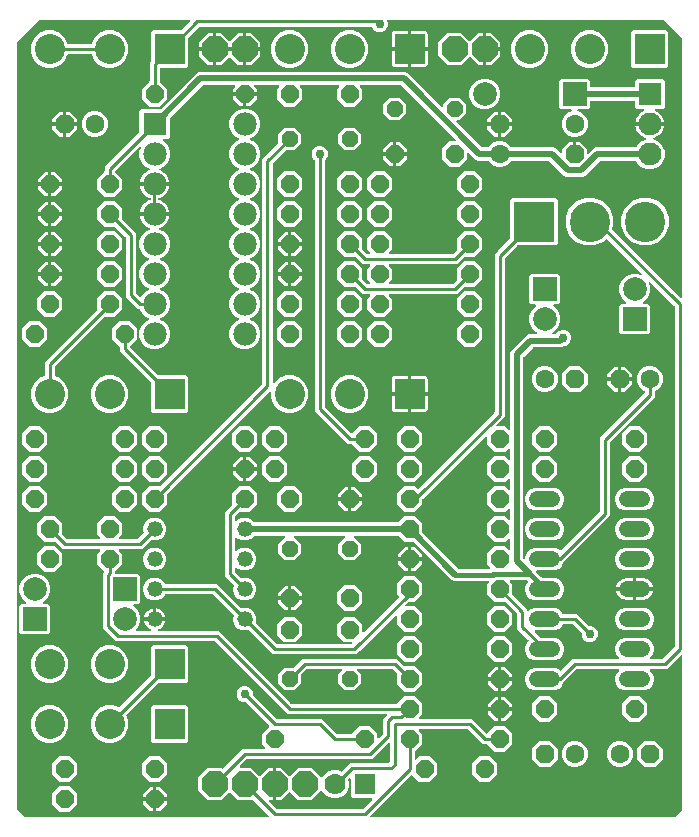
<source format=gbr>
G04 EAGLE Gerber RS-274X export*
G75*
%MOMM*%
%FSLAX34Y34*%
%LPD*%
%INBottom Copper*%
%IPPOS*%
%AMOC8*
5,1,8,0,0,1.08239X$1,22.5*%
G01*
%ADD10P,2.336880X8X22.500000*%
%ADD11P,1.649562X8X202.500000*%
%ADD12P,1.649562X8X22.500000*%
%ADD13P,1.429621X8X22.500000*%
%ADD14P,1.732040X8X22.500000*%
%ADD15C,1.600200*%
%ADD16P,1.732040X8X202.500000*%
%ADD17P,1.429621X8X202.500000*%
%ADD18P,1.732040X8X292.500000*%
%ADD19P,1.732040X8X112.500000*%
%ADD20C,2.000000*%
%ADD21R,2.000000X2.000000*%
%ADD22C,1.778000*%
%ADD23R,1.778000X1.778000*%
%ADD24R,2.540000X2.540000*%
%ADD25C,2.540000*%
%ADD26C,1.320800*%
%ADD27R,1.981200X1.981200*%
%ADD28C,1.981200*%
%ADD29R,1.930400X1.930400*%
%ADD30C,1.930400*%
%ADD31R,3.416000X3.416000*%
%ADD32C,3.416000*%
%ADD33C,1.320800*%
%ADD34C,0.254000*%
%ADD35C,0.508000*%
%ADD36C,0.756400*%
%ADD37C,0.406400*%

G36*
X223265Y-15228D02*
X223265Y-15228D01*
X223336Y-15226D01*
X223385Y-15208D01*
X223437Y-15200D01*
X223500Y-15166D01*
X223567Y-15141D01*
X223608Y-15109D01*
X223654Y-15084D01*
X223703Y-15032D01*
X223759Y-14988D01*
X223788Y-14944D01*
X223823Y-14906D01*
X223854Y-14841D01*
X223892Y-14781D01*
X223905Y-14730D01*
X223927Y-14683D01*
X223935Y-14612D01*
X223952Y-14542D01*
X223948Y-14490D01*
X223954Y-14439D01*
X223939Y-14368D01*
X223933Y-14297D01*
X223913Y-14249D01*
X223902Y-14198D01*
X223865Y-14137D01*
X223837Y-14071D01*
X223792Y-14015D01*
X223776Y-13987D01*
X223758Y-13972D01*
X223732Y-13940D01*
X210473Y-681D01*
X210457Y-669D01*
X210445Y-654D01*
X210358Y-598D01*
X210274Y-538D01*
X210255Y-532D01*
X210238Y-521D01*
X210137Y-496D01*
X210039Y-465D01*
X210019Y-466D01*
X209999Y-461D01*
X209896Y-469D01*
X209793Y-472D01*
X209774Y-478D01*
X209754Y-480D01*
X209659Y-520D01*
X209562Y-556D01*
X209546Y-568D01*
X209528Y-576D01*
X209397Y-681D01*
X208934Y-1144D01*
X197466Y-1144D01*
X191038Y5284D01*
X191022Y5295D01*
X191010Y5311D01*
X190922Y5367D01*
X190839Y5427D01*
X190820Y5433D01*
X190803Y5444D01*
X190702Y5469D01*
X190603Y5500D01*
X190584Y5499D01*
X190564Y5504D01*
X190461Y5496D01*
X190358Y5493D01*
X190339Y5486D01*
X190319Y5485D01*
X190224Y5444D01*
X190127Y5409D01*
X190111Y5396D01*
X190093Y5389D01*
X189962Y5284D01*
X183534Y-1144D01*
X172066Y-1144D01*
X163956Y6966D01*
X163956Y18434D01*
X172066Y26544D01*
X183534Y26544D01*
X183997Y26081D01*
X184013Y26069D01*
X184026Y26054D01*
X184093Y26011D01*
X184130Y25979D01*
X184151Y25970D01*
X184197Y25938D01*
X184216Y25932D01*
X184232Y25921D01*
X184333Y25896D01*
X184348Y25891D01*
X184358Y25887D01*
X184364Y25886D01*
X184432Y25865D01*
X184452Y25866D01*
X184471Y25861D01*
X184574Y25869D01*
X184678Y25872D01*
X184696Y25878D01*
X184716Y25880D01*
X184778Y25906D01*
X184788Y25908D01*
X184812Y25921D01*
X184909Y25956D01*
X184924Y25969D01*
X184942Y25976D01*
X184992Y26016D01*
X185005Y26023D01*
X185020Y26038D01*
X185073Y26081D01*
X201411Y42419D01*
X220056Y42419D01*
X220126Y42430D01*
X220198Y42432D01*
X220247Y42450D01*
X220298Y42458D01*
X220362Y42492D01*
X220429Y42517D01*
X220470Y42549D01*
X220516Y42574D01*
X220565Y42626D01*
X220621Y42670D01*
X220649Y42714D01*
X220685Y42752D01*
X220715Y42817D01*
X220754Y42877D01*
X220767Y42928D01*
X220789Y42975D01*
X220797Y43046D01*
X220814Y43116D01*
X220810Y43168D01*
X220816Y43219D01*
X220801Y43290D01*
X220795Y43361D01*
X220775Y43409D01*
X220764Y43460D01*
X220727Y43521D01*
X220699Y43587D01*
X220654Y43643D01*
X220637Y43671D01*
X220620Y43686D01*
X220594Y43718D01*
X217931Y46381D01*
X217931Y55219D01*
X223814Y61102D01*
X223826Y61118D01*
X223841Y61130D01*
X223897Y61218D01*
X223898Y61218D01*
X223898Y61219D01*
X223899Y61219D01*
X223958Y61302D01*
X223963Y61321D01*
X223974Y61337D01*
X223999Y61435D01*
X224002Y61442D01*
X224003Y61448D01*
X224030Y61537D01*
X224029Y61557D01*
X224034Y61576D01*
X224027Y61668D01*
X224029Y61686D01*
X224026Y61702D01*
X224024Y61783D01*
X224017Y61801D01*
X224015Y61821D01*
X223984Y61895D01*
X223977Y61927D01*
X223961Y61953D01*
X223939Y62014D01*
X223927Y62029D01*
X223919Y62047D01*
X223863Y62117D01*
X223851Y62138D01*
X223837Y62149D01*
X223814Y62178D01*
X204146Y81846D01*
X204072Y81899D01*
X204003Y81959D01*
X203973Y81971D01*
X203946Y81990D01*
X203859Y82017D01*
X203775Y82051D01*
X203734Y82055D01*
X203711Y82062D01*
X203679Y82061D01*
X203608Y82069D01*
X201841Y82069D01*
X199331Y83109D01*
X197409Y85031D01*
X196369Y87541D01*
X196369Y90259D01*
X197409Y92769D01*
X199331Y94691D01*
X201841Y95731D01*
X204559Y95731D01*
X207069Y94691D01*
X208991Y92769D01*
X210031Y90259D01*
X210031Y88492D01*
X210045Y88402D01*
X210053Y88311D01*
X210065Y88281D01*
X210070Y88249D01*
X210113Y88169D01*
X210149Y88085D01*
X210175Y88053D01*
X210186Y88032D01*
X210209Y88010D01*
X210254Y87954D01*
X230166Y68042D01*
X230240Y67989D01*
X230309Y67929D01*
X230339Y67917D01*
X230366Y67898D01*
X230453Y67871D01*
X230537Y67837D01*
X230578Y67833D01*
X230601Y67826D01*
X230633Y67827D01*
X230704Y67819D01*
X268489Y67819D01*
X280966Y55342D01*
X281040Y55289D01*
X281109Y55229D01*
X281139Y55217D01*
X281166Y55198D01*
X281253Y55171D01*
X281337Y55137D01*
X281378Y55133D01*
X281401Y55126D01*
X281433Y55127D01*
X281504Y55119D01*
X293716Y55119D01*
X293806Y55133D01*
X293897Y55141D01*
X293926Y55153D01*
X293958Y55158D01*
X294039Y55201D01*
X294123Y55237D01*
X294155Y55263D01*
X294176Y55274D01*
X294198Y55297D01*
X294254Y55342D01*
X300381Y61469D01*
X309219Y61469D01*
X315469Y55219D01*
X315469Y52531D01*
X315480Y52460D01*
X315482Y52389D01*
X315500Y52340D01*
X315508Y52288D01*
X315542Y52225D01*
X315567Y52158D01*
X315599Y52117D01*
X315624Y52071D01*
X315676Y52022D01*
X315720Y51966D01*
X315764Y51938D01*
X315802Y51902D01*
X315867Y51872D01*
X315927Y51833D01*
X315978Y51820D01*
X316025Y51798D01*
X316096Y51790D01*
X316166Y51773D01*
X316218Y51777D01*
X316269Y51771D01*
X316340Y51786D01*
X316411Y51792D01*
X316459Y51812D01*
X316510Y51823D01*
X316571Y51860D01*
X316637Y51888D01*
X316693Y51933D01*
X316721Y51949D01*
X316736Y51967D01*
X316768Y51993D01*
X320070Y55295D01*
X320123Y55369D01*
X320183Y55438D01*
X320195Y55468D01*
X320214Y55495D01*
X320241Y55582D01*
X320275Y55667D01*
X320279Y55707D01*
X320286Y55730D01*
X320285Y55762D01*
X320293Y55833D01*
X320293Y67604D01*
X323046Y70356D01*
X323271Y70582D01*
X323313Y70640D01*
X323363Y70692D01*
X323385Y70739D01*
X323415Y70781D01*
X323436Y70850D01*
X323466Y70915D01*
X323472Y70967D01*
X323487Y71017D01*
X323485Y71088D01*
X323493Y71159D01*
X323482Y71210D01*
X323481Y71262D01*
X323456Y71330D01*
X323441Y71400D01*
X323414Y71445D01*
X323397Y71493D01*
X323352Y71549D01*
X323315Y71611D01*
X323275Y71645D01*
X323243Y71685D01*
X323183Y71724D01*
X323128Y71771D01*
X323080Y71790D01*
X323036Y71818D01*
X322967Y71836D01*
X322900Y71863D01*
X322829Y71871D01*
X322797Y71879D01*
X322774Y71877D01*
X322733Y71881D01*
X239511Y71881D01*
X177852Y133540D01*
X177778Y133593D01*
X177709Y133653D01*
X177679Y133665D01*
X177652Y133684D01*
X177565Y133711D01*
X177481Y133745D01*
X177440Y133749D01*
X177417Y133756D01*
X177385Y133755D01*
X177314Y133763D01*
X93880Y133763D01*
X82963Y144680D01*
X82963Y191377D01*
X83761Y192175D01*
X83772Y192191D01*
X83788Y192204D01*
X83844Y192291D01*
X83904Y192375D01*
X83910Y192394D01*
X83921Y192410D01*
X83946Y192511D01*
X83977Y192610D01*
X83976Y192630D01*
X83981Y192649D01*
X83973Y192752D01*
X83970Y192856D01*
X83963Y192874D01*
X83962Y192894D01*
X83922Y192989D01*
X83886Y193087D01*
X83873Y193102D01*
X83866Y193120D01*
X83761Y193251D01*
X78231Y198781D01*
X78231Y207619D01*
X80894Y210282D01*
X80936Y210340D01*
X80985Y210392D01*
X81007Y210439D01*
X81037Y210481D01*
X81059Y210550D01*
X81089Y210615D01*
X81094Y210667D01*
X81110Y210717D01*
X81108Y210788D01*
X81116Y210859D01*
X81105Y210910D01*
X81103Y210962D01*
X81079Y211030D01*
X81064Y211100D01*
X81037Y211145D01*
X81019Y211193D01*
X80974Y211249D01*
X80937Y211311D01*
X80898Y211345D01*
X80865Y211385D01*
X80805Y211424D01*
X80750Y211471D01*
X80702Y211490D01*
X80658Y211518D01*
X80589Y211536D01*
X80522Y211563D01*
X80451Y211571D01*
X80420Y211579D01*
X80397Y211577D01*
X80356Y211581D01*
X49011Y211581D01*
X42884Y217708D01*
X42810Y217761D01*
X42741Y217821D01*
X42711Y217833D01*
X42684Y217852D01*
X42597Y217879D01*
X42513Y217913D01*
X42472Y217917D01*
X42449Y217924D01*
X42417Y217923D01*
X42346Y217931D01*
X33681Y217931D01*
X27431Y224181D01*
X27431Y233019D01*
X33681Y239269D01*
X42519Y239269D01*
X48769Y233019D01*
X48769Y224354D01*
X48783Y224264D01*
X48791Y224173D01*
X48803Y224143D01*
X48808Y224111D01*
X48851Y224031D01*
X48887Y223947D01*
X48913Y223915D01*
X48924Y223894D01*
X48947Y223872D01*
X48992Y223816D01*
X52366Y220442D01*
X52440Y220389D01*
X52509Y220329D01*
X52539Y220317D01*
X52566Y220298D01*
X52653Y220271D01*
X52737Y220237D01*
X52778Y220233D01*
X52801Y220226D01*
X52833Y220227D01*
X52904Y220219D01*
X80356Y220219D01*
X80426Y220230D01*
X80498Y220232D01*
X80547Y220250D01*
X80598Y220258D01*
X80662Y220292D01*
X80729Y220317D01*
X80770Y220349D01*
X80816Y220374D01*
X80865Y220426D01*
X80921Y220470D01*
X80949Y220514D01*
X80985Y220552D01*
X81015Y220617D01*
X81054Y220677D01*
X81067Y220728D01*
X81089Y220775D01*
X81097Y220846D01*
X81114Y220916D01*
X81110Y220968D01*
X81116Y221019D01*
X81101Y221090D01*
X81095Y221161D01*
X81075Y221209D01*
X81064Y221260D01*
X81027Y221321D01*
X80999Y221387D01*
X80954Y221443D01*
X80937Y221471D01*
X80920Y221486D01*
X80894Y221518D01*
X78231Y224181D01*
X78231Y233019D01*
X84481Y239269D01*
X93319Y239269D01*
X99569Y233019D01*
X99569Y224181D01*
X96906Y221518D01*
X96864Y221460D01*
X96815Y221408D01*
X96793Y221361D01*
X96763Y221319D01*
X96741Y221250D01*
X96711Y221185D01*
X96706Y221133D01*
X96690Y221083D01*
X96692Y221012D01*
X96684Y220941D01*
X96695Y220890D01*
X96697Y220838D01*
X96721Y220770D01*
X96736Y220700D01*
X96763Y220655D01*
X96781Y220607D01*
X96826Y220551D01*
X96863Y220489D01*
X96902Y220455D01*
X96935Y220415D01*
X96995Y220376D01*
X97050Y220329D01*
X97098Y220310D01*
X97142Y220282D01*
X97211Y220264D01*
X97278Y220237D01*
X97349Y220229D01*
X97380Y220221D01*
X97403Y220223D01*
X97444Y220219D01*
X112196Y220219D01*
X112286Y220233D01*
X112377Y220241D01*
X112407Y220253D01*
X112439Y220258D01*
X112519Y220301D01*
X112603Y220337D01*
X112635Y220363D01*
X112656Y220374D01*
X112678Y220397D01*
X112734Y220442D01*
X117464Y225171D01*
X117532Y225266D01*
X117602Y225360D01*
X117603Y225366D01*
X117607Y225371D01*
X117641Y225483D01*
X117678Y225594D01*
X117678Y225600D01*
X117679Y225606D01*
X117676Y225723D01*
X117675Y225840D01*
X117673Y225847D01*
X117673Y225852D01*
X117667Y225869D01*
X117629Y226001D01*
X117347Y226680D01*
X117347Y230520D01*
X118817Y234068D01*
X121532Y236783D01*
X125080Y238253D01*
X128920Y238253D01*
X132468Y236783D01*
X135183Y234068D01*
X136653Y230520D01*
X136653Y226680D01*
X135183Y223132D01*
X132468Y220417D01*
X128920Y218947D01*
X125080Y218947D01*
X124401Y219229D01*
X124287Y219255D01*
X124174Y219284D01*
X124167Y219283D01*
X124161Y219285D01*
X124045Y219274D01*
X123928Y219265D01*
X123923Y219262D01*
X123916Y219262D01*
X123809Y219214D01*
X123702Y219168D01*
X123696Y219164D01*
X123692Y219162D01*
X123678Y219149D01*
X123571Y219064D01*
X118842Y214334D01*
X116089Y211581D01*
X97444Y211581D01*
X97374Y211570D01*
X97302Y211568D01*
X97253Y211550D01*
X97202Y211542D01*
X97138Y211508D01*
X97071Y211483D01*
X97030Y211451D01*
X96984Y211426D01*
X96935Y211374D01*
X96879Y211330D01*
X96851Y211286D01*
X96815Y211248D01*
X96785Y211183D01*
X96746Y211123D01*
X96733Y211072D01*
X96711Y211025D01*
X96703Y210954D01*
X96686Y210884D01*
X96690Y210832D01*
X96684Y210781D01*
X96699Y210710D01*
X96705Y210639D01*
X96725Y210591D01*
X96736Y210540D01*
X96773Y210479D01*
X96801Y210413D01*
X96846Y210357D01*
X96863Y210329D01*
X96880Y210314D01*
X96906Y210282D01*
X99569Y207619D01*
X99569Y198781D01*
X93442Y192654D01*
X93389Y192580D01*
X93329Y192510D01*
X93317Y192480D01*
X93298Y192454D01*
X93271Y192367D01*
X93237Y192282D01*
X93233Y192241D01*
X93226Y192219D01*
X93227Y192187D01*
X93219Y192116D01*
X93219Y191610D01*
X93222Y191590D01*
X93220Y191571D01*
X93242Y191469D01*
X93258Y191367D01*
X93268Y191350D01*
X93272Y191330D01*
X93325Y191241D01*
X93374Y191150D01*
X93388Y191136D01*
X93398Y191119D01*
X93477Y191052D01*
X93552Y190980D01*
X93570Y190972D01*
X93585Y190959D01*
X93681Y190920D01*
X93775Y190877D01*
X93795Y190875D01*
X93813Y190867D01*
X93980Y190849D01*
X112863Y190849D01*
X114649Y189063D01*
X114649Y166537D01*
X112863Y164751D01*
X109540Y164751D01*
X109470Y164740D01*
X109398Y164738D01*
X109349Y164720D01*
X109297Y164712D01*
X109234Y164678D01*
X109167Y164653D01*
X109126Y164621D01*
X109080Y164596D01*
X109031Y164544D01*
X108975Y164500D01*
X108947Y164456D01*
X108911Y164418D01*
X108881Y164353D01*
X108842Y164293D01*
X108829Y164242D01*
X108807Y164195D01*
X108799Y164124D01*
X108782Y164054D01*
X108786Y164002D01*
X108780Y163951D01*
X108795Y163880D01*
X108801Y163809D01*
X108821Y163761D01*
X108832Y163710D01*
X108869Y163649D01*
X108897Y163583D01*
X108942Y163527D01*
X108958Y163499D01*
X108976Y163484D01*
X109002Y163452D01*
X112662Y159792D01*
X114649Y154996D01*
X114649Y149804D01*
X112662Y145008D01*
X111354Y143700D01*
X111312Y143642D01*
X111263Y143590D01*
X111241Y143543D01*
X111210Y143501D01*
X111189Y143432D01*
X111159Y143367D01*
X111153Y143315D01*
X111138Y143265D01*
X111140Y143194D01*
X111132Y143123D01*
X111143Y143072D01*
X111144Y143020D01*
X111169Y142952D01*
X111184Y142882D01*
X111211Y142837D01*
X111229Y142789D01*
X111274Y142733D01*
X111310Y142671D01*
X111350Y142637D01*
X111383Y142597D01*
X111443Y142558D01*
X111497Y142511D01*
X111546Y142492D01*
X111589Y142464D01*
X111659Y142446D01*
X111726Y142419D01*
X111797Y142411D01*
X111828Y142403D01*
X111851Y142405D01*
X111892Y142401D01*
X123417Y142401D01*
X123513Y142416D01*
X123610Y142426D01*
X123634Y142436D01*
X123660Y142440D01*
X123746Y142486D01*
X123835Y142526D01*
X123854Y142543D01*
X123877Y142556D01*
X123944Y142626D01*
X124016Y142692D01*
X124028Y142715D01*
X124047Y142734D01*
X124088Y142822D01*
X124134Y142908D01*
X124139Y142933D01*
X124150Y142957D01*
X124161Y143054D01*
X124178Y143150D01*
X124174Y143176D01*
X124177Y143201D01*
X124157Y143296D01*
X124142Y143393D01*
X124131Y143416D01*
X124125Y143442D01*
X124075Y143525D01*
X124031Y143612D01*
X124012Y143631D01*
X123999Y143653D01*
X123925Y143716D01*
X123855Y143784D01*
X123827Y143800D01*
X123812Y143813D01*
X123781Y143825D01*
X123708Y143865D01*
X122668Y144296D01*
X121170Y145297D01*
X119897Y146570D01*
X118896Y148068D01*
X118207Y149733D01*
X117979Y150877D01*
X126238Y150877D01*
X126258Y150880D01*
X126277Y150878D01*
X126379Y150900D01*
X126481Y150917D01*
X126498Y150926D01*
X126518Y150930D01*
X126607Y150983D01*
X126698Y151032D01*
X126712Y151046D01*
X126729Y151056D01*
X126796Y151135D01*
X126867Y151210D01*
X126876Y151228D01*
X126889Y151243D01*
X126927Y151339D01*
X126971Y151433D01*
X126973Y151453D01*
X126981Y151471D01*
X126999Y151638D01*
X126999Y152401D01*
X127001Y152401D01*
X127001Y151638D01*
X127004Y151618D01*
X127002Y151599D01*
X127024Y151497D01*
X127041Y151395D01*
X127050Y151378D01*
X127054Y151358D01*
X127107Y151269D01*
X127156Y151178D01*
X127170Y151164D01*
X127180Y151147D01*
X127259Y151080D01*
X127334Y151009D01*
X127352Y151000D01*
X127367Y150987D01*
X127463Y150948D01*
X127557Y150905D01*
X127577Y150903D01*
X127595Y150895D01*
X127762Y150877D01*
X136021Y150877D01*
X135793Y149733D01*
X135104Y148068D01*
X134103Y146570D01*
X132830Y145297D01*
X131332Y144296D01*
X130292Y143865D01*
X130209Y143814D01*
X130123Y143768D01*
X130105Y143749D01*
X130083Y143736D01*
X130021Y143661D01*
X129953Y143590D01*
X129942Y143566D01*
X129926Y143546D01*
X129891Y143455D01*
X129850Y143367D01*
X129847Y143341D01*
X129838Y143317D01*
X129833Y143219D01*
X129823Y143123D01*
X129828Y143097D01*
X129827Y143071D01*
X129854Y142977D01*
X129875Y142882D01*
X129888Y142860D01*
X129896Y142835D01*
X129951Y142755D01*
X130001Y142671D01*
X130021Y142654D01*
X130036Y142633D01*
X130114Y142575D01*
X130188Y142511D01*
X130212Y142501D01*
X130233Y142486D01*
X130326Y142456D01*
X130416Y142419D01*
X130449Y142416D01*
X130467Y142410D01*
X130500Y142410D01*
X130583Y142401D01*
X181207Y142401D01*
X242866Y80742D01*
X242940Y80689D01*
X243009Y80629D01*
X243039Y80617D01*
X243066Y80598D01*
X243153Y80571D01*
X243237Y80537D01*
X243278Y80533D01*
X243301Y80526D01*
X243333Y80527D01*
X243404Y80519D01*
X331816Y80519D01*
X331906Y80533D01*
X331997Y80541D01*
X332026Y80553D01*
X332058Y80558D01*
X332139Y80601D01*
X332223Y80637D01*
X332255Y80663D01*
X332276Y80674D01*
X332298Y80697D01*
X332354Y80742D01*
X338481Y86869D01*
X347319Y86869D01*
X353569Y80619D01*
X353569Y71781D01*
X350906Y69118D01*
X350864Y69060D01*
X350815Y69008D01*
X350793Y68961D01*
X350763Y68919D01*
X350741Y68850D01*
X350711Y68785D01*
X350706Y68733D01*
X350690Y68683D01*
X350692Y68612D01*
X350684Y68541D01*
X350695Y68490D01*
X350697Y68438D01*
X350721Y68370D01*
X350736Y68300D01*
X350763Y68255D01*
X350781Y68207D01*
X350826Y68151D01*
X350863Y68089D01*
X350902Y68055D01*
X350935Y68015D01*
X350995Y67976D01*
X351050Y67929D01*
X351098Y67910D01*
X351142Y67882D01*
X351211Y67864D01*
X351278Y67837D01*
X351349Y67829D01*
X351380Y67821D01*
X351403Y67823D01*
X351444Y67819D01*
X395489Y67819D01*
X407722Y55586D01*
X407738Y55574D01*
X407750Y55559D01*
X407838Y55503D01*
X407921Y55442D01*
X407940Y55437D01*
X407957Y55426D01*
X408058Y55401D01*
X408156Y55370D01*
X408176Y55371D01*
X408196Y55366D01*
X408299Y55374D01*
X408402Y55376D01*
X408421Y55383D01*
X408441Y55385D01*
X408536Y55425D01*
X408633Y55461D01*
X408649Y55473D01*
X408667Y55481D01*
X408798Y55586D01*
X414681Y61469D01*
X423519Y61469D01*
X429769Y55219D01*
X429769Y46381D01*
X423519Y40131D01*
X414681Y40131D01*
X408554Y46258D01*
X408480Y46311D01*
X408410Y46371D01*
X408380Y46383D01*
X408354Y46402D01*
X408267Y46429D01*
X408182Y46463D01*
X408141Y46467D01*
X408119Y46474D01*
X408087Y46473D01*
X408016Y46481D01*
X404611Y46481D01*
X392134Y58958D01*
X392060Y59011D01*
X391991Y59071D01*
X391961Y59083D01*
X391934Y59102D01*
X391847Y59129D01*
X391763Y59163D01*
X391722Y59167D01*
X391699Y59174D01*
X391667Y59173D01*
X391596Y59181D01*
X351444Y59181D01*
X351374Y59170D01*
X351302Y59168D01*
X351253Y59150D01*
X351202Y59142D01*
X351138Y59108D01*
X351071Y59083D01*
X351030Y59051D01*
X350984Y59026D01*
X350935Y58974D01*
X350879Y58930D01*
X350851Y58886D01*
X350815Y58848D01*
X350785Y58783D01*
X350746Y58723D01*
X350733Y58672D01*
X350711Y58625D01*
X350703Y58554D01*
X350686Y58484D01*
X350690Y58432D01*
X350684Y58381D01*
X350699Y58310D01*
X350705Y58239D01*
X350725Y58191D01*
X350736Y58140D01*
X350773Y58079D01*
X350801Y58013D01*
X350846Y57957D01*
X350863Y57929D01*
X350880Y57914D01*
X350906Y57882D01*
X353569Y55219D01*
X353569Y46381D01*
X347442Y40254D01*
X347389Y40180D01*
X347329Y40110D01*
X347317Y40080D01*
X347298Y40054D01*
X347271Y39967D01*
X347237Y39882D01*
X347233Y39841D01*
X347226Y39819D01*
X347227Y39787D01*
X347219Y39716D01*
X347219Y33944D01*
X347230Y33874D01*
X347232Y33802D01*
X347250Y33753D01*
X347258Y33702D01*
X347292Y33638D01*
X347317Y33571D01*
X347349Y33530D01*
X347374Y33484D01*
X347426Y33435D01*
X347470Y33379D01*
X347514Y33351D01*
X347552Y33315D01*
X347617Y33285D01*
X347677Y33246D01*
X347728Y33233D01*
X347775Y33211D01*
X347846Y33203D01*
X347916Y33186D01*
X347968Y33190D01*
X348019Y33184D01*
X348090Y33199D01*
X348161Y33205D01*
X348209Y33225D01*
X348260Y33236D01*
X348321Y33273D01*
X348387Y33301D01*
X348443Y33346D01*
X348471Y33363D01*
X348486Y33380D01*
X348518Y33406D01*
X351181Y36069D01*
X360019Y36069D01*
X366269Y29819D01*
X366269Y20981D01*
X360019Y14731D01*
X351181Y14731D01*
X345298Y20614D01*
X345282Y20626D01*
X345270Y20641D01*
X345182Y20697D01*
X345098Y20758D01*
X345079Y20763D01*
X345063Y20774D01*
X344962Y20799D01*
X344863Y20830D01*
X344843Y20829D01*
X344824Y20834D01*
X344721Y20826D01*
X344617Y20824D01*
X344599Y20817D01*
X344579Y20815D01*
X344484Y20775D01*
X344386Y20739D01*
X344371Y20727D01*
X344353Y20719D01*
X344222Y20614D01*
X309668Y-13940D01*
X309626Y-13998D01*
X309577Y-14050D01*
X309555Y-14097D01*
X309524Y-14139D01*
X309503Y-14208D01*
X309473Y-14273D01*
X309467Y-14325D01*
X309452Y-14375D01*
X309454Y-14446D01*
X309446Y-14517D01*
X309457Y-14568D01*
X309458Y-14620D01*
X309483Y-14688D01*
X309498Y-14758D01*
X309525Y-14803D01*
X309543Y-14851D01*
X309588Y-14907D01*
X309624Y-14969D01*
X309664Y-15003D01*
X309696Y-15043D01*
X309757Y-15082D01*
X309811Y-15129D01*
X309860Y-15148D01*
X309903Y-15176D01*
X309973Y-15194D01*
X310039Y-15221D01*
X310111Y-15229D01*
X310142Y-15237D01*
X310165Y-15235D01*
X310206Y-15239D01*
X566976Y-15239D01*
X567066Y-15225D01*
X567157Y-15217D01*
X567187Y-15205D01*
X567219Y-15200D01*
X567299Y-15157D01*
X567383Y-15121D01*
X567415Y-15095D01*
X567436Y-15084D01*
X567458Y-15061D01*
X567514Y-15016D01*
X573616Y-8914D01*
X573660Y-8853D01*
X573695Y-8816D01*
X573702Y-8803D01*
X573729Y-8771D01*
X573741Y-8741D01*
X573760Y-8714D01*
X573787Y-8628D01*
X573821Y-8543D01*
X573825Y-8502D01*
X573832Y-8479D01*
X573831Y-8447D01*
X573839Y-8376D01*
X573839Y121394D01*
X573828Y121465D01*
X573826Y121536D01*
X573808Y121585D01*
X573800Y121637D01*
X573766Y121700D01*
X573741Y121767D01*
X573709Y121808D01*
X573684Y121854D01*
X573632Y121903D01*
X573588Y121959D01*
X573544Y121988D01*
X573506Y122023D01*
X573441Y122054D01*
X573381Y122092D01*
X573330Y122105D01*
X573283Y122127D01*
X573212Y122135D01*
X573142Y122152D01*
X573090Y122148D01*
X573039Y122154D01*
X572968Y122139D01*
X572897Y122133D01*
X572849Y122113D01*
X572798Y122102D01*
X572737Y122065D01*
X572671Y122037D01*
X572615Y121992D01*
X572587Y121976D01*
X572572Y121958D01*
X572540Y121932D01*
X563342Y112734D01*
X560589Y109981D01*
X547112Y109981D01*
X547041Y109970D01*
X546969Y109968D01*
X546920Y109950D01*
X546869Y109942D01*
X546805Y109908D01*
X546738Y109883D01*
X546697Y109851D01*
X546651Y109826D01*
X546602Y109774D01*
X546546Y109730D01*
X546518Y109686D01*
X546482Y109648D01*
X546452Y109583D01*
X546413Y109523D01*
X546400Y109472D01*
X546378Y109425D01*
X546371Y109354D01*
X546353Y109284D01*
X546357Y109232D01*
X546351Y109181D01*
X546367Y109110D01*
X546372Y109039D01*
X546392Y108991D01*
X546404Y108940D01*
X546440Y108879D01*
X546468Y108813D01*
X546513Y108757D01*
X546530Y108729D01*
X546548Y108714D01*
X546573Y108682D01*
X548187Y107068D01*
X549657Y103520D01*
X549657Y99680D01*
X548187Y96132D01*
X545472Y93417D01*
X541924Y91947D01*
X524876Y91947D01*
X521328Y93417D01*
X518613Y96132D01*
X517143Y99680D01*
X517143Y103520D01*
X518613Y107068D01*
X520227Y108682D01*
X520269Y108740D01*
X520318Y108792D01*
X520340Y108839D01*
X520370Y108881D01*
X520391Y108950D01*
X520422Y109015D01*
X520427Y109067D01*
X520443Y109117D01*
X520441Y109188D01*
X520449Y109259D01*
X520438Y109310D01*
X520436Y109362D01*
X520412Y109430D01*
X520396Y109500D01*
X520370Y109545D01*
X520352Y109593D01*
X520307Y109649D01*
X520270Y109711D01*
X520231Y109745D01*
X520198Y109785D01*
X520138Y109824D01*
X520083Y109871D01*
X520035Y109890D01*
X519991Y109918D01*
X519922Y109936D01*
X519855Y109963D01*
X519784Y109971D01*
X519753Y109979D01*
X519729Y109977D01*
X519688Y109981D01*
X484704Y109981D01*
X484614Y109967D01*
X484523Y109959D01*
X484493Y109947D01*
X484461Y109942D01*
X484381Y109899D01*
X484297Y109863D01*
X484265Y109837D01*
X484244Y109826D01*
X484222Y109803D01*
X484166Y109758D01*
X474442Y100034D01*
X473118Y98710D01*
X473080Y98657D01*
X473034Y98610D01*
X472993Y98537D01*
X472974Y98510D01*
X472968Y98492D01*
X472953Y98463D01*
X471987Y96132D01*
X469272Y93417D01*
X465724Y91947D01*
X448676Y91947D01*
X445128Y93417D01*
X442413Y96132D01*
X440943Y99680D01*
X440943Y103520D01*
X442413Y107068D01*
X445128Y109783D01*
X448676Y111253D01*
X465724Y111253D01*
X469272Y109783D01*
X470085Y108970D01*
X470102Y108958D01*
X470114Y108942D01*
X470201Y108886D01*
X470285Y108826D01*
X470304Y108820D01*
X470321Y108809D01*
X470421Y108784D01*
X470520Y108754D01*
X470540Y108754D01*
X470559Y108749D01*
X470662Y108757D01*
X470766Y108760D01*
X470785Y108767D01*
X470805Y108768D01*
X470900Y108809D01*
X470997Y108844D01*
X471013Y108857D01*
X471031Y108865D01*
X471162Y108970D01*
X480811Y118619D01*
X519688Y118619D01*
X519759Y118630D01*
X519831Y118632D01*
X519880Y118650D01*
X519931Y118658D01*
X519995Y118692D01*
X520062Y118717D01*
X520103Y118749D01*
X520149Y118774D01*
X520198Y118826D01*
X520254Y118870D01*
X520282Y118914D01*
X520318Y118952D01*
X520348Y119017D01*
X520387Y119077D01*
X520400Y119128D01*
X520422Y119175D01*
X520429Y119246D01*
X520447Y119316D01*
X520443Y119368D01*
X520449Y119419D01*
X520433Y119490D01*
X520428Y119561D01*
X520408Y119609D01*
X520396Y119660D01*
X520360Y119721D01*
X520332Y119787D01*
X520287Y119843D01*
X520270Y119871D01*
X520252Y119886D01*
X520227Y119918D01*
X518613Y121532D01*
X517143Y125080D01*
X517143Y128920D01*
X518613Y132468D01*
X521328Y135183D01*
X524876Y136653D01*
X541924Y136653D01*
X545472Y135183D01*
X548187Y132468D01*
X549657Y128920D01*
X549657Y125080D01*
X548187Y121532D01*
X546573Y119918D01*
X546531Y119860D01*
X546482Y119808D01*
X546460Y119761D01*
X546430Y119719D01*
X546409Y119650D01*
X546378Y119585D01*
X546373Y119533D01*
X546357Y119483D01*
X546359Y119412D01*
X546351Y119341D01*
X546362Y119290D01*
X546364Y119238D01*
X546388Y119170D01*
X546404Y119100D01*
X546430Y119055D01*
X546448Y119007D01*
X546493Y118951D01*
X546530Y118889D01*
X546569Y118855D01*
X546602Y118815D01*
X546662Y118776D01*
X546717Y118729D01*
X546765Y118710D01*
X546809Y118682D01*
X546878Y118664D01*
X546945Y118637D01*
X547016Y118629D01*
X547047Y118621D01*
X547071Y118623D01*
X547112Y118619D01*
X556696Y118619D01*
X556786Y118633D01*
X556877Y118641D01*
X556907Y118653D01*
X556939Y118658D01*
X557019Y118701D01*
X557103Y118737D01*
X557135Y118763D01*
X557156Y118774D01*
X557178Y118797D01*
X557234Y118842D01*
X566958Y128566D01*
X567011Y128640D01*
X567071Y128709D01*
X567083Y128739D01*
X567102Y128766D01*
X567129Y128853D01*
X567163Y128937D01*
X567167Y128978D01*
X567174Y129001D01*
X567173Y129033D01*
X567181Y129104D01*
X567181Y416996D01*
X567167Y417086D01*
X567159Y417177D01*
X567147Y417207D01*
X567142Y417239D01*
X567099Y417319D01*
X567063Y417403D01*
X567037Y417435D01*
X567026Y417456D01*
X567003Y417478D01*
X566958Y417534D01*
X546575Y437917D01*
X546496Y437974D01*
X546421Y438036D01*
X546397Y438045D01*
X546375Y438061D01*
X546282Y438089D01*
X546192Y438124D01*
X546165Y438125D01*
X546140Y438133D01*
X546043Y438131D01*
X545946Y438135D01*
X545921Y438127D01*
X545895Y438127D01*
X545803Y438093D01*
X545710Y438066D01*
X545688Y438051D01*
X545664Y438042D01*
X545587Y437981D01*
X545508Y437926D01*
X545492Y437905D01*
X545471Y437889D01*
X545419Y437807D01*
X545361Y437729D01*
X545353Y437704D01*
X545338Y437682D01*
X545315Y437587D01*
X545285Y437495D01*
X545285Y437468D01*
X545278Y437443D01*
X545286Y437346D01*
X545287Y437249D01*
X545296Y437217D01*
X545298Y437198D01*
X545310Y437168D01*
X545334Y437088D01*
X546449Y434396D01*
X546449Y429204D01*
X544462Y424408D01*
X540802Y420748D01*
X540760Y420690D01*
X540711Y420638D01*
X540689Y420591D01*
X540658Y420549D01*
X540637Y420480D01*
X540607Y420415D01*
X540601Y420363D01*
X540586Y420313D01*
X540588Y420242D01*
X540580Y420171D01*
X540591Y420120D01*
X540592Y420068D01*
X540617Y420000D01*
X540632Y419930D01*
X540659Y419885D01*
X540677Y419837D01*
X540722Y419781D01*
X540758Y419719D01*
X540798Y419685D01*
X540831Y419645D01*
X540891Y419606D01*
X540945Y419559D01*
X540994Y419540D01*
X541037Y419512D01*
X541107Y419494D01*
X541174Y419467D01*
X541245Y419459D01*
X541276Y419451D01*
X541299Y419453D01*
X541340Y419449D01*
X544663Y419449D01*
X546449Y417663D01*
X546449Y395137D01*
X544663Y393351D01*
X522137Y393351D01*
X520351Y395137D01*
X520351Y417663D01*
X522137Y419449D01*
X525460Y419449D01*
X525530Y419460D01*
X525602Y419462D01*
X525651Y419480D01*
X525703Y419488D01*
X525766Y419522D01*
X525833Y419547D01*
X525874Y419579D01*
X525920Y419604D01*
X525969Y419656D01*
X526025Y419700D01*
X526053Y419744D01*
X526089Y419782D01*
X526119Y419847D01*
X526158Y419907D01*
X526171Y419958D01*
X526193Y420005D01*
X526201Y420076D01*
X526218Y420146D01*
X526214Y420198D01*
X526220Y420249D01*
X526205Y420320D01*
X526199Y420391D01*
X526179Y420439D01*
X526168Y420490D01*
X526131Y420551D01*
X526103Y420617D01*
X526058Y420673D01*
X526042Y420701D01*
X526024Y420716D01*
X525998Y420748D01*
X522338Y424408D01*
X520351Y429204D01*
X520351Y434396D01*
X522338Y439192D01*
X526008Y442862D01*
X530804Y444849D01*
X535996Y444849D01*
X538688Y443734D01*
X538782Y443711D01*
X538875Y443683D01*
X538902Y443683D01*
X538927Y443677D01*
X539024Y443687D01*
X539121Y443689D01*
X539146Y443698D01*
X539172Y443701D01*
X539261Y443740D01*
X539352Y443774D01*
X539373Y443790D01*
X539397Y443801D01*
X539468Y443866D01*
X539544Y443927D01*
X539558Y443949D01*
X539578Y443967D01*
X539625Y444052D01*
X539677Y444134D01*
X539684Y444160D01*
X539696Y444182D01*
X539714Y444278D01*
X539737Y444373D01*
X539735Y444399D01*
X539740Y444425D01*
X539726Y444521D01*
X539718Y444618D01*
X539708Y444642D01*
X539704Y444668D01*
X539660Y444755D01*
X539622Y444844D01*
X539602Y444870D01*
X539593Y444887D01*
X539569Y444910D01*
X539517Y444975D01*
X510193Y474300D01*
X510176Y474311D01*
X510164Y474327D01*
X510077Y474383D01*
X509993Y474443D01*
X509974Y474449D01*
X509957Y474460D01*
X509857Y474485D01*
X509758Y474516D01*
X509738Y474515D01*
X509719Y474520D01*
X509616Y474512D01*
X509512Y474509D01*
X509493Y474502D01*
X509473Y474501D01*
X509379Y474461D01*
X509281Y474425D01*
X509265Y474412D01*
X509247Y474405D01*
X509116Y474300D01*
X506702Y471886D01*
X499304Y468821D01*
X491296Y468821D01*
X483898Y471886D01*
X478236Y477548D01*
X475171Y484946D01*
X475171Y492954D01*
X478236Y500352D01*
X483898Y506014D01*
X491296Y509079D01*
X499304Y509079D01*
X506702Y506014D01*
X512364Y500352D01*
X515429Y492954D01*
X515429Y484946D01*
X514549Y482823D01*
X514523Y482709D01*
X514494Y482596D01*
X514495Y482590D01*
X514493Y482583D01*
X514504Y482467D01*
X514513Y482351D01*
X514516Y482345D01*
X514516Y482339D01*
X514564Y482231D01*
X514609Y482124D01*
X514614Y482118D01*
X514616Y482114D01*
X514629Y482100D01*
X514714Y481993D01*
X572540Y424168D01*
X572598Y424126D01*
X572650Y424077D01*
X572697Y424055D01*
X572739Y424024D01*
X572808Y424003D01*
X572873Y423973D01*
X572925Y423967D01*
X572975Y423952D01*
X573046Y423954D01*
X573117Y423946D01*
X573168Y423957D01*
X573220Y423958D01*
X573288Y423983D01*
X573358Y423998D01*
X573402Y424025D01*
X573451Y424043D01*
X573507Y424088D01*
X573569Y424124D01*
X573603Y424164D01*
X573643Y424196D01*
X573682Y424257D01*
X573729Y424311D01*
X573748Y424360D01*
X573776Y424403D01*
X573794Y424473D01*
X573821Y424539D01*
X573829Y424611D01*
X573837Y424642D01*
X573835Y424665D01*
X573839Y424706D01*
X573839Y643176D01*
X573825Y643266D01*
X573817Y643357D01*
X573805Y643387D01*
X573800Y643419D01*
X573757Y643499D01*
X573721Y643583D01*
X573695Y643615D01*
X573684Y643636D01*
X573661Y643658D01*
X573616Y643714D01*
X557914Y659416D01*
X557840Y659469D01*
X557771Y659529D01*
X557741Y659541D01*
X557715Y659560D01*
X557628Y659587D01*
X557543Y659621D01*
X557502Y659625D01*
X557479Y659632D01*
X557447Y659631D01*
X557376Y659639D01*
X324467Y659639D01*
X324421Y659632D01*
X324375Y659634D01*
X324301Y659612D01*
X324224Y659600D01*
X324183Y659578D01*
X324139Y659565D01*
X324075Y659521D01*
X324006Y659484D01*
X323975Y659451D01*
X323937Y659425D01*
X323891Y659363D01*
X323837Y659306D01*
X323818Y659264D01*
X323790Y659228D01*
X323766Y659154D01*
X323733Y659083D01*
X323728Y659037D01*
X323714Y658994D01*
X323715Y658916D01*
X323706Y658839D01*
X323716Y658794D01*
X323717Y658748D01*
X323755Y658616D01*
X323759Y658598D01*
X323761Y658594D01*
X323763Y658587D01*
X324331Y657217D01*
X324331Y654499D01*
X323291Y651989D01*
X321369Y650067D01*
X318859Y649027D01*
X316141Y649027D01*
X313631Y650067D01*
X311709Y651989D01*
X311050Y653581D01*
X310988Y653681D01*
X310928Y653781D01*
X310923Y653785D01*
X310920Y653790D01*
X310830Y653865D01*
X310741Y653941D01*
X310735Y653943D01*
X310730Y653947D01*
X310622Y653989D01*
X310513Y654033D01*
X310505Y654034D01*
X310501Y654035D01*
X310483Y654036D01*
X310346Y654051D01*
X165174Y654051D01*
X165084Y654037D01*
X164993Y654029D01*
X164963Y654017D01*
X164931Y654012D01*
X164851Y653969D01*
X164767Y653933D01*
X164735Y653907D01*
X164714Y653896D01*
X164692Y653873D01*
X164636Y653828D01*
X155672Y644864D01*
X155619Y644790D01*
X155559Y644721D01*
X155547Y644691D01*
X155528Y644664D01*
X155501Y644577D01*
X155467Y644493D01*
X155463Y644452D01*
X155456Y644429D01*
X155457Y644397D01*
X155449Y644326D01*
X155449Y621037D01*
X153663Y619251D01*
X132080Y619251D01*
X132060Y619248D01*
X132041Y619250D01*
X131939Y619228D01*
X131837Y619212D01*
X131820Y619202D01*
X131800Y619198D01*
X131711Y619145D01*
X131620Y619096D01*
X131606Y619082D01*
X131589Y619072D01*
X131522Y618993D01*
X131450Y618918D01*
X131442Y618900D01*
X131429Y618885D01*
X131390Y618789D01*
X131347Y618695D01*
X131345Y618675D01*
X131337Y618657D01*
X131319Y618490D01*
X131319Y607984D01*
X131333Y607894D01*
X131341Y607803D01*
X131353Y607774D01*
X131358Y607742D01*
X131401Y607661D01*
X131437Y607577D01*
X131463Y607545D01*
X131474Y607524D01*
X131497Y607502D01*
X131542Y607446D01*
X137669Y601319D01*
X137669Y592481D01*
X131419Y586231D01*
X122581Y586231D01*
X116331Y592481D01*
X116331Y601319D01*
X122458Y607446D01*
X122511Y607520D01*
X122571Y607590D01*
X122583Y607620D01*
X122602Y607646D01*
X122629Y607733D01*
X122663Y607818D01*
X122667Y607859D01*
X122674Y607881D01*
X122673Y607913D01*
X122681Y607984D01*
X122681Y624089D01*
X123728Y625136D01*
X123781Y625210D01*
X123841Y625279D01*
X123853Y625309D01*
X123872Y625336D01*
X123899Y625423D01*
X123933Y625507D01*
X123937Y625548D01*
X123944Y625571D01*
X123943Y625603D01*
X123951Y625674D01*
X123951Y648963D01*
X125737Y650749D01*
X149026Y650749D01*
X149116Y650763D01*
X149207Y650771D01*
X149237Y650783D01*
X149269Y650788D01*
X149349Y650831D01*
X149433Y650867D01*
X149465Y650893D01*
X149486Y650904D01*
X149508Y650927D01*
X149564Y650972D01*
X156932Y658340D01*
X156974Y658398D01*
X157023Y658450D01*
X157045Y658497D01*
X157076Y658539D01*
X157097Y658608D01*
X157127Y658673D01*
X157133Y658725D01*
X157148Y658775D01*
X157146Y658846D01*
X157154Y658917D01*
X157143Y658968D01*
X157142Y659020D01*
X157117Y659088D01*
X157102Y659158D01*
X157075Y659203D01*
X157057Y659251D01*
X157012Y659307D01*
X156976Y659369D01*
X156936Y659403D01*
X156904Y659443D01*
X156843Y659482D01*
X156789Y659529D01*
X156740Y659548D01*
X156697Y659576D01*
X156627Y659594D01*
X156561Y659621D01*
X156489Y659629D01*
X156458Y659637D01*
X156435Y659635D01*
X156394Y659639D01*
X29924Y659639D01*
X29834Y659625D01*
X29743Y659617D01*
X29713Y659605D01*
X29681Y659600D01*
X29601Y659557D01*
X29517Y659521D01*
X29485Y659495D01*
X29464Y659484D01*
X29442Y659461D01*
X29386Y659416D01*
X10384Y640414D01*
X10331Y640340D01*
X10271Y640271D01*
X10259Y640241D01*
X10240Y640214D01*
X10213Y640128D01*
X10179Y640043D01*
X10175Y640002D01*
X10168Y639979D01*
X10169Y639947D01*
X10161Y639876D01*
X10161Y-8176D01*
X10175Y-8266D01*
X10183Y-8357D01*
X10195Y-8387D01*
X10200Y-8419D01*
X10243Y-8499D01*
X10279Y-8583D01*
X10305Y-8615D01*
X10316Y-8636D01*
X10339Y-8658D01*
X10384Y-8714D01*
X16686Y-15016D01*
X16760Y-15069D01*
X16829Y-15129D01*
X16859Y-15141D01*
X16886Y-15160D01*
X16972Y-15187D01*
X17057Y-15221D01*
X17098Y-15225D01*
X17121Y-15232D01*
X17153Y-15231D01*
X17224Y-15239D01*
X223194Y-15239D01*
X223265Y-15228D01*
G37*
%LPC*%
G36*
X448676Y117347D02*
X448676Y117347D01*
X445128Y118817D01*
X442413Y121532D01*
X440943Y125080D01*
X440943Y128920D01*
X442413Y132468D01*
X443480Y133535D01*
X443492Y133552D01*
X443508Y133564D01*
X443564Y133651D01*
X443624Y133735D01*
X443630Y133754D01*
X443641Y133771D01*
X443666Y133871D01*
X443696Y133970D01*
X443696Y133990D01*
X443701Y134009D01*
X443693Y134112D01*
X443690Y134216D01*
X443683Y134235D01*
X443682Y134255D01*
X443641Y134350D01*
X443606Y134447D01*
X443593Y134463D01*
X443585Y134481D01*
X443480Y134612D01*
X436584Y141508D01*
X433831Y144261D01*
X433831Y156646D01*
X433817Y156736D01*
X433809Y156827D01*
X433797Y156857D01*
X433792Y156889D01*
X433749Y156969D01*
X433713Y157053D01*
X433687Y157085D01*
X433676Y157106D01*
X433653Y157128D01*
X433608Y157184D01*
X423884Y166908D01*
X423810Y166961D01*
X423741Y167021D01*
X423711Y167033D01*
X423684Y167052D01*
X423597Y167079D01*
X423513Y167113D01*
X423472Y167117D01*
X423449Y167124D01*
X423417Y167123D01*
X423346Y167131D01*
X414681Y167131D01*
X408431Y173381D01*
X408431Y182219D01*
X409824Y183612D01*
X409866Y183670D01*
X409915Y183722D01*
X409937Y183769D01*
X409967Y183811D01*
X409989Y183880D01*
X410019Y183945D01*
X410024Y183997D01*
X410040Y184047D01*
X410038Y184118D01*
X410046Y184189D01*
X410035Y184240D01*
X410033Y184292D01*
X410009Y184360D01*
X409994Y184430D01*
X409967Y184475D01*
X409949Y184523D01*
X409904Y184579D01*
X409867Y184641D01*
X409828Y184675D01*
X409795Y184715D01*
X409735Y184754D01*
X409680Y184801D01*
X409632Y184820D01*
X409588Y184848D01*
X409519Y184866D01*
X409452Y184893D01*
X409381Y184901D01*
X409350Y184909D01*
X409327Y184907D01*
X409286Y184911D01*
X383998Y184911D01*
X383933Y184901D01*
X383867Y184900D01*
X383787Y184877D01*
X383755Y184872D01*
X383738Y184862D01*
X383706Y184853D01*
X382620Y184403D01*
X380396Y184403D01*
X378342Y185254D01*
X345888Y217708D01*
X345814Y217761D01*
X345745Y217821D01*
X345714Y217833D01*
X345688Y217852D01*
X345601Y217879D01*
X345516Y217913D01*
X345476Y217917D01*
X345453Y217924D01*
X345421Y217923D01*
X345350Y217931D01*
X338481Y217931D01*
X333624Y222788D01*
X333550Y222841D01*
X333480Y222901D01*
X333450Y222913D01*
X333424Y222932D01*
X333337Y222959D01*
X333252Y222993D01*
X333211Y222997D01*
X333189Y223004D01*
X333157Y223003D01*
X333086Y223011D01*
X296668Y223011D01*
X296597Y223000D01*
X296525Y222998D01*
X296476Y222980D01*
X296425Y222972D01*
X296361Y222938D01*
X296294Y222913D01*
X296253Y222881D01*
X296207Y222856D01*
X296158Y222804D01*
X296102Y222760D01*
X296074Y222716D01*
X296038Y222678D01*
X296008Y222613D01*
X295969Y222553D01*
X295956Y222502D01*
X295934Y222455D01*
X295927Y222384D01*
X295909Y222314D01*
X295913Y222262D01*
X295907Y222211D01*
X295923Y222140D01*
X295928Y222069D01*
X295948Y222021D01*
X295960Y221970D01*
X295996Y221909D01*
X296024Y221843D01*
X296069Y221787D01*
X296086Y221759D01*
X296104Y221744D01*
X296129Y221712D01*
X301753Y216088D01*
X301753Y208092D01*
X296098Y202437D01*
X288102Y202437D01*
X282447Y208092D01*
X282447Y216088D01*
X288071Y221712D01*
X288113Y221770D01*
X288162Y221822D01*
X288184Y221869D01*
X288214Y221911D01*
X288235Y221980D01*
X288266Y222045D01*
X288271Y222097D01*
X288287Y222147D01*
X288285Y222218D01*
X288293Y222289D01*
X288282Y222340D01*
X288280Y222392D01*
X288256Y222460D01*
X288240Y222530D01*
X288214Y222575D01*
X288196Y222623D01*
X288151Y222679D01*
X288114Y222741D01*
X288075Y222775D01*
X288042Y222815D01*
X287982Y222854D01*
X287927Y222901D01*
X287879Y222920D01*
X287835Y222948D01*
X287766Y222966D01*
X287699Y222993D01*
X287628Y223001D01*
X287597Y223009D01*
X287573Y223007D01*
X287532Y223011D01*
X245868Y223011D01*
X245797Y223000D01*
X245725Y222998D01*
X245676Y222980D01*
X245625Y222972D01*
X245561Y222938D01*
X245494Y222913D01*
X245453Y222881D01*
X245407Y222856D01*
X245358Y222804D01*
X245302Y222760D01*
X245274Y222716D01*
X245238Y222678D01*
X245208Y222613D01*
X245169Y222553D01*
X245156Y222502D01*
X245134Y222455D01*
X245127Y222384D01*
X245109Y222314D01*
X245113Y222262D01*
X245107Y222211D01*
X245123Y222140D01*
X245128Y222069D01*
X245148Y222021D01*
X245160Y221970D01*
X245196Y221909D01*
X245224Y221843D01*
X245269Y221787D01*
X245286Y221759D01*
X245304Y221744D01*
X245329Y221712D01*
X250953Y216088D01*
X250953Y208092D01*
X245298Y202437D01*
X237302Y202437D01*
X231647Y208092D01*
X231647Y216088D01*
X237271Y221712D01*
X237313Y221770D01*
X237362Y221822D01*
X237384Y221869D01*
X237414Y221911D01*
X237435Y221980D01*
X237466Y222045D01*
X237471Y222097D01*
X237487Y222147D01*
X237485Y222218D01*
X237493Y222289D01*
X237482Y222340D01*
X237480Y222392D01*
X237456Y222460D01*
X237440Y222530D01*
X237414Y222575D01*
X237396Y222623D01*
X237351Y222679D01*
X237314Y222741D01*
X237275Y222775D01*
X237242Y222815D01*
X237182Y222854D01*
X237127Y222901D01*
X237079Y222920D01*
X237035Y222948D01*
X236966Y222966D01*
X236899Y222993D01*
X236828Y223001D01*
X236797Y223009D01*
X236773Y223007D01*
X236732Y223011D01*
X211578Y223011D01*
X211488Y222997D01*
X211397Y222989D01*
X211367Y222977D01*
X211335Y222972D01*
X211254Y222929D01*
X211170Y222893D01*
X211138Y222867D01*
X211117Y222856D01*
X211095Y222833D01*
X211039Y222788D01*
X208668Y220417D01*
X205120Y218947D01*
X201280Y218947D01*
X197732Y220417D01*
X196118Y222031D01*
X196060Y222073D01*
X196008Y222122D01*
X195961Y222144D01*
X195919Y222174D01*
X195850Y222195D01*
X195785Y222226D01*
X195733Y222231D01*
X195683Y222247D01*
X195612Y222245D01*
X195541Y222253D01*
X195490Y222242D01*
X195438Y222240D01*
X195370Y222216D01*
X195300Y222200D01*
X195255Y222174D01*
X195207Y222156D01*
X195151Y222111D01*
X195089Y222074D01*
X195055Y222035D01*
X195015Y222002D01*
X194976Y221942D01*
X194929Y221887D01*
X194910Y221839D01*
X194882Y221795D01*
X194864Y221726D01*
X194837Y221659D01*
X194829Y221588D01*
X194821Y221557D01*
X194823Y221533D01*
X194819Y221492D01*
X194819Y210308D01*
X194830Y210237D01*
X194832Y210165D01*
X194850Y210116D01*
X194858Y210065D01*
X194892Y210001D01*
X194917Y209934D01*
X194949Y209893D01*
X194974Y209847D01*
X195026Y209798D01*
X195070Y209742D01*
X195114Y209714D01*
X195152Y209678D01*
X195217Y209648D01*
X195277Y209609D01*
X195328Y209596D01*
X195375Y209574D01*
X195446Y209567D01*
X195516Y209549D01*
X195568Y209553D01*
X195619Y209547D01*
X195690Y209563D01*
X195761Y209568D01*
X195809Y209588D01*
X195860Y209600D01*
X195921Y209636D01*
X195987Y209664D01*
X196043Y209709D01*
X196071Y209726D01*
X196086Y209744D01*
X196118Y209769D01*
X197732Y211383D01*
X201280Y212853D01*
X205120Y212853D01*
X208668Y211383D01*
X211383Y208668D01*
X212853Y205120D01*
X212853Y201280D01*
X211383Y197732D01*
X208668Y195017D01*
X205120Y193547D01*
X201280Y193547D01*
X197732Y195017D01*
X196118Y196631D01*
X196060Y196673D01*
X196008Y196722D01*
X195961Y196744D01*
X195919Y196774D01*
X195850Y196795D01*
X195785Y196826D01*
X195733Y196831D01*
X195683Y196847D01*
X195612Y196845D01*
X195541Y196853D01*
X195490Y196842D01*
X195438Y196840D01*
X195370Y196816D01*
X195300Y196800D01*
X195255Y196774D01*
X195207Y196756D01*
X195151Y196711D01*
X195089Y196674D01*
X195055Y196635D01*
X195015Y196602D01*
X194976Y196542D01*
X194929Y196487D01*
X194910Y196439D01*
X194882Y196395D01*
X194864Y196326D01*
X194837Y196259D01*
X194829Y196188D01*
X194821Y196157D01*
X194823Y196133D01*
X194819Y196092D01*
X194819Y192604D01*
X194833Y192514D01*
X194841Y192423D01*
X194853Y192393D01*
X194858Y192361D01*
X194901Y192281D01*
X194937Y192197D01*
X194963Y192165D01*
X194974Y192144D01*
X194997Y192122D01*
X195017Y192097D01*
X195020Y192091D01*
X195024Y192088D01*
X195042Y192066D01*
X199771Y187336D01*
X199866Y187268D01*
X199960Y187198D01*
X199966Y187197D01*
X199971Y187193D01*
X200083Y187159D01*
X200194Y187122D01*
X200200Y187122D01*
X200206Y187121D01*
X200323Y187124D01*
X200440Y187125D01*
X200447Y187127D01*
X200452Y187127D01*
X200469Y187133D01*
X200601Y187171D01*
X201280Y187453D01*
X205120Y187453D01*
X208668Y185983D01*
X211383Y183268D01*
X212853Y179720D01*
X212853Y175880D01*
X211383Y172332D01*
X208668Y169617D01*
X205120Y168147D01*
X201280Y168147D01*
X197732Y169617D01*
X195017Y172332D01*
X193547Y175880D01*
X193547Y179720D01*
X193829Y180399D01*
X193855Y180513D01*
X193884Y180626D01*
X193883Y180633D01*
X193885Y180639D01*
X193874Y180755D01*
X193865Y180872D01*
X193862Y180877D01*
X193862Y180884D01*
X193814Y180991D01*
X193768Y181098D01*
X193764Y181104D01*
X193762Y181108D01*
X193749Y181122D01*
X193664Y181229D01*
X188934Y185958D01*
X186181Y188711D01*
X186181Y243089D01*
X192308Y249216D01*
X192361Y249290D01*
X192421Y249359D01*
X192433Y249389D01*
X192452Y249416D01*
X192479Y249503D01*
X192513Y249587D01*
X192517Y249628D01*
X192524Y249651D01*
X192523Y249683D01*
X192531Y249754D01*
X192531Y258419D01*
X198781Y264669D01*
X207619Y264669D01*
X213869Y258419D01*
X213869Y249581D01*
X207619Y243331D01*
X198954Y243331D01*
X198864Y243317D01*
X198773Y243309D01*
X198743Y243297D01*
X198711Y243292D01*
X198631Y243249D01*
X198547Y243213D01*
X198515Y243187D01*
X198494Y243176D01*
X198472Y243153D01*
X198416Y243108D01*
X195042Y239734D01*
X194989Y239660D01*
X194929Y239591D01*
X194917Y239561D01*
X194898Y239534D01*
X194871Y239447D01*
X194837Y239363D01*
X194833Y239322D01*
X194826Y239299D01*
X194827Y239267D01*
X194819Y239196D01*
X194819Y235708D01*
X194830Y235637D01*
X194832Y235565D01*
X194850Y235516D01*
X194858Y235465D01*
X194892Y235401D01*
X194917Y235334D01*
X194949Y235293D01*
X194974Y235247D01*
X195026Y235198D01*
X195070Y235142D01*
X195114Y235114D01*
X195152Y235078D01*
X195217Y235048D01*
X195277Y235009D01*
X195328Y234996D01*
X195375Y234974D01*
X195446Y234967D01*
X195516Y234949D01*
X195568Y234953D01*
X195619Y234947D01*
X195690Y234963D01*
X195761Y234968D01*
X195809Y234988D01*
X195860Y235000D01*
X195921Y235036D01*
X195987Y235064D01*
X196043Y235109D01*
X196071Y235126D01*
X196086Y235144D01*
X196118Y235169D01*
X197732Y236783D01*
X201280Y238253D01*
X205120Y238253D01*
X208668Y236783D01*
X211039Y234412D01*
X211113Y234359D01*
X211183Y234299D01*
X211213Y234287D01*
X211239Y234268D01*
X211326Y234241D01*
X211411Y234207D01*
X211452Y234203D01*
X211474Y234196D01*
X211506Y234197D01*
X211578Y234189D01*
X333086Y234189D01*
X333176Y234203D01*
X333267Y234211D01*
X333296Y234223D01*
X333328Y234228D01*
X333409Y234271D01*
X333493Y234307D01*
X333525Y234333D01*
X333546Y234344D01*
X333568Y234367D01*
X333624Y234412D01*
X338481Y239269D01*
X347319Y239269D01*
X353569Y233019D01*
X353569Y226150D01*
X353583Y226060D01*
X353591Y225969D01*
X353603Y225939D01*
X353608Y225908D01*
X353651Y225827D01*
X353687Y225743D01*
X353713Y225711D01*
X353724Y225690D01*
X353747Y225668D01*
X353792Y225612D01*
X384108Y195296D01*
X384182Y195243D01*
X384251Y195183D01*
X384282Y195171D01*
X384308Y195152D01*
X384395Y195125D01*
X384480Y195091D01*
X384520Y195087D01*
X384543Y195080D01*
X384575Y195081D01*
X384646Y195073D01*
X410302Y195073D01*
X410372Y195084D01*
X410444Y195086D01*
X410493Y195104D01*
X410544Y195112D01*
X410608Y195146D01*
X410675Y195171D01*
X410716Y195203D01*
X410762Y195228D01*
X410811Y195280D01*
X410867Y195324D01*
X410895Y195368D01*
X410931Y195406D01*
X410961Y195471D01*
X411000Y195531D01*
X411013Y195582D01*
X411035Y195629D01*
X411043Y195700D01*
X411060Y195770D01*
X411056Y195822D01*
X411062Y195873D01*
X411047Y195944D01*
X411041Y196015D01*
X411021Y196063D01*
X411010Y196114D01*
X410973Y196175D01*
X410945Y196241D01*
X410900Y196297D01*
X410883Y196325D01*
X410866Y196340D01*
X410840Y196372D01*
X408431Y198781D01*
X408431Y207619D01*
X414681Y213869D01*
X423519Y213869D01*
X426690Y210698D01*
X426748Y210656D01*
X426800Y210607D01*
X426847Y210585D01*
X426889Y210555D01*
X426958Y210533D01*
X427023Y210503D01*
X427075Y210498D01*
X427125Y210482D01*
X427196Y210484D01*
X427267Y210476D01*
X427318Y210487D01*
X427370Y210489D01*
X427438Y210513D01*
X427508Y210528D01*
X427553Y210555D01*
X427601Y210573D01*
X427657Y210618D01*
X427719Y210655D01*
X427753Y210694D01*
X427793Y210727D01*
X427832Y210787D01*
X427879Y210842D01*
X427898Y210890D01*
X427926Y210934D01*
X427944Y211003D01*
X427971Y211070D01*
X427979Y211141D01*
X427987Y211172D01*
X427985Y211195D01*
X427989Y211236D01*
X427989Y220564D01*
X427978Y220634D01*
X427976Y220706D01*
X427958Y220755D01*
X427950Y220806D01*
X427916Y220870D01*
X427891Y220937D01*
X427859Y220978D01*
X427834Y221024D01*
X427782Y221073D01*
X427738Y221129D01*
X427694Y221157D01*
X427656Y221193D01*
X427591Y221223D01*
X427531Y221262D01*
X427480Y221275D01*
X427433Y221297D01*
X427362Y221305D01*
X427292Y221322D01*
X427240Y221318D01*
X427189Y221324D01*
X427118Y221309D01*
X427047Y221303D01*
X426999Y221283D01*
X426948Y221272D01*
X426887Y221235D01*
X426821Y221207D01*
X426765Y221162D01*
X426737Y221145D01*
X426722Y221128D01*
X426690Y221102D01*
X423519Y217931D01*
X414681Y217931D01*
X408431Y224181D01*
X408431Y233019D01*
X414681Y239269D01*
X423519Y239269D01*
X426690Y236098D01*
X426748Y236056D01*
X426800Y236007D01*
X426847Y235985D01*
X426889Y235955D01*
X426958Y235933D01*
X427023Y235903D01*
X427075Y235898D01*
X427125Y235882D01*
X427196Y235884D01*
X427267Y235876D01*
X427318Y235887D01*
X427370Y235889D01*
X427438Y235913D01*
X427508Y235928D01*
X427553Y235955D01*
X427601Y235973D01*
X427657Y236018D01*
X427719Y236055D01*
X427753Y236094D01*
X427793Y236127D01*
X427832Y236187D01*
X427879Y236242D01*
X427898Y236290D01*
X427926Y236334D01*
X427944Y236403D01*
X427971Y236470D01*
X427979Y236541D01*
X427987Y236572D01*
X427985Y236595D01*
X427989Y236636D01*
X427989Y245964D01*
X427978Y246034D01*
X427976Y246106D01*
X427958Y246155D01*
X427950Y246206D01*
X427916Y246270D01*
X427891Y246337D01*
X427859Y246378D01*
X427834Y246424D01*
X427782Y246473D01*
X427738Y246529D01*
X427694Y246557D01*
X427656Y246593D01*
X427591Y246623D01*
X427531Y246662D01*
X427480Y246675D01*
X427433Y246697D01*
X427362Y246705D01*
X427292Y246722D01*
X427240Y246718D01*
X427189Y246724D01*
X427118Y246709D01*
X427047Y246703D01*
X426999Y246683D01*
X426948Y246672D01*
X426887Y246635D01*
X426821Y246607D01*
X426765Y246562D01*
X426737Y246545D01*
X426722Y246528D01*
X426690Y246502D01*
X423519Y243331D01*
X414681Y243331D01*
X408431Y249581D01*
X408431Y258419D01*
X414681Y264669D01*
X423519Y264669D01*
X426690Y261498D01*
X426748Y261456D01*
X426800Y261407D01*
X426847Y261385D01*
X426889Y261355D01*
X426958Y261333D01*
X427023Y261303D01*
X427075Y261298D01*
X427125Y261282D01*
X427196Y261284D01*
X427267Y261276D01*
X427318Y261287D01*
X427370Y261289D01*
X427438Y261313D01*
X427508Y261328D01*
X427553Y261355D01*
X427601Y261373D01*
X427657Y261418D01*
X427719Y261455D01*
X427753Y261494D01*
X427793Y261527D01*
X427832Y261587D01*
X427879Y261642D01*
X427898Y261690D01*
X427926Y261734D01*
X427944Y261803D01*
X427971Y261870D01*
X427979Y261941D01*
X427987Y261972D01*
X427985Y261995D01*
X427989Y262036D01*
X427989Y271364D01*
X427978Y271434D01*
X427976Y271506D01*
X427958Y271555D01*
X427950Y271606D01*
X427916Y271670D01*
X427891Y271737D01*
X427859Y271778D01*
X427834Y271824D01*
X427782Y271873D01*
X427738Y271929D01*
X427694Y271957D01*
X427656Y271993D01*
X427591Y272023D01*
X427531Y272062D01*
X427480Y272075D01*
X427433Y272097D01*
X427362Y272105D01*
X427292Y272122D01*
X427240Y272118D01*
X427189Y272124D01*
X427118Y272109D01*
X427047Y272103D01*
X426999Y272083D01*
X426948Y272072D01*
X426887Y272035D01*
X426821Y272007D01*
X426765Y271962D01*
X426737Y271945D01*
X426722Y271928D01*
X426690Y271902D01*
X423519Y268731D01*
X414681Y268731D01*
X408431Y274981D01*
X408431Y283819D01*
X414681Y290069D01*
X423519Y290069D01*
X426690Y286898D01*
X426748Y286856D01*
X426800Y286807D01*
X426847Y286785D01*
X426889Y286755D01*
X426958Y286733D01*
X427023Y286703D01*
X427075Y286698D01*
X427125Y286682D01*
X427196Y286684D01*
X427267Y286676D01*
X427318Y286687D01*
X427370Y286689D01*
X427438Y286713D01*
X427508Y286728D01*
X427553Y286755D01*
X427601Y286773D01*
X427657Y286818D01*
X427719Y286855D01*
X427753Y286894D01*
X427793Y286927D01*
X427832Y286987D01*
X427879Y287042D01*
X427898Y287090D01*
X427926Y287134D01*
X427944Y287203D01*
X427971Y287270D01*
X427979Y287341D01*
X427987Y287372D01*
X427985Y287395D01*
X427989Y287436D01*
X427989Y296764D01*
X427978Y296834D01*
X427976Y296906D01*
X427958Y296955D01*
X427950Y297006D01*
X427916Y297070D01*
X427891Y297137D01*
X427859Y297178D01*
X427834Y297224D01*
X427782Y297273D01*
X427738Y297329D01*
X427694Y297357D01*
X427656Y297393D01*
X427591Y297423D01*
X427531Y297462D01*
X427480Y297475D01*
X427433Y297497D01*
X427362Y297505D01*
X427292Y297522D01*
X427240Y297518D01*
X427189Y297524D01*
X427118Y297509D01*
X427047Y297503D01*
X426999Y297483D01*
X426948Y297472D01*
X426887Y297435D01*
X426821Y297407D01*
X426765Y297362D01*
X426737Y297345D01*
X426722Y297328D01*
X426690Y297302D01*
X423519Y294131D01*
X414681Y294131D01*
X408431Y300381D01*
X408431Y306879D01*
X408420Y306950D01*
X408418Y307021D01*
X408400Y307070D01*
X408392Y307122D01*
X408358Y307185D01*
X408333Y307252D01*
X408301Y307293D01*
X408276Y307339D01*
X408224Y307388D01*
X408180Y307444D01*
X408136Y307472D01*
X408098Y307508D01*
X408033Y307538D01*
X407973Y307577D01*
X407922Y307590D01*
X407875Y307612D01*
X407804Y307620D01*
X407734Y307637D01*
X407682Y307633D01*
X407631Y307639D01*
X407560Y307624D01*
X407489Y307618D01*
X407441Y307598D01*
X407390Y307587D01*
X407329Y307550D01*
X407263Y307522D01*
X407207Y307477D01*
X407179Y307461D01*
X407164Y307443D01*
X407132Y307417D01*
X353792Y254077D01*
X353739Y254003D01*
X353679Y253934D01*
X353667Y253903D01*
X353648Y253877D01*
X353621Y253790D01*
X353587Y253705D01*
X353583Y253665D01*
X353576Y253642D01*
X353577Y253610D01*
X353569Y253539D01*
X353569Y249581D01*
X347319Y243331D01*
X338481Y243331D01*
X332231Y249581D01*
X332231Y258419D01*
X338481Y264669D01*
X347319Y264669D01*
X349205Y262782D01*
X349222Y262771D01*
X349234Y262755D01*
X349321Y262699D01*
X349405Y262639D01*
X349424Y262633D01*
X349441Y262622D01*
X349541Y262597D01*
X349640Y262567D01*
X349660Y262567D01*
X349679Y262562D01*
X349782Y262570D01*
X349886Y262573D01*
X349905Y262580D01*
X349925Y262581D01*
X350019Y262622D01*
X350117Y262657D01*
X350133Y262670D01*
X350151Y262678D01*
X350282Y262782D01*
X414558Y327059D01*
X414611Y327133D01*
X414671Y327202D01*
X414683Y327232D01*
X414702Y327259D01*
X414729Y327346D01*
X414763Y327430D01*
X414767Y327471D01*
X414774Y327494D01*
X414773Y327526D01*
X414781Y327597D01*
X414781Y461529D01*
X417534Y464282D01*
X427958Y474706D01*
X428011Y474780D01*
X428071Y474849D01*
X428083Y474879D01*
X428102Y474906D01*
X428129Y474993D01*
X428163Y475077D01*
X428167Y475118D01*
X428174Y475141D01*
X428173Y475173D01*
X428181Y475244D01*
X428181Y507293D01*
X429967Y509079D01*
X466653Y509079D01*
X468439Y507293D01*
X468439Y470607D01*
X466653Y468821D01*
X434604Y468821D01*
X434514Y468807D01*
X434423Y468799D01*
X434393Y468787D01*
X434361Y468782D01*
X434281Y468739D01*
X434197Y468703D01*
X434165Y468677D01*
X434144Y468666D01*
X434122Y468643D01*
X434066Y468598D01*
X423642Y458174D01*
X423589Y458100D01*
X423529Y458031D01*
X423517Y458001D01*
X423498Y457974D01*
X423471Y457887D01*
X423437Y457803D01*
X423433Y457762D01*
X423426Y457739D01*
X423427Y457707D01*
X423419Y457636D01*
X423419Y323704D01*
X420666Y320951D01*
X416483Y316768D01*
X416441Y316710D01*
X416392Y316658D01*
X416370Y316611D01*
X416339Y316569D01*
X416318Y316500D01*
X416288Y316435D01*
X416282Y316383D01*
X416267Y316333D01*
X416269Y316262D01*
X416261Y316191D01*
X416272Y316140D01*
X416273Y316088D01*
X416298Y316020D01*
X416313Y315950D01*
X416340Y315905D01*
X416358Y315857D01*
X416403Y315801D01*
X416439Y315739D01*
X416479Y315705D01*
X416512Y315665D01*
X416572Y315626D01*
X416626Y315579D01*
X416675Y315560D01*
X416718Y315532D01*
X416788Y315514D01*
X416854Y315487D01*
X416926Y315479D01*
X416957Y315471D01*
X416980Y315473D01*
X417021Y315469D01*
X423519Y315469D01*
X426690Y312298D01*
X426748Y312256D01*
X426800Y312207D01*
X426847Y312185D01*
X426889Y312155D01*
X426958Y312133D01*
X427023Y312103D01*
X427075Y312098D01*
X427125Y312082D01*
X427196Y312084D01*
X427267Y312076D01*
X427318Y312087D01*
X427370Y312089D01*
X427438Y312113D01*
X427508Y312128D01*
X427553Y312155D01*
X427601Y312173D01*
X427657Y312218D01*
X427719Y312255D01*
X427753Y312294D01*
X427793Y312327D01*
X427832Y312387D01*
X427879Y312442D01*
X427898Y312490D01*
X427926Y312534D01*
X427944Y312603D01*
X427971Y312670D01*
X427979Y312741D01*
X427987Y312772D01*
X427985Y312795D01*
X427989Y312836D01*
X427989Y377707D01*
X428840Y379762D01*
X441885Y392807D01*
X443939Y393658D01*
X450038Y393658D01*
X450134Y393673D01*
X450231Y393682D01*
X450255Y393693D01*
X450281Y393697D01*
X450366Y393743D01*
X450456Y393782D01*
X450475Y393800D01*
X450498Y393812D01*
X450565Y393883D01*
X450637Y393949D01*
X450649Y393972D01*
X450667Y393991D01*
X450708Y394079D01*
X450755Y394164D01*
X450760Y394190D01*
X450771Y394214D01*
X450782Y394311D01*
X450799Y394406D01*
X450795Y394432D01*
X450798Y394458D01*
X450777Y394553D01*
X450763Y394650D01*
X450751Y394673D01*
X450746Y394699D01*
X450696Y394782D01*
X450652Y394869D01*
X450633Y394887D01*
X450620Y394910D01*
X450546Y394973D01*
X450476Y395041D01*
X450448Y395057D01*
X450433Y395070D01*
X450402Y395082D01*
X450329Y395122D01*
X449808Y395338D01*
X446138Y399008D01*
X444151Y403804D01*
X444151Y408996D01*
X446138Y413792D01*
X449798Y417452D01*
X449840Y417510D01*
X449889Y417562D01*
X449911Y417609D01*
X449942Y417651D01*
X449963Y417720D01*
X449993Y417785D01*
X449999Y417837D01*
X450014Y417887D01*
X450012Y417958D01*
X450020Y418029D01*
X450009Y418080D01*
X450008Y418132D01*
X449983Y418200D01*
X449968Y418270D01*
X449941Y418315D01*
X449923Y418363D01*
X449878Y418419D01*
X449842Y418481D01*
X449802Y418515D01*
X449769Y418555D01*
X449709Y418594D01*
X449655Y418641D01*
X449606Y418660D01*
X449563Y418688D01*
X449493Y418706D01*
X449426Y418733D01*
X449355Y418741D01*
X449324Y418749D01*
X449301Y418747D01*
X449260Y418751D01*
X445937Y418751D01*
X444151Y420537D01*
X444151Y443063D01*
X445937Y444849D01*
X468463Y444849D01*
X470249Y443063D01*
X470249Y420537D01*
X468463Y418751D01*
X465140Y418751D01*
X465070Y418740D01*
X464998Y418738D01*
X464949Y418720D01*
X464897Y418712D01*
X464834Y418678D01*
X464767Y418653D01*
X464726Y418621D01*
X464680Y418596D01*
X464631Y418544D01*
X464575Y418500D01*
X464547Y418456D01*
X464511Y418418D01*
X464481Y418353D01*
X464442Y418293D01*
X464429Y418242D01*
X464407Y418195D01*
X464399Y418124D01*
X464382Y418054D01*
X464386Y418002D01*
X464380Y417951D01*
X464395Y417880D01*
X464401Y417809D01*
X464421Y417761D01*
X464432Y417710D01*
X464469Y417649D01*
X464497Y417583D01*
X464542Y417527D01*
X464558Y417499D01*
X464576Y417484D01*
X464602Y417452D01*
X468262Y413792D01*
X470249Y408996D01*
X470249Y403804D01*
X468262Y399008D01*
X464592Y395338D01*
X464071Y395122D01*
X463988Y395071D01*
X463902Y395025D01*
X463884Y395006D01*
X463862Y394993D01*
X463800Y394918D01*
X463733Y394847D01*
X463722Y394823D01*
X463705Y394803D01*
X463670Y394712D01*
X463629Y394624D01*
X463626Y394598D01*
X463617Y394573D01*
X463613Y394476D01*
X463602Y394379D01*
X463607Y394354D01*
X463606Y394328D01*
X463633Y394234D01*
X463654Y394139D01*
X463668Y394117D01*
X463675Y394092D01*
X463730Y394012D01*
X463780Y393928D01*
X463800Y393911D01*
X463815Y393889D01*
X463893Y393831D01*
X463967Y393768D01*
X463992Y393758D01*
X464012Y393743D01*
X464105Y393713D01*
X464195Y393676D01*
X464228Y393672D01*
X464246Y393666D01*
X464279Y393667D01*
X464362Y393658D01*
X466352Y393658D01*
X466467Y393676D01*
X466583Y393693D01*
X466588Y393696D01*
X466595Y393697D01*
X466697Y393752D01*
X466802Y393805D01*
X466806Y393810D01*
X466812Y393812D01*
X466892Y393897D01*
X466974Y393981D01*
X466978Y393987D01*
X466981Y393991D01*
X466989Y394008D01*
X467055Y394128D01*
X467200Y394478D01*
X469122Y396400D01*
X471632Y397440D01*
X474350Y397440D01*
X476860Y396400D01*
X478782Y394478D01*
X479822Y391968D01*
X479822Y389250D01*
X478782Y386740D01*
X476860Y384818D01*
X474331Y383770D01*
X474289Y383763D01*
X474198Y383756D01*
X474169Y383744D01*
X474137Y383738D01*
X474056Y383696D01*
X473972Y383660D01*
X473940Y383634D01*
X473919Y383623D01*
X473897Y383600D01*
X473841Y383555D01*
X473617Y383331D01*
X471563Y382480D01*
X447681Y382480D01*
X447591Y382465D01*
X447500Y382458D01*
X447471Y382446D01*
X447439Y382440D01*
X447358Y382398D01*
X447274Y382362D01*
X447242Y382336D01*
X447221Y382325D01*
X447199Y382302D01*
X447143Y382257D01*
X439390Y374504D01*
X439337Y374430D01*
X439277Y374360D01*
X439265Y374330D01*
X439246Y374304D01*
X439219Y374217D01*
X439185Y374132D01*
X439181Y374091D01*
X439174Y374069D01*
X439175Y374037D01*
X439167Y373965D01*
X439167Y204052D01*
X439181Y203962D01*
X439189Y203871D01*
X439201Y203841D01*
X439206Y203810D01*
X439249Y203729D01*
X439285Y203645D01*
X439311Y203613D01*
X439322Y203592D01*
X439345Y203570D01*
X439390Y203514D01*
X439644Y203260D01*
X439702Y203218D01*
X439754Y203169D01*
X439801Y203147D01*
X439843Y203116D01*
X439912Y203095D01*
X439977Y203065D01*
X440029Y203059D01*
X440079Y203044D01*
X440150Y203046D01*
X440221Y203038D01*
X440272Y203049D01*
X440324Y203050D01*
X440392Y203075D01*
X440462Y203090D01*
X440507Y203117D01*
X440555Y203135D01*
X440611Y203180D01*
X440673Y203216D01*
X440707Y203256D01*
X440747Y203289D01*
X440786Y203349D01*
X440833Y203403D01*
X440852Y203452D01*
X440880Y203495D01*
X440898Y203565D01*
X440925Y203631D01*
X440933Y203703D01*
X440941Y203734D01*
X440939Y203757D01*
X440943Y203798D01*
X440943Y205120D01*
X442413Y208668D01*
X445128Y211383D01*
X448676Y212853D01*
X465724Y212853D01*
X469272Y211383D01*
X470085Y210570D01*
X470102Y210558D01*
X470114Y210542D01*
X470201Y210486D01*
X470285Y210426D01*
X470304Y210420D01*
X470321Y210409D01*
X470421Y210384D01*
X470520Y210354D01*
X470540Y210354D01*
X470559Y210349D01*
X470662Y210357D01*
X470766Y210360D01*
X470785Y210367D01*
X470805Y210368D01*
X470900Y210409D01*
X470997Y210444D01*
X471013Y210457D01*
X471031Y210465D01*
X471162Y210570D01*
X503458Y242866D01*
X503511Y242940D01*
X503571Y243009D01*
X503583Y243039D01*
X503602Y243066D01*
X503629Y243153D01*
X503663Y243237D01*
X503667Y243278D01*
X503674Y243301D01*
X503673Y243333D01*
X503681Y243404D01*
X503681Y305692D01*
X541558Y343569D01*
X541606Y343635D01*
X541613Y343643D01*
X541615Y343647D01*
X541671Y343712D01*
X541683Y343742D01*
X541702Y343769D01*
X541729Y343856D01*
X541763Y343940D01*
X541767Y343981D01*
X541774Y344004D01*
X541773Y344036D01*
X541781Y344107D01*
X541781Y344920D01*
X541762Y345035D01*
X541745Y345151D01*
X541743Y345157D01*
X541742Y345163D01*
X541687Y345265D01*
X541634Y345370D01*
X541629Y345375D01*
X541626Y345380D01*
X541542Y345460D01*
X541458Y345543D01*
X541452Y345546D01*
X541448Y345550D01*
X541431Y345557D01*
X541311Y345623D01*
X539841Y346233D01*
X536733Y349341D01*
X535050Y353402D01*
X535050Y357798D01*
X536733Y361859D01*
X539841Y364967D01*
X543902Y366650D01*
X548298Y366650D01*
X552359Y364967D01*
X555467Y361859D01*
X557150Y357798D01*
X557150Y353402D01*
X555467Y349341D01*
X552359Y346233D01*
X550889Y345623D01*
X550789Y345561D01*
X550689Y345502D01*
X550685Y345497D01*
X550680Y345494D01*
X550605Y345403D01*
X550529Y345315D01*
X550527Y345309D01*
X550523Y345304D01*
X550481Y345196D01*
X550437Y345087D01*
X550436Y345079D01*
X550435Y345075D01*
X550434Y345056D01*
X550419Y344920D01*
X550419Y340214D01*
X512542Y302337D01*
X512489Y302263D01*
X512429Y302194D01*
X512417Y302163D01*
X512398Y302137D01*
X512371Y302050D01*
X512337Y301965D01*
X512333Y301925D01*
X512326Y301902D01*
X512327Y301870D01*
X512319Y301799D01*
X512319Y239511D01*
X473118Y200310D01*
X473080Y200257D01*
X473034Y200210D01*
X472993Y200137D01*
X472974Y200110D01*
X472969Y200092D01*
X472953Y200063D01*
X471987Y197732D01*
X469272Y195017D01*
X465724Y193547D01*
X450476Y193547D01*
X450405Y193536D01*
X450333Y193534D01*
X450284Y193516D01*
X450233Y193508D01*
X450170Y193474D01*
X450102Y193449D01*
X450062Y193417D01*
X450016Y193392D01*
X449966Y193340D01*
X449910Y193296D01*
X449882Y193252D01*
X449846Y193214D01*
X449816Y193149D01*
X449777Y193089D01*
X449765Y193038D01*
X449743Y192991D01*
X449735Y192920D01*
X449717Y192850D01*
X449721Y192798D01*
X449716Y192747D01*
X449731Y192676D01*
X449736Y192605D01*
X449757Y192557D01*
X449768Y192506D01*
X449805Y192445D01*
X449833Y192379D01*
X449877Y192323D01*
X449894Y192295D01*
X449912Y192280D01*
X449937Y192248D01*
X454510Y187676D01*
X454584Y187623D01*
X454653Y187563D01*
X454683Y187551D01*
X454709Y187532D01*
X454796Y187505D01*
X454881Y187471D01*
X454922Y187467D01*
X454944Y187460D01*
X454977Y187461D01*
X455048Y187453D01*
X465724Y187453D01*
X469272Y185983D01*
X471987Y183268D01*
X473457Y179720D01*
X473457Y175880D01*
X471987Y172332D01*
X469272Y169617D01*
X465724Y168147D01*
X448676Y168147D01*
X445128Y169617D01*
X442413Y172332D01*
X440943Y175880D01*
X440943Y179720D01*
X442413Y183268D01*
X442942Y183797D01*
X442953Y183813D01*
X442969Y183825D01*
X443025Y183912D01*
X443085Y183996D01*
X443091Y184015D01*
X443102Y184032D01*
X443127Y184133D01*
X443158Y184231D01*
X443157Y184251D01*
X443162Y184271D01*
X443154Y184374D01*
X443151Y184477D01*
X443144Y184496D01*
X443143Y184516D01*
X443102Y184611D01*
X443067Y184708D01*
X443054Y184724D01*
X443046Y184742D01*
X442942Y184873D01*
X442668Y185147D01*
X442615Y185185D01*
X442568Y185231D01*
X442495Y185271D01*
X442468Y185291D01*
X442449Y185296D01*
X442421Y185312D01*
X442302Y185361D01*
X442238Y185376D01*
X442177Y185401D01*
X442094Y185410D01*
X442062Y185418D01*
X442043Y185416D01*
X442010Y185419D01*
X428406Y185419D01*
X428336Y185408D01*
X428264Y185406D01*
X428215Y185388D01*
X428164Y185380D01*
X428100Y185346D01*
X428033Y185321D01*
X427992Y185289D01*
X427946Y185264D01*
X427897Y185212D01*
X427841Y185168D01*
X427813Y185124D01*
X427777Y185086D01*
X427747Y185021D01*
X427708Y184961D01*
X427695Y184910D01*
X427673Y184863D01*
X427665Y184792D01*
X427648Y184722D01*
X427652Y184670D01*
X427646Y184619D01*
X427661Y184548D01*
X427667Y184477D01*
X427687Y184429D01*
X427698Y184378D01*
X427735Y184317D01*
X427763Y184251D01*
X427808Y184195D01*
X427825Y184167D01*
X427842Y184152D01*
X427868Y184120D01*
X429769Y182219D01*
X429769Y173554D01*
X429774Y173521D01*
X429773Y173511D01*
X429784Y173464D01*
X429791Y173373D01*
X429803Y173343D01*
X429808Y173311D01*
X429822Y173285D01*
X429825Y173271D01*
X429855Y173221D01*
X429887Y173147D01*
X429913Y173115D01*
X429924Y173094D01*
X429941Y173077D01*
X429952Y173060D01*
X429967Y173046D01*
X429992Y173016D01*
X439716Y163292D01*
X442469Y160539D01*
X442469Y159762D01*
X442480Y159691D01*
X442482Y159619D01*
X442500Y159570D01*
X442508Y159519D01*
X442542Y159455D01*
X442567Y159388D01*
X442599Y159347D01*
X442624Y159301D01*
X442676Y159252D01*
X442720Y159196D01*
X442764Y159168D01*
X442802Y159132D01*
X442867Y159102D01*
X442927Y159063D01*
X442978Y159050D01*
X443025Y159028D01*
X443096Y159021D01*
X443166Y159003D01*
X443218Y159007D01*
X443269Y159001D01*
X443340Y159017D01*
X443411Y159022D01*
X443459Y159042D01*
X443510Y159054D01*
X443571Y159090D01*
X443637Y159118D01*
X443693Y159163D01*
X443721Y159180D01*
X443736Y159198D01*
X443768Y159223D01*
X445128Y160583D01*
X448676Y162053D01*
X465724Y162053D01*
X469272Y160583D01*
X471987Y157868D01*
X472268Y157189D01*
X472330Y157089D01*
X472390Y156989D01*
X472395Y156985D01*
X472398Y156980D01*
X472489Y156905D01*
X472577Y156829D01*
X472583Y156827D01*
X472588Y156823D01*
X472696Y156781D01*
X472805Y156737D01*
X472813Y156736D01*
X472817Y156735D01*
X472835Y156734D01*
X472972Y156719D01*
X484389Y156719D01*
X494354Y146754D01*
X494428Y146701D01*
X494497Y146641D01*
X494527Y146629D01*
X494554Y146610D01*
X494641Y146583D01*
X494725Y146549D01*
X494766Y146545D01*
X494789Y146538D01*
X494821Y146539D01*
X494892Y146531D01*
X496659Y146531D01*
X499169Y145491D01*
X501091Y143569D01*
X502131Y141059D01*
X502131Y138341D01*
X501091Y135831D01*
X499169Y133909D01*
X496659Y132869D01*
X493941Y132869D01*
X491431Y133909D01*
X489509Y135831D01*
X488469Y138341D01*
X488469Y140108D01*
X488455Y140198D01*
X488447Y140289D01*
X488435Y140319D01*
X488430Y140351D01*
X488387Y140431D01*
X488351Y140515D01*
X488325Y140547D01*
X488314Y140568D01*
X488291Y140590D01*
X488246Y140646D01*
X481034Y147858D01*
X480960Y147911D01*
X480891Y147971D01*
X480861Y147983D01*
X480834Y148002D01*
X480747Y148029D01*
X480663Y148063D01*
X480622Y148067D01*
X480599Y148074D01*
X480567Y148073D01*
X480496Y148081D01*
X472972Y148081D01*
X472857Y148062D01*
X472741Y148045D01*
X472735Y148043D01*
X472729Y148042D01*
X472627Y147987D01*
X472522Y147934D01*
X472517Y147929D01*
X472512Y147926D01*
X472432Y147842D01*
X472349Y147758D01*
X472346Y147752D01*
X472342Y147748D01*
X472334Y147731D01*
X472268Y147611D01*
X471987Y146932D01*
X469272Y144217D01*
X465724Y142747D01*
X449398Y142747D01*
X449327Y142736D01*
X449256Y142734D01*
X449207Y142716D01*
X449155Y142708D01*
X449092Y142674D01*
X449025Y142649D01*
X448984Y142617D01*
X448938Y142592D01*
X448889Y142540D01*
X448833Y142496D01*
X448804Y142452D01*
X448769Y142414D01*
X448738Y142349D01*
X448700Y142289D01*
X448687Y142238D01*
X448665Y142191D01*
X448657Y142120D01*
X448640Y142050D01*
X448644Y141998D01*
X448638Y141947D01*
X448653Y141876D01*
X448659Y141805D01*
X448679Y141757D01*
X448690Y141706D01*
X448727Y141645D01*
X448755Y141579D01*
X448800Y141523D01*
X448816Y141495D01*
X448834Y141480D01*
X448860Y141448D01*
X453432Y136876D01*
X453506Y136823D01*
X453575Y136763D01*
X453605Y136751D01*
X453632Y136732D01*
X453719Y136705D01*
X453803Y136671D01*
X453844Y136667D01*
X453867Y136660D01*
X453899Y136661D01*
X453970Y136653D01*
X465724Y136653D01*
X469272Y135183D01*
X471987Y132468D01*
X473457Y128920D01*
X473457Y125080D01*
X471987Y121532D01*
X469272Y118817D01*
X465724Y117347D01*
X448676Y117347D01*
G37*
%LPD*%
%LPC*%
G36*
X84481Y510031D02*
X84481Y510031D01*
X78231Y516281D01*
X78231Y525119D01*
X84358Y531246D01*
X84411Y531320D01*
X84471Y531390D01*
X84483Y531420D01*
X84502Y531446D01*
X84529Y531533D01*
X84563Y531618D01*
X84567Y531659D01*
X84574Y531681D01*
X84573Y531713D01*
X84581Y531784D01*
X84581Y535189D01*
X113822Y564430D01*
X113875Y564504D01*
X113935Y564573D01*
X113947Y564603D01*
X113966Y564630D01*
X113993Y564717D01*
X114027Y564801D01*
X114031Y564842D01*
X114038Y564865D01*
X114037Y564897D01*
X114045Y564968D01*
X114045Y582669D01*
X115831Y584455D01*
X131736Y584455D01*
X131826Y584469D01*
X131917Y584477D01*
X131947Y584489D01*
X131978Y584494D01*
X132059Y584537D01*
X132143Y584573D01*
X132175Y584599D01*
X132196Y584610D01*
X132218Y584633D01*
X132274Y584678D01*
X162442Y614846D01*
X164496Y615697D01*
X338962Y615697D01*
X341016Y614846D01*
X370048Y585814D01*
X370106Y585772D01*
X370158Y585723D01*
X370205Y585701D01*
X370247Y585670D01*
X370316Y585649D01*
X370381Y585619D01*
X370433Y585613D01*
X370483Y585598D01*
X370554Y585600D01*
X370625Y585592D01*
X370676Y585603D01*
X370728Y585604D01*
X370796Y585629D01*
X370866Y585644D01*
X370911Y585671D01*
X370959Y585689D01*
X371015Y585734D01*
X371077Y585770D01*
X371111Y585810D01*
X371151Y585842D01*
X371190Y585903D01*
X371237Y585957D01*
X371256Y586006D01*
X371284Y586049D01*
X371302Y586119D01*
X371329Y586185D01*
X371337Y586257D01*
X371345Y586288D01*
X371343Y586311D01*
X371347Y586352D01*
X371347Y588198D01*
X377002Y593853D01*
X384998Y593853D01*
X390653Y588198D01*
X390653Y580202D01*
X384998Y574547D01*
X383152Y574547D01*
X383081Y574536D01*
X383010Y574534D01*
X382961Y574516D01*
X382909Y574508D01*
X382846Y574474D01*
X382779Y574449D01*
X382738Y574417D01*
X382692Y574392D01*
X382643Y574340D01*
X382587Y574296D01*
X382558Y574252D01*
X382523Y574214D01*
X382492Y574149D01*
X382454Y574089D01*
X382441Y574038D01*
X382419Y573991D01*
X382411Y573920D01*
X382394Y573850D01*
X382398Y573798D01*
X382392Y573747D01*
X382407Y573676D01*
X382413Y573605D01*
X382433Y573557D01*
X382444Y573506D01*
X382481Y573445D01*
X382509Y573379D01*
X382554Y573323D01*
X382570Y573295D01*
X382588Y573280D01*
X382614Y573248D01*
X403950Y551912D01*
X404024Y551859D01*
X404093Y551799D01*
X404123Y551787D01*
X404150Y551768D01*
X404237Y551741D01*
X404321Y551707D01*
X404362Y551703D01*
X404385Y551696D01*
X404417Y551697D01*
X404488Y551689D01*
X408946Y551689D01*
X409061Y551708D01*
X409177Y551725D01*
X409183Y551727D01*
X409189Y551728D01*
X409292Y551783D01*
X409396Y551836D01*
X409401Y551841D01*
X409406Y551844D01*
X409486Y551928D01*
X409569Y552012D01*
X409572Y552018D01*
X409576Y552022D01*
X409583Y552039D01*
X409649Y552159D01*
X409733Y552359D01*
X412841Y555467D01*
X416902Y557150D01*
X421298Y557150D01*
X425359Y555467D01*
X428467Y552359D01*
X428551Y552159D01*
X428612Y552059D01*
X428672Y551959D01*
X428677Y551955D01*
X428680Y551950D01*
X428770Y551875D01*
X428859Y551799D01*
X428865Y551797D01*
X428870Y551793D01*
X428978Y551751D01*
X429087Y551707D01*
X429095Y551706D01*
X429099Y551705D01*
X429118Y551704D01*
X429254Y551689D01*
X464494Y551689D01*
X466548Y550838D01*
X470759Y546627D01*
X470817Y546585D01*
X470869Y546536D01*
X470916Y546514D01*
X470958Y546484D01*
X471027Y546463D01*
X471092Y546432D01*
X471144Y546427D01*
X471194Y546411D01*
X471265Y546413D01*
X471336Y546405D01*
X471387Y546416D01*
X471439Y546418D01*
X471507Y546442D01*
X471577Y546457D01*
X471622Y546484D01*
X471670Y546502D01*
X471726Y546547D01*
X471788Y546584D01*
X471822Y546623D01*
X471862Y546656D01*
X471901Y546716D01*
X471948Y546771D01*
X471967Y546819D01*
X471995Y546863D01*
X472013Y546932D01*
X472040Y546999D01*
X472048Y547070D01*
X472056Y547101D01*
X472054Y547125D01*
X472058Y547165D01*
X472058Y550467D01*
X478233Y556642D01*
X481077Y556642D01*
X481077Y546862D01*
X481080Y546842D01*
X481078Y546823D01*
X481100Y546721D01*
X481117Y546619D01*
X481126Y546602D01*
X481130Y546582D01*
X481183Y546493D01*
X481232Y546402D01*
X481246Y546388D01*
X481256Y546371D01*
X481335Y546304D01*
X481410Y546233D01*
X481428Y546224D01*
X481443Y546211D01*
X481539Y546173D01*
X481633Y546129D01*
X481653Y546127D01*
X481671Y546119D01*
X481838Y546101D01*
X483362Y546101D01*
X483382Y546104D01*
X483401Y546102D01*
X483503Y546124D01*
X483605Y546141D01*
X483622Y546150D01*
X483642Y546154D01*
X483731Y546207D01*
X483822Y546256D01*
X483836Y546270D01*
X483853Y546280D01*
X483920Y546359D01*
X483991Y546434D01*
X484000Y546452D01*
X484013Y546467D01*
X484052Y546563D01*
X484095Y546657D01*
X484097Y546677D01*
X484105Y546695D01*
X484123Y546862D01*
X484123Y556642D01*
X486967Y556642D01*
X493142Y550467D01*
X493142Y547165D01*
X493153Y547095D01*
X493155Y547023D01*
X493173Y546974D01*
X493181Y546923D01*
X493215Y546859D01*
X493240Y546792D01*
X493272Y546751D01*
X493297Y546705D01*
X493349Y546656D01*
X493393Y546600D01*
X493437Y546572D01*
X493475Y546536D01*
X493540Y546506D01*
X493600Y546467D01*
X493651Y546454D01*
X493698Y546432D01*
X493769Y546424D01*
X493839Y546407D01*
X493891Y546411D01*
X493942Y546405D01*
X494013Y546420D01*
X494084Y546426D01*
X494132Y546446D01*
X494183Y546457D01*
X494244Y546494D01*
X494310Y546522D01*
X494366Y546567D01*
X494394Y546584D01*
X494409Y546601D01*
X494441Y546627D01*
X498652Y550838D01*
X500706Y551689D01*
X534159Y551689D01*
X534274Y551708D01*
X534390Y551725D01*
X534396Y551727D01*
X534402Y551728D01*
X534504Y551783D01*
X534609Y551836D01*
X534614Y551841D01*
X534619Y551844D01*
X534699Y551928D01*
X534782Y552012D01*
X534785Y552018D01*
X534789Y552022D01*
X534796Y552039D01*
X534862Y552159D01*
X535333Y553294D01*
X538906Y556867D01*
X542614Y558403D01*
X542700Y558457D01*
X542789Y558505D01*
X542804Y558521D01*
X542823Y558533D01*
X542888Y558611D01*
X542957Y558685D01*
X542966Y558705D01*
X542980Y558722D01*
X543016Y558817D01*
X543058Y558909D01*
X543060Y558931D01*
X543068Y558952D01*
X543073Y559053D01*
X543083Y559154D01*
X543078Y559176D01*
X543079Y559198D01*
X543050Y559295D01*
X543028Y559394D01*
X543016Y559413D01*
X543010Y559434D01*
X542952Y559517D01*
X542900Y559604D01*
X542883Y559618D01*
X542870Y559636D01*
X542789Y559696D01*
X542711Y559762D01*
X542686Y559773D01*
X542673Y559783D01*
X542641Y559793D01*
X542558Y559831D01*
X541420Y560201D01*
X539710Y561072D01*
X538157Y562200D01*
X536800Y563557D01*
X535672Y565110D01*
X534801Y566820D01*
X534207Y568645D01*
X533997Y569977D01*
X545338Y569977D01*
X545358Y569980D01*
X545377Y569978D01*
X545479Y570000D01*
X545581Y570017D01*
X545598Y570026D01*
X545618Y570030D01*
X545707Y570083D01*
X545798Y570132D01*
X545812Y570146D01*
X545829Y570156D01*
X545896Y570235D01*
X545967Y570310D01*
X545976Y570328D01*
X545989Y570343D01*
X546027Y570439D01*
X546071Y570533D01*
X546073Y570553D01*
X546081Y570571D01*
X546099Y570738D01*
X546099Y572262D01*
X546096Y572282D01*
X546098Y572301D01*
X546076Y572403D01*
X546059Y572505D01*
X546050Y572522D01*
X546046Y572542D01*
X545993Y572631D01*
X545944Y572722D01*
X545930Y572736D01*
X545920Y572753D01*
X545841Y572820D01*
X545766Y572891D01*
X545748Y572900D01*
X545733Y572913D01*
X545637Y572952D01*
X545543Y572995D01*
X545523Y572997D01*
X545505Y573005D01*
X545338Y573023D01*
X533997Y573023D01*
X534207Y574355D01*
X534801Y576180D01*
X535672Y577890D01*
X536800Y579443D01*
X538157Y580800D01*
X539710Y581928D01*
X541342Y582760D01*
X541396Y582800D01*
X541456Y582832D01*
X541495Y582872D01*
X541540Y582905D01*
X541579Y582961D01*
X541626Y583010D01*
X541649Y583061D01*
X541681Y583107D01*
X541701Y583172D01*
X541729Y583233D01*
X541735Y583289D01*
X541751Y583342D01*
X541749Y583410D01*
X541756Y583477D01*
X541744Y583532D01*
X541742Y583588D01*
X541718Y583652D01*
X541704Y583718D01*
X541675Y583766D01*
X541656Y583818D01*
X541613Y583871D01*
X541578Y583929D01*
X541535Y583965D01*
X541500Y584009D01*
X541442Y584045D01*
X541391Y584089D01*
X541339Y584110D01*
X541292Y584140D01*
X541226Y584155D01*
X541163Y584181D01*
X541084Y584189D01*
X541052Y584197D01*
X541032Y584195D01*
X540996Y584199D01*
X535185Y584199D01*
X533399Y585985D01*
X533399Y590550D01*
X533396Y590570D01*
X533398Y590589D01*
X533376Y590691D01*
X533360Y590793D01*
X533350Y590810D01*
X533346Y590830D01*
X533293Y590919D01*
X533244Y591010D01*
X533230Y591024D01*
X533220Y591041D01*
X533141Y591108D01*
X533066Y591180D01*
X533048Y591188D01*
X533033Y591201D01*
X532937Y591240D01*
X532843Y591283D01*
X532823Y591285D01*
X532805Y591293D01*
X532638Y591311D01*
X496410Y591311D01*
X496390Y591308D01*
X496371Y591310D01*
X496269Y591288D01*
X496167Y591272D01*
X496150Y591262D01*
X496130Y591258D01*
X496041Y591205D01*
X495950Y591156D01*
X495936Y591142D01*
X495919Y591132D01*
X495852Y591053D01*
X495780Y590978D01*
X495772Y590960D01*
X495759Y590945D01*
X495720Y590849D01*
X495677Y590755D01*
X495675Y590735D01*
X495667Y590717D01*
X495649Y590550D01*
X495649Y585637D01*
X493863Y583851D01*
X485483Y583851D01*
X485387Y583836D01*
X485290Y583826D01*
X485266Y583816D01*
X485240Y583812D01*
X485154Y583766D01*
X485065Y583726D01*
X485046Y583709D01*
X485023Y583696D01*
X484956Y583626D01*
X484884Y583560D01*
X484871Y583537D01*
X484853Y583518D01*
X484812Y583430D01*
X484765Y583344D01*
X484761Y583319D01*
X484750Y583295D01*
X484739Y583198D01*
X484722Y583102D01*
X484725Y583076D01*
X484723Y583051D01*
X484743Y582955D01*
X484757Y582859D01*
X484769Y582836D01*
X484775Y582810D01*
X484825Y582727D01*
X484869Y582640D01*
X484888Y582621D01*
X484901Y582599D01*
X484975Y582536D01*
X485044Y582468D01*
X485073Y582452D01*
X485088Y582439D01*
X485119Y582427D01*
X485191Y582387D01*
X488859Y580867D01*
X491967Y577759D01*
X493650Y573698D01*
X493650Y569302D01*
X491967Y565241D01*
X488859Y562133D01*
X484798Y560450D01*
X480402Y560450D01*
X476341Y562133D01*
X473233Y565241D01*
X471550Y569302D01*
X471550Y573698D01*
X473233Y577759D01*
X476341Y580867D01*
X480009Y582387D01*
X480091Y582438D01*
X480177Y582484D01*
X480195Y582503D01*
X480218Y582516D01*
X480280Y582591D01*
X480347Y582662D01*
X480358Y582686D01*
X480374Y582706D01*
X480409Y582797D01*
X480450Y582885D01*
X480453Y582911D01*
X480463Y582935D01*
X480467Y583033D01*
X480477Y583129D01*
X480472Y583155D01*
X480473Y583181D01*
X480446Y583275D01*
X480425Y583370D01*
X480412Y583392D01*
X480405Y583417D01*
X480349Y583497D01*
X480299Y583581D01*
X480279Y583598D01*
X480264Y583619D01*
X480186Y583678D01*
X480112Y583741D01*
X480088Y583751D01*
X480067Y583766D01*
X479974Y583796D01*
X479884Y583833D01*
X479852Y583836D01*
X479833Y583842D01*
X479800Y583842D01*
X479717Y583851D01*
X471337Y583851D01*
X469551Y585637D01*
X469551Y608163D01*
X471337Y609949D01*
X493863Y609949D01*
X495649Y608163D01*
X495649Y603250D01*
X495652Y603230D01*
X495650Y603211D01*
X495672Y603109D01*
X495688Y603007D01*
X495698Y602990D01*
X495702Y602970D01*
X495755Y602881D01*
X495804Y602790D01*
X495818Y602776D01*
X495828Y602759D01*
X495907Y602692D01*
X495982Y602620D01*
X496000Y602612D01*
X496015Y602599D01*
X496111Y602560D01*
X496205Y602517D01*
X496225Y602515D01*
X496243Y602507D01*
X496410Y602489D01*
X532638Y602489D01*
X532658Y602492D01*
X532677Y602490D01*
X532779Y602512D01*
X532881Y602528D01*
X532898Y602538D01*
X532918Y602542D01*
X533007Y602595D01*
X533098Y602644D01*
X533112Y602658D01*
X533129Y602668D01*
X533196Y602747D01*
X533268Y602822D01*
X533276Y602840D01*
X533289Y602855D01*
X533328Y602951D01*
X533371Y603045D01*
X533373Y603065D01*
X533381Y603083D01*
X533399Y603250D01*
X533399Y607815D01*
X535185Y609601D01*
X557015Y609601D01*
X558801Y607815D01*
X558801Y585985D01*
X557015Y584199D01*
X551204Y584199D01*
X551137Y584188D01*
X551069Y584187D01*
X551016Y584169D01*
X550961Y584160D01*
X550901Y584128D01*
X550837Y584105D01*
X550793Y584071D01*
X550744Y584044D01*
X550697Y583995D01*
X550644Y583954D01*
X550613Y583907D01*
X550574Y583866D01*
X550546Y583805D01*
X550509Y583748D01*
X550494Y583694D01*
X550471Y583643D01*
X550463Y583576D01*
X550446Y583510D01*
X550450Y583454D01*
X550444Y583399D01*
X550458Y583332D01*
X550463Y583265D01*
X550484Y583213D01*
X550496Y583158D01*
X550531Y583100D01*
X550557Y583037D01*
X550593Y582995D01*
X550622Y582947D01*
X550674Y582903D01*
X550718Y582852D01*
X550784Y582809D01*
X550809Y582787D01*
X550829Y582779D01*
X550858Y582760D01*
X552490Y581928D01*
X554043Y580800D01*
X555400Y579443D01*
X556528Y577890D01*
X557399Y576180D01*
X557993Y574355D01*
X558203Y573023D01*
X546862Y573023D01*
X546842Y573020D01*
X546823Y573022D01*
X546721Y573000D01*
X546619Y572983D01*
X546602Y572974D01*
X546582Y572970D01*
X546493Y572917D01*
X546402Y572868D01*
X546388Y572854D01*
X546371Y572844D01*
X546304Y572765D01*
X546233Y572690D01*
X546224Y572672D01*
X546211Y572657D01*
X546173Y572561D01*
X546129Y572467D01*
X546127Y572447D01*
X546119Y572429D01*
X546101Y572262D01*
X546101Y570738D01*
X546104Y570718D01*
X546102Y570699D01*
X546124Y570597D01*
X546141Y570495D01*
X546150Y570478D01*
X546154Y570458D01*
X546207Y570369D01*
X546256Y570278D01*
X546270Y570264D01*
X546280Y570247D01*
X546359Y570180D01*
X546434Y570109D01*
X546452Y570100D01*
X546467Y570087D01*
X546563Y570048D01*
X546657Y570005D01*
X546677Y570003D01*
X546695Y569995D01*
X546862Y569977D01*
X558203Y569977D01*
X557993Y568645D01*
X557399Y566820D01*
X556528Y565110D01*
X555400Y563557D01*
X554043Y562200D01*
X552490Y561072D01*
X550780Y560201D01*
X549642Y559831D01*
X549552Y559784D01*
X549459Y559743D01*
X549443Y559728D01*
X549423Y559718D01*
X549353Y559645D01*
X549278Y559577D01*
X549267Y559557D01*
X549252Y559541D01*
X549209Y559450D01*
X549160Y559361D01*
X549156Y559339D01*
X549146Y559319D01*
X549134Y559219D01*
X549116Y559119D01*
X549119Y559097D01*
X549116Y559075D01*
X549137Y558976D01*
X549152Y558876D01*
X549162Y558856D01*
X549166Y558834D01*
X549217Y558747D01*
X549263Y558656D01*
X549279Y558641D01*
X549290Y558622D01*
X549366Y558555D01*
X549439Y558484D01*
X549463Y558471D01*
X549475Y558460D01*
X549506Y558447D01*
X549586Y558403D01*
X553294Y556867D01*
X556867Y553294D01*
X558801Y548626D01*
X558801Y543574D01*
X556867Y538906D01*
X553294Y535333D01*
X548626Y533399D01*
X543574Y533399D01*
X538906Y535333D01*
X535333Y538906D01*
X534862Y540041D01*
X534801Y540141D01*
X534741Y540241D01*
X534736Y540245D01*
X534733Y540250D01*
X534643Y540325D01*
X534554Y540401D01*
X534548Y540403D01*
X534543Y540407D01*
X534435Y540449D01*
X534326Y540493D01*
X534318Y540494D01*
X534314Y540495D01*
X534295Y540496D01*
X534159Y540511D01*
X504448Y540511D01*
X504358Y540497D01*
X504267Y540489D01*
X504237Y540477D01*
X504205Y540472D01*
X504125Y540429D01*
X504041Y540393D01*
X504009Y540367D01*
X503988Y540356D01*
X503966Y540333D01*
X503910Y540288D01*
X491395Y527773D01*
X489340Y526922D01*
X475860Y526922D01*
X473805Y527773D01*
X461290Y540288D01*
X461216Y540341D01*
X461147Y540401D01*
X461117Y540413D01*
X461091Y540432D01*
X461004Y540459D01*
X460919Y540493D01*
X460878Y540497D01*
X460855Y540504D01*
X460823Y540503D01*
X460752Y540511D01*
X429254Y540511D01*
X429139Y540492D01*
X429023Y540475D01*
X429017Y540473D01*
X429011Y540472D01*
X428908Y540417D01*
X428804Y540364D01*
X428799Y540359D01*
X428794Y540356D01*
X428714Y540272D01*
X428631Y540188D01*
X428628Y540182D01*
X428624Y540178D01*
X428617Y540161D01*
X428551Y540041D01*
X428467Y539841D01*
X425359Y536733D01*
X421298Y535050D01*
X416902Y535050D01*
X412841Y536733D01*
X409733Y539841D01*
X409649Y540041D01*
X409588Y540141D01*
X409528Y540241D01*
X409523Y540245D01*
X409520Y540250D01*
X409430Y540325D01*
X409341Y540401D01*
X409335Y540403D01*
X409330Y540407D01*
X409222Y540449D01*
X409113Y540493D01*
X409105Y540494D01*
X409101Y540495D01*
X409082Y540496D01*
X408946Y540511D01*
X400746Y540511D01*
X398692Y541362D01*
X392968Y547086D01*
X392910Y547128D01*
X392858Y547177D01*
X392811Y547199D01*
X392769Y547229D01*
X392700Y547251D01*
X392635Y547281D01*
X392583Y547287D01*
X392533Y547302D01*
X392462Y547300D01*
X392391Y547308D01*
X392340Y547297D01*
X392288Y547295D01*
X392220Y547271D01*
X392150Y547256D01*
X392105Y547229D01*
X392057Y547211D01*
X392001Y547166D01*
X391939Y547129D01*
X391905Y547090D01*
X391865Y547057D01*
X391826Y546997D01*
X391779Y546943D01*
X391760Y546894D01*
X391732Y546850D01*
X391714Y546781D01*
X391687Y546714D01*
X391679Y546643D01*
X391671Y546612D01*
X391673Y546589D01*
X391669Y546548D01*
X391669Y541681D01*
X385419Y535431D01*
X376581Y535431D01*
X370331Y541681D01*
X370331Y550519D01*
X376581Y556769D01*
X381448Y556769D01*
X381518Y556780D01*
X381590Y556782D01*
X381639Y556800D01*
X381690Y556808D01*
X381754Y556842D01*
X381821Y556867D01*
X381862Y556899D01*
X381908Y556924D01*
X381957Y556975D01*
X382013Y557020D01*
X382041Y557064D01*
X382077Y557102D01*
X382107Y557167D01*
X382146Y557227D01*
X382159Y557278D01*
X382181Y557325D01*
X382189Y557396D01*
X382206Y557466D01*
X382202Y557518D01*
X382208Y557569D01*
X382193Y557640D01*
X382187Y557711D01*
X382167Y557759D01*
X382156Y557810D01*
X382119Y557871D01*
X382091Y557937D01*
X382046Y557993D01*
X382029Y558021D01*
X382012Y558036D01*
X381986Y558068D01*
X335758Y604296D01*
X335684Y604349D01*
X335614Y604409D01*
X335584Y604421D01*
X335558Y604440D01*
X335471Y604467D01*
X335386Y604501D01*
X335345Y604505D01*
X335323Y604512D01*
X335291Y604511D01*
X335220Y604519D01*
X301406Y604519D01*
X301336Y604508D01*
X301264Y604506D01*
X301215Y604488D01*
X301164Y604480D01*
X301100Y604446D01*
X301033Y604421D01*
X300992Y604389D01*
X300946Y604364D01*
X300897Y604312D01*
X300841Y604268D01*
X300813Y604224D01*
X300777Y604186D01*
X300747Y604121D01*
X300708Y604061D01*
X300695Y604010D01*
X300673Y603963D01*
X300665Y603892D01*
X300648Y603822D01*
X300652Y603770D01*
X300646Y603719D01*
X300661Y603648D01*
X300667Y603577D01*
X300687Y603529D01*
X300698Y603478D01*
X300735Y603417D01*
X300763Y603351D01*
X300808Y603295D01*
X300825Y603267D01*
X300842Y603252D01*
X300868Y603220D01*
X302769Y601319D01*
X302769Y592481D01*
X296519Y586231D01*
X287681Y586231D01*
X281431Y592481D01*
X281431Y601319D01*
X283332Y603220D01*
X283374Y603278D01*
X283423Y603330D01*
X283445Y603377D01*
X283475Y603419D01*
X283497Y603488D01*
X283527Y603553D01*
X283532Y603605D01*
X283548Y603655D01*
X283546Y603726D01*
X283554Y603797D01*
X283543Y603848D01*
X283541Y603900D01*
X283517Y603968D01*
X283502Y604038D01*
X283475Y604083D01*
X283457Y604131D01*
X283412Y604187D01*
X283375Y604249D01*
X283336Y604283D01*
X283303Y604323D01*
X283243Y604362D01*
X283188Y604409D01*
X283140Y604428D01*
X283096Y604456D01*
X283027Y604474D01*
X282960Y604501D01*
X282889Y604509D01*
X282858Y604517D01*
X282835Y604515D01*
X282794Y604519D01*
X250606Y604519D01*
X250536Y604508D01*
X250464Y604506D01*
X250415Y604488D01*
X250364Y604480D01*
X250300Y604446D01*
X250233Y604421D01*
X250192Y604389D01*
X250146Y604364D01*
X250097Y604312D01*
X250041Y604268D01*
X250013Y604224D01*
X249977Y604186D01*
X249947Y604121D01*
X249908Y604061D01*
X249895Y604010D01*
X249873Y603963D01*
X249865Y603892D01*
X249848Y603822D01*
X249852Y603770D01*
X249846Y603719D01*
X249861Y603648D01*
X249867Y603577D01*
X249887Y603529D01*
X249898Y603478D01*
X249935Y603417D01*
X249963Y603351D01*
X250008Y603295D01*
X250025Y603267D01*
X250042Y603252D01*
X250068Y603220D01*
X251969Y601319D01*
X251969Y592481D01*
X245719Y586231D01*
X236881Y586231D01*
X230631Y592481D01*
X230631Y601319D01*
X232532Y603220D01*
X232574Y603278D01*
X232623Y603330D01*
X232645Y603377D01*
X232675Y603419D01*
X232697Y603488D01*
X232727Y603553D01*
X232732Y603605D01*
X232748Y603655D01*
X232746Y603726D01*
X232754Y603797D01*
X232743Y603848D01*
X232741Y603900D01*
X232717Y603968D01*
X232702Y604038D01*
X232675Y604083D01*
X232657Y604131D01*
X232612Y604187D01*
X232575Y604249D01*
X232536Y604283D01*
X232503Y604323D01*
X232443Y604362D01*
X232388Y604409D01*
X232340Y604428D01*
X232296Y604456D01*
X232227Y604474D01*
X232160Y604501D01*
X232089Y604509D01*
X232058Y604517D01*
X232035Y604515D01*
X231994Y604519D01*
X211788Y604519D01*
X211717Y604508D01*
X211646Y604506D01*
X211597Y604488D01*
X211545Y604480D01*
X211482Y604446D01*
X211415Y604421D01*
X211374Y604389D01*
X211328Y604364D01*
X211278Y604312D01*
X211222Y604268D01*
X211194Y604224D01*
X211158Y604186D01*
X211128Y604121D01*
X211089Y604061D01*
X211077Y604010D01*
X211055Y603963D01*
X211047Y603892D01*
X211029Y603822D01*
X211033Y603770D01*
X211028Y603719D01*
X211043Y603648D01*
X211049Y603577D01*
X211069Y603529D01*
X211080Y603478D01*
X211117Y603417D01*
X211145Y603351D01*
X211190Y603295D01*
X211206Y603267D01*
X211224Y603252D01*
X211250Y603220D01*
X213361Y601109D01*
X213361Y598423D01*
X203962Y598423D01*
X203942Y598420D01*
X203923Y598422D01*
X203821Y598400D01*
X203719Y598383D01*
X203702Y598374D01*
X203682Y598370D01*
X203593Y598317D01*
X203502Y598268D01*
X203488Y598254D01*
X203471Y598244D01*
X203404Y598165D01*
X203333Y598090D01*
X203324Y598072D01*
X203311Y598057D01*
X203273Y597961D01*
X203229Y597867D01*
X203227Y597847D01*
X203219Y597829D01*
X203201Y597662D01*
X203201Y596899D01*
X203199Y596899D01*
X203199Y597662D01*
X203196Y597682D01*
X203198Y597701D01*
X203176Y597803D01*
X203159Y597905D01*
X203150Y597922D01*
X203146Y597942D01*
X203093Y598031D01*
X203044Y598122D01*
X203030Y598136D01*
X203020Y598153D01*
X202941Y598220D01*
X202866Y598291D01*
X202848Y598300D01*
X202833Y598313D01*
X202737Y598352D01*
X202643Y598395D01*
X202623Y598397D01*
X202605Y598405D01*
X202438Y598423D01*
X193039Y598423D01*
X193039Y601109D01*
X195150Y603220D01*
X195192Y603278D01*
X195242Y603330D01*
X195263Y603377D01*
X195294Y603419D01*
X195315Y603488D01*
X195345Y603553D01*
X195351Y603605D01*
X195366Y603655D01*
X195364Y603726D01*
X195372Y603797D01*
X195361Y603848D01*
X195360Y603900D01*
X195335Y603968D01*
X195320Y604038D01*
X195293Y604083D01*
X195275Y604131D01*
X195231Y604187D01*
X195194Y604249D01*
X195154Y604283D01*
X195122Y604323D01*
X195061Y604362D01*
X195007Y604409D01*
X194959Y604428D01*
X194915Y604456D01*
X194845Y604474D01*
X194779Y604501D01*
X194707Y604509D01*
X194676Y604517D01*
X194653Y604515D01*
X194612Y604519D01*
X168238Y604519D01*
X168148Y604505D01*
X168057Y604497D01*
X168027Y604485D01*
X167996Y604480D01*
X167915Y604437D01*
X167831Y604401D01*
X167799Y604375D01*
X167778Y604364D01*
X167756Y604341D01*
X167700Y604296D01*
X140178Y576774D01*
X140133Y576712D01*
X140103Y576680D01*
X140097Y576668D01*
X140065Y576631D01*
X140053Y576600D01*
X140034Y576574D01*
X140007Y576487D01*
X139973Y576402D01*
X139969Y576362D01*
X139962Y576339D01*
X139963Y576307D01*
X139955Y576236D01*
X139955Y560331D01*
X138169Y558545D01*
X134634Y558545D01*
X134538Y558530D01*
X134441Y558520D01*
X134417Y558510D01*
X134391Y558506D01*
X134305Y558460D01*
X134216Y558420D01*
X134197Y558403D01*
X134174Y558390D01*
X134107Y558320D01*
X134035Y558254D01*
X134022Y558231D01*
X134004Y558212D01*
X133963Y558124D01*
X133916Y558038D01*
X133912Y558013D01*
X133901Y557989D01*
X133890Y557892D01*
X133873Y557796D01*
X133877Y557770D01*
X133874Y557745D01*
X133894Y557649D01*
X133909Y557553D01*
X133920Y557530D01*
X133926Y557504D01*
X133976Y557421D01*
X134020Y557334D01*
X134039Y557315D01*
X134052Y557293D01*
X134126Y557230D01*
X134196Y557162D01*
X134224Y557146D01*
X134239Y557133D01*
X134270Y557121D01*
X134337Y557084D01*
X137982Y553438D01*
X139955Y548677D01*
X139955Y543523D01*
X137982Y538762D01*
X134338Y535118D01*
X131219Y533825D01*
X131133Y533772D01*
X131044Y533724D01*
X131029Y533708D01*
X131010Y533696D01*
X130946Y533618D01*
X130876Y533544D01*
X130867Y533523D01*
X130853Y533506D01*
X130817Y533412D01*
X130775Y533320D01*
X130773Y533297D01*
X130765Y533277D01*
X130761Y533176D01*
X130751Y533075D01*
X130756Y533053D01*
X130755Y533031D01*
X130783Y532934D01*
X130805Y532835D01*
X130817Y532816D01*
X130823Y532795D01*
X130881Y532712D01*
X130934Y532625D01*
X130951Y532611D01*
X130963Y532593D01*
X131045Y532532D01*
X131122Y532467D01*
X131147Y532456D01*
X131161Y532446D01*
X131192Y532436D01*
X131275Y532398D01*
X131778Y532235D01*
X133523Y531345D01*
X135109Y530194D01*
X136494Y528809D01*
X137645Y527223D01*
X138535Y525478D01*
X139140Y523615D01*
X139361Y522223D01*
X127762Y522223D01*
X127742Y522220D01*
X127723Y522222D01*
X127621Y522200D01*
X127519Y522183D01*
X127502Y522174D01*
X127482Y522170D01*
X127393Y522117D01*
X127302Y522068D01*
X127288Y522054D01*
X127271Y522044D01*
X127204Y521965D01*
X127133Y521890D01*
X127124Y521872D01*
X127111Y521857D01*
X127073Y521761D01*
X127029Y521667D01*
X127027Y521647D01*
X127019Y521629D01*
X127001Y521462D01*
X127001Y520699D01*
X126999Y520699D01*
X126999Y521462D01*
X126997Y521474D01*
X126998Y521481D01*
X126997Y521488D01*
X126998Y521501D01*
X126976Y521603D01*
X126959Y521705D01*
X126950Y521722D01*
X126946Y521742D01*
X126893Y521831D01*
X126844Y521922D01*
X126830Y521936D01*
X126820Y521953D01*
X126741Y522020D01*
X126666Y522091D01*
X126648Y522100D01*
X126633Y522113D01*
X126537Y522152D01*
X126443Y522195D01*
X126423Y522197D01*
X126405Y522205D01*
X126238Y522223D01*
X114639Y522223D01*
X114860Y523615D01*
X115465Y525478D01*
X116355Y527223D01*
X117506Y528809D01*
X118891Y530194D01*
X120477Y531345D01*
X122222Y532235D01*
X122725Y532398D01*
X122815Y532445D01*
X122907Y532486D01*
X122924Y532501D01*
X122943Y532511D01*
X123014Y532584D01*
X123089Y532652D01*
X123099Y532672D01*
X123115Y532688D01*
X123158Y532779D01*
X123207Y532868D01*
X123211Y532890D01*
X123221Y532910D01*
X123233Y533010D01*
X123251Y533110D01*
X123248Y533132D01*
X123250Y533154D01*
X123230Y533253D01*
X123215Y533353D01*
X123205Y533373D01*
X123200Y533395D01*
X123149Y533482D01*
X123104Y533572D01*
X123088Y533588D01*
X123077Y533607D01*
X123000Y533674D01*
X122928Y533745D01*
X122904Y533758D01*
X122891Y533769D01*
X122861Y533781D01*
X122781Y533825D01*
X119662Y535118D01*
X116018Y538762D01*
X114045Y543523D01*
X114045Y548677D01*
X115240Y551561D01*
X115262Y551656D01*
X115291Y551749D01*
X115290Y551775D01*
X115296Y551801D01*
X115287Y551898D01*
X115285Y551995D01*
X115276Y552020D01*
X115273Y552046D01*
X115233Y552135D01*
X115200Y552226D01*
X115184Y552246D01*
X115173Y552270D01*
X115107Y552342D01*
X115046Y552418D01*
X115024Y552432D01*
X115007Y552451D01*
X114921Y552498D01*
X114839Y552551D01*
X114814Y552557D01*
X114791Y552570D01*
X114695Y552587D01*
X114601Y552611D01*
X114575Y552609D01*
X114549Y552614D01*
X114453Y552600D01*
X114356Y552592D01*
X114332Y552582D01*
X114306Y552578D01*
X114219Y552534D01*
X114129Y552496D01*
X114104Y552475D01*
X114087Y552466D01*
X114063Y552443D01*
X113998Y552391D01*
X93686Y532078D01*
X93674Y532062D01*
X93659Y532050D01*
X93603Y531962D01*
X93542Y531879D01*
X93537Y531860D01*
X93526Y531843D01*
X93501Y531742D01*
X93470Y531644D01*
X93471Y531624D01*
X93466Y531604D01*
X93474Y531501D01*
X93476Y531398D01*
X93483Y531379D01*
X93485Y531359D01*
X93525Y531264D01*
X93561Y531167D01*
X93573Y531151D01*
X93581Y531133D01*
X93686Y531002D01*
X99569Y525119D01*
X99569Y516281D01*
X93319Y510031D01*
X84481Y510031D01*
G37*
%LPD*%
%LPC*%
G36*
X122581Y243331D02*
X122581Y243331D01*
X116331Y249581D01*
X116331Y258419D01*
X122581Y264669D01*
X131246Y264669D01*
X131336Y264683D01*
X131427Y264691D01*
X131457Y264703D01*
X131489Y264708D01*
X131569Y264751D01*
X131653Y264787D01*
X131685Y264813D01*
X131706Y264824D01*
X131728Y264847D01*
X131784Y264892D01*
X217962Y351070D01*
X218015Y351144D01*
X218075Y351213D01*
X218087Y351243D01*
X218106Y351270D01*
X218133Y351357D01*
X218167Y351441D01*
X218171Y351482D01*
X218178Y351505D01*
X218177Y351537D01*
X218185Y351608D01*
X218185Y541793D01*
X231424Y555032D01*
X231477Y555106D01*
X231537Y555175D01*
X231549Y555205D01*
X231568Y555232D01*
X231595Y555319D01*
X231629Y555403D01*
X231633Y555444D01*
X231640Y555467D01*
X231639Y555499D01*
X231647Y555570D01*
X231647Y562798D01*
X237302Y568453D01*
X245298Y568453D01*
X250953Y562798D01*
X250953Y554802D01*
X245298Y549147D01*
X238070Y549147D01*
X237980Y549133D01*
X237889Y549125D01*
X237859Y549113D01*
X237827Y549108D01*
X237747Y549065D01*
X237663Y549029D01*
X237631Y549003D01*
X237610Y548992D01*
X237588Y548969D01*
X237532Y548924D01*
X227046Y538438D01*
X226993Y538364D01*
X226933Y538295D01*
X226921Y538265D01*
X226902Y538238D01*
X226875Y538151D01*
X226841Y538067D01*
X226837Y538026D01*
X226830Y538003D01*
X226831Y537971D01*
X226823Y537900D01*
X226823Y352533D01*
X226834Y352462D01*
X226836Y352390D01*
X226854Y352341D01*
X226862Y352290D01*
X226896Y352227D01*
X226921Y352159D01*
X226953Y352119D01*
X226978Y352072D01*
X227030Y352023D01*
X227074Y351967D01*
X227118Y351939D01*
X227156Y351903D01*
X227221Y351873D01*
X227281Y351834D01*
X227332Y351821D01*
X227379Y351799D01*
X227450Y351792D01*
X227520Y351774D01*
X227572Y351778D01*
X227623Y351772D01*
X227694Y351788D01*
X227765Y351793D01*
X227813Y351814D01*
X227864Y351825D01*
X227925Y351861D01*
X227991Y351890D01*
X228047Y351934D01*
X228075Y351951D01*
X228090Y351969D01*
X228122Y351994D01*
X232379Y356251D01*
X238167Y358649D01*
X244433Y358649D01*
X250221Y356251D01*
X254651Y351821D01*
X257049Y346033D01*
X257049Y339767D01*
X254651Y333979D01*
X250221Y329549D01*
X244433Y327151D01*
X238167Y327151D01*
X232379Y329549D01*
X227949Y333979D01*
X225551Y339767D01*
X225551Y344606D01*
X225540Y344677D01*
X225538Y344748D01*
X225520Y344797D01*
X225512Y344849D01*
X225478Y344912D01*
X225453Y344979D01*
X225421Y345020D01*
X225396Y345066D01*
X225344Y345115D01*
X225300Y345171D01*
X225256Y345199D01*
X225218Y345235D01*
X225153Y345266D01*
X225093Y345304D01*
X225042Y345317D01*
X224995Y345339D01*
X224924Y345347D01*
X224854Y345364D01*
X224802Y345360D01*
X224751Y345366D01*
X224680Y345351D01*
X224609Y345345D01*
X224561Y345325D01*
X224510Y345314D01*
X224449Y345277D01*
X224383Y345249D01*
X224327Y345204D01*
X224299Y345188D01*
X224284Y345170D01*
X224252Y345144D01*
X224070Y344962D01*
X137892Y258784D01*
X137839Y258710D01*
X137779Y258641D01*
X137767Y258611D01*
X137748Y258584D01*
X137721Y258497D01*
X137687Y258413D01*
X137683Y258372D01*
X137676Y258349D01*
X137677Y258317D01*
X137669Y258246D01*
X137669Y249581D01*
X131419Y243331D01*
X122581Y243331D01*
G37*
%LPD*%
%LPC*%
G36*
X200623Y380745D02*
X200623Y380745D01*
X195862Y382718D01*
X192218Y386362D01*
X190245Y391123D01*
X190245Y396277D01*
X192218Y401038D01*
X195862Y404682D01*
X198310Y405697D01*
X198371Y405735D01*
X198437Y405764D01*
X198475Y405799D01*
X198519Y405826D01*
X198565Y405882D01*
X198618Y405930D01*
X198643Y405976D01*
X198676Y406016D01*
X198702Y406083D01*
X198736Y406146D01*
X198746Y406197D01*
X198764Y406245D01*
X198767Y406317D01*
X198780Y406388D01*
X198773Y406439D01*
X198775Y406491D01*
X198755Y406560D01*
X198744Y406631D01*
X198721Y406677D01*
X198706Y406727D01*
X198665Y406786D01*
X198633Y406850D01*
X198596Y406887D01*
X198566Y406929D01*
X198508Y406972D01*
X198457Y407022D01*
X198394Y407057D01*
X198369Y407076D01*
X198346Y407083D01*
X198310Y407103D01*
X195862Y408118D01*
X192218Y411762D01*
X190245Y416523D01*
X190245Y421677D01*
X192218Y426438D01*
X195862Y430082D01*
X198310Y431097D01*
X198371Y431135D01*
X198437Y431164D01*
X198475Y431199D01*
X198519Y431226D01*
X198565Y431282D01*
X198618Y431330D01*
X198643Y431376D01*
X198676Y431416D01*
X198702Y431483D01*
X198736Y431546D01*
X198746Y431597D01*
X198764Y431645D01*
X198767Y431717D01*
X198780Y431788D01*
X198773Y431839D01*
X198775Y431891D01*
X198755Y431960D01*
X198744Y432031D01*
X198721Y432077D01*
X198706Y432127D01*
X198665Y432186D01*
X198633Y432250D01*
X198596Y432287D01*
X198566Y432329D01*
X198508Y432372D01*
X198457Y432422D01*
X198394Y432457D01*
X198369Y432476D01*
X198346Y432483D01*
X198310Y432503D01*
X195862Y433518D01*
X192218Y437162D01*
X190245Y441923D01*
X190245Y447077D01*
X192218Y451838D01*
X195862Y455482D01*
X198310Y456497D01*
X198371Y456535D01*
X198437Y456564D01*
X198475Y456599D01*
X198519Y456626D01*
X198565Y456682D01*
X198618Y456730D01*
X198643Y456776D01*
X198676Y456816D01*
X198702Y456883D01*
X198736Y456946D01*
X198746Y456997D01*
X198764Y457045D01*
X198767Y457117D01*
X198780Y457188D01*
X198773Y457239D01*
X198775Y457291D01*
X198755Y457360D01*
X198744Y457431D01*
X198721Y457477D01*
X198706Y457527D01*
X198665Y457586D01*
X198633Y457650D01*
X198596Y457687D01*
X198566Y457729D01*
X198508Y457772D01*
X198457Y457822D01*
X198394Y457857D01*
X198369Y457876D01*
X198346Y457883D01*
X198310Y457903D01*
X195862Y458918D01*
X192218Y462562D01*
X190245Y467323D01*
X190245Y472477D01*
X192218Y477238D01*
X195862Y480882D01*
X198310Y481897D01*
X198371Y481935D01*
X198437Y481964D01*
X198475Y481999D01*
X198519Y482026D01*
X198565Y482082D01*
X198618Y482130D01*
X198643Y482176D01*
X198676Y482216D01*
X198702Y482283D01*
X198736Y482346D01*
X198746Y482397D01*
X198764Y482445D01*
X198767Y482517D01*
X198780Y482588D01*
X198773Y482639D01*
X198775Y482691D01*
X198755Y482760D01*
X198744Y482831D01*
X198721Y482877D01*
X198706Y482927D01*
X198665Y482986D01*
X198633Y483050D01*
X198596Y483087D01*
X198566Y483129D01*
X198508Y483172D01*
X198457Y483222D01*
X198394Y483257D01*
X198369Y483276D01*
X198346Y483283D01*
X198310Y483303D01*
X195862Y484318D01*
X192218Y487962D01*
X190245Y492723D01*
X190245Y497877D01*
X192218Y502638D01*
X195862Y506282D01*
X198310Y507297D01*
X198371Y507335D01*
X198437Y507364D01*
X198475Y507399D01*
X198519Y507426D01*
X198565Y507482D01*
X198618Y507530D01*
X198643Y507576D01*
X198676Y507616D01*
X198702Y507683D01*
X198736Y507746D01*
X198746Y507797D01*
X198764Y507845D01*
X198767Y507917D01*
X198780Y507988D01*
X198773Y508039D01*
X198775Y508091D01*
X198755Y508160D01*
X198744Y508231D01*
X198721Y508277D01*
X198706Y508327D01*
X198665Y508386D01*
X198633Y508450D01*
X198596Y508487D01*
X198566Y508529D01*
X198508Y508572D01*
X198457Y508622D01*
X198394Y508657D01*
X198369Y508676D01*
X198346Y508683D01*
X198310Y508703D01*
X195862Y509718D01*
X192218Y513362D01*
X190245Y518123D01*
X190245Y523277D01*
X192218Y528038D01*
X195862Y531682D01*
X198310Y532697D01*
X198371Y532735D01*
X198437Y532764D01*
X198475Y532799D01*
X198519Y532826D01*
X198565Y532882D01*
X198618Y532930D01*
X198643Y532976D01*
X198676Y533016D01*
X198702Y533083D01*
X198736Y533146D01*
X198746Y533197D01*
X198764Y533245D01*
X198767Y533317D01*
X198780Y533388D01*
X198773Y533439D01*
X198775Y533491D01*
X198755Y533560D01*
X198744Y533631D01*
X198721Y533677D01*
X198706Y533727D01*
X198665Y533786D01*
X198633Y533850D01*
X198596Y533887D01*
X198566Y533929D01*
X198508Y533972D01*
X198457Y534022D01*
X198394Y534057D01*
X198369Y534076D01*
X198346Y534083D01*
X198310Y534103D01*
X195862Y535118D01*
X192218Y538762D01*
X190245Y543523D01*
X190245Y548677D01*
X192218Y553438D01*
X195862Y557082D01*
X198310Y558097D01*
X198371Y558135D01*
X198437Y558164D01*
X198475Y558199D01*
X198519Y558226D01*
X198565Y558282D01*
X198618Y558330D01*
X198643Y558376D01*
X198676Y558416D01*
X198702Y558483D01*
X198736Y558546D01*
X198746Y558597D01*
X198764Y558645D01*
X198767Y558717D01*
X198780Y558788D01*
X198773Y558839D01*
X198775Y558891D01*
X198755Y558960D01*
X198744Y559031D01*
X198721Y559077D01*
X198706Y559127D01*
X198665Y559186D01*
X198633Y559250D01*
X198596Y559287D01*
X198566Y559329D01*
X198508Y559372D01*
X198457Y559422D01*
X198394Y559457D01*
X198369Y559476D01*
X198346Y559483D01*
X198310Y559503D01*
X195862Y560518D01*
X192218Y564162D01*
X190245Y568923D01*
X190245Y574077D01*
X192218Y578838D01*
X195862Y582482D01*
X200623Y584455D01*
X205777Y584455D01*
X210538Y582482D01*
X214182Y578838D01*
X216155Y574077D01*
X216155Y568923D01*
X214182Y564162D01*
X210538Y560518D01*
X208090Y559503D01*
X208029Y559465D01*
X207963Y559436D01*
X207925Y559401D01*
X207881Y559374D01*
X207835Y559318D01*
X207782Y559270D01*
X207757Y559224D01*
X207724Y559184D01*
X207698Y559117D01*
X207664Y559054D01*
X207654Y559003D01*
X207636Y558955D01*
X207633Y558883D01*
X207620Y558812D01*
X207627Y558761D01*
X207625Y558709D01*
X207645Y558640D01*
X207656Y558569D01*
X207679Y558523D01*
X207694Y558473D01*
X207735Y558414D01*
X207767Y558350D01*
X207804Y558313D01*
X207834Y558271D01*
X207892Y558228D01*
X207943Y558178D01*
X208006Y558143D01*
X208031Y558124D01*
X208054Y558117D01*
X208090Y558097D01*
X210538Y557082D01*
X214182Y553438D01*
X216155Y548677D01*
X216155Y543523D01*
X214182Y538762D01*
X210538Y535118D01*
X208090Y534103D01*
X208029Y534065D01*
X207963Y534036D01*
X207925Y534001D01*
X207881Y533974D01*
X207835Y533918D01*
X207782Y533870D01*
X207757Y533824D01*
X207724Y533784D01*
X207698Y533717D01*
X207664Y533654D01*
X207654Y533603D01*
X207636Y533555D01*
X207633Y533483D01*
X207620Y533412D01*
X207627Y533361D01*
X207625Y533309D01*
X207645Y533240D01*
X207656Y533169D01*
X207679Y533123D01*
X207694Y533073D01*
X207735Y533014D01*
X207767Y532950D01*
X207804Y532913D01*
X207834Y532871D01*
X207892Y532828D01*
X207943Y532778D01*
X208006Y532743D01*
X208031Y532724D01*
X208054Y532717D01*
X208090Y532697D01*
X210538Y531682D01*
X214182Y528038D01*
X216155Y523277D01*
X216155Y518123D01*
X214182Y513362D01*
X210538Y509718D01*
X208090Y508703D01*
X208029Y508665D01*
X207963Y508636D01*
X207925Y508601D01*
X207881Y508574D01*
X207835Y508518D01*
X207782Y508470D01*
X207757Y508424D01*
X207724Y508384D01*
X207698Y508317D01*
X207664Y508254D01*
X207654Y508203D01*
X207636Y508155D01*
X207633Y508083D01*
X207620Y508012D01*
X207627Y507961D01*
X207625Y507909D01*
X207645Y507840D01*
X207656Y507769D01*
X207679Y507723D01*
X207694Y507673D01*
X207735Y507614D01*
X207767Y507550D01*
X207804Y507513D01*
X207834Y507471D01*
X207892Y507428D01*
X207943Y507378D01*
X208006Y507343D01*
X208031Y507324D01*
X208054Y507317D01*
X208090Y507297D01*
X210538Y506282D01*
X214182Y502638D01*
X216155Y497877D01*
X216155Y492723D01*
X214182Y487962D01*
X210538Y484318D01*
X208090Y483303D01*
X208029Y483265D01*
X207963Y483236D01*
X207925Y483201D01*
X207881Y483174D01*
X207835Y483118D01*
X207782Y483070D01*
X207757Y483024D01*
X207724Y482984D01*
X207698Y482917D01*
X207664Y482854D01*
X207654Y482803D01*
X207636Y482755D01*
X207633Y482683D01*
X207620Y482612D01*
X207627Y482561D01*
X207625Y482509D01*
X207645Y482440D01*
X207656Y482369D01*
X207679Y482323D01*
X207694Y482273D01*
X207735Y482214D01*
X207767Y482150D01*
X207804Y482113D01*
X207834Y482071D01*
X207892Y482028D01*
X207943Y481978D01*
X208006Y481943D01*
X208031Y481924D01*
X208054Y481917D01*
X208090Y481897D01*
X210538Y480882D01*
X214182Y477238D01*
X216155Y472477D01*
X216155Y467323D01*
X214182Y462562D01*
X210538Y458918D01*
X208090Y457903D01*
X208029Y457865D01*
X207963Y457836D01*
X207925Y457801D01*
X207881Y457774D01*
X207835Y457718D01*
X207782Y457670D01*
X207757Y457624D01*
X207724Y457584D01*
X207698Y457517D01*
X207664Y457454D01*
X207654Y457403D01*
X207636Y457355D01*
X207633Y457283D01*
X207620Y457212D01*
X207627Y457161D01*
X207625Y457109D01*
X207645Y457040D01*
X207656Y456969D01*
X207679Y456923D01*
X207694Y456873D01*
X207735Y456814D01*
X207767Y456750D01*
X207804Y456713D01*
X207834Y456671D01*
X207892Y456628D01*
X207943Y456578D01*
X208006Y456543D01*
X208031Y456524D01*
X208054Y456517D01*
X208090Y456497D01*
X210538Y455482D01*
X214182Y451838D01*
X216155Y447077D01*
X216155Y441923D01*
X214182Y437162D01*
X210538Y433518D01*
X208090Y432503D01*
X208029Y432465D01*
X207963Y432436D01*
X207925Y432401D01*
X207881Y432374D01*
X207835Y432318D01*
X207782Y432270D01*
X207757Y432224D01*
X207724Y432184D01*
X207698Y432117D01*
X207664Y432054D01*
X207654Y432003D01*
X207636Y431955D01*
X207633Y431883D01*
X207620Y431812D01*
X207627Y431761D01*
X207625Y431709D01*
X207645Y431640D01*
X207656Y431569D01*
X207679Y431523D01*
X207694Y431473D01*
X207735Y431414D01*
X207767Y431350D01*
X207804Y431313D01*
X207834Y431271D01*
X207892Y431228D01*
X207943Y431178D01*
X208006Y431143D01*
X208031Y431124D01*
X208054Y431117D01*
X208090Y431097D01*
X210538Y430082D01*
X214182Y426438D01*
X216155Y421677D01*
X216155Y416523D01*
X214182Y411762D01*
X210538Y408118D01*
X208090Y407103D01*
X208029Y407065D01*
X207963Y407036D01*
X207925Y407001D01*
X207881Y406974D01*
X207835Y406918D01*
X207782Y406870D01*
X207757Y406824D01*
X207724Y406784D01*
X207698Y406717D01*
X207664Y406654D01*
X207654Y406603D01*
X207636Y406555D01*
X207633Y406483D01*
X207620Y406412D01*
X207627Y406361D01*
X207625Y406309D01*
X207645Y406240D01*
X207656Y406169D01*
X207679Y406123D01*
X207694Y406073D01*
X207735Y406014D01*
X207767Y405950D01*
X207804Y405913D01*
X207834Y405871D01*
X207892Y405828D01*
X207943Y405778D01*
X208006Y405743D01*
X208031Y405724D01*
X208054Y405717D01*
X208090Y405697D01*
X210538Y404682D01*
X214182Y401038D01*
X216155Y396277D01*
X216155Y391123D01*
X214182Y386362D01*
X210538Y382718D01*
X205777Y380745D01*
X200623Y380745D01*
G37*
%LPD*%
%LPC*%
G36*
X313081Y408431D02*
X313081Y408431D01*
X306831Y414681D01*
X306831Y423519D01*
X309494Y426182D01*
X309536Y426240D01*
X309585Y426292D01*
X309607Y426339D01*
X309637Y426381D01*
X309659Y426450D01*
X309689Y426515D01*
X309694Y426567D01*
X309710Y426617D01*
X309708Y426688D01*
X309716Y426759D01*
X309705Y426810D01*
X309703Y426862D01*
X309679Y426930D01*
X309664Y427000D01*
X309637Y427045D01*
X309619Y427093D01*
X309574Y427149D01*
X309537Y427211D01*
X309498Y427245D01*
X309465Y427285D01*
X309405Y427324D01*
X309350Y427371D01*
X309302Y427390D01*
X309258Y427418D01*
X309189Y427436D01*
X309122Y427463D01*
X309051Y427471D01*
X309020Y427479D01*
X308997Y427477D01*
X308956Y427481D01*
X303011Y427481D01*
X296884Y433608D01*
X296810Y433661D01*
X296741Y433721D01*
X296711Y433733D01*
X296684Y433752D01*
X296597Y433779D01*
X296513Y433813D01*
X296472Y433817D01*
X296449Y433824D01*
X296417Y433823D01*
X296346Y433831D01*
X287681Y433831D01*
X281431Y440081D01*
X281431Y448919D01*
X287681Y455169D01*
X296519Y455169D01*
X302769Y448919D01*
X302769Y440254D01*
X302783Y440164D01*
X302791Y440073D01*
X302803Y440043D01*
X302808Y440011D01*
X302851Y439931D01*
X302887Y439847D01*
X302913Y439815D01*
X302924Y439794D01*
X302947Y439772D01*
X302992Y439716D01*
X306366Y436342D01*
X306440Y436289D01*
X306509Y436229D01*
X306539Y436217D01*
X306566Y436198D01*
X306653Y436171D01*
X306737Y436137D01*
X306778Y436133D01*
X306801Y436126D01*
X306833Y436127D01*
X306904Y436119D01*
X308956Y436119D01*
X309026Y436130D01*
X309098Y436132D01*
X309147Y436150D01*
X309198Y436158D01*
X309262Y436192D01*
X309329Y436217D01*
X309370Y436249D01*
X309416Y436274D01*
X309465Y436326D01*
X309521Y436370D01*
X309549Y436414D01*
X309585Y436452D01*
X309615Y436517D01*
X309654Y436577D01*
X309667Y436628D01*
X309689Y436675D01*
X309697Y436746D01*
X309714Y436816D01*
X309710Y436868D01*
X309716Y436919D01*
X309701Y436990D01*
X309695Y437061D01*
X309675Y437109D01*
X309664Y437160D01*
X309627Y437221D01*
X309599Y437287D01*
X309554Y437343D01*
X309537Y437371D01*
X309520Y437386D01*
X309494Y437418D01*
X306831Y440081D01*
X306831Y448919D01*
X309494Y451582D01*
X309536Y451640D01*
X309585Y451692D01*
X309607Y451739D01*
X309637Y451781D01*
X309659Y451850D01*
X309689Y451915D01*
X309694Y451967D01*
X309710Y452017D01*
X309708Y452088D01*
X309716Y452159D01*
X309705Y452210D01*
X309703Y452262D01*
X309679Y452330D01*
X309664Y452400D01*
X309637Y452445D01*
X309619Y452493D01*
X309574Y452549D01*
X309537Y452611D01*
X309498Y452645D01*
X309465Y452685D01*
X309405Y452724D01*
X309350Y452771D01*
X309302Y452790D01*
X309258Y452818D01*
X309189Y452836D01*
X309122Y452863D01*
X309051Y452871D01*
X309020Y452879D01*
X308997Y452877D01*
X308956Y452881D01*
X303011Y452881D01*
X296884Y459008D01*
X296810Y459061D01*
X296741Y459121D01*
X296711Y459133D01*
X296684Y459152D01*
X296597Y459179D01*
X296513Y459213D01*
X296472Y459217D01*
X296449Y459224D01*
X296417Y459223D01*
X296346Y459231D01*
X287681Y459231D01*
X281431Y465481D01*
X281431Y474319D01*
X287681Y480569D01*
X296519Y480569D01*
X302769Y474319D01*
X302769Y465654D01*
X302783Y465564D01*
X302791Y465473D01*
X302803Y465443D01*
X302808Y465411D01*
X302851Y465331D01*
X302887Y465247D01*
X302913Y465215D01*
X302924Y465194D01*
X302947Y465172D01*
X302992Y465116D01*
X306366Y461742D01*
X306440Y461689D01*
X306509Y461629D01*
X306539Y461617D01*
X306566Y461598D01*
X306653Y461571D01*
X306737Y461537D01*
X306778Y461533D01*
X306801Y461526D01*
X306833Y461527D01*
X306904Y461519D01*
X308956Y461519D01*
X309026Y461530D01*
X309098Y461532D01*
X309147Y461550D01*
X309198Y461558D01*
X309262Y461592D01*
X309329Y461617D01*
X309370Y461649D01*
X309416Y461674D01*
X309465Y461726D01*
X309521Y461770D01*
X309549Y461814D01*
X309585Y461852D01*
X309615Y461917D01*
X309654Y461977D01*
X309667Y462028D01*
X309689Y462075D01*
X309697Y462146D01*
X309714Y462216D01*
X309710Y462268D01*
X309716Y462319D01*
X309701Y462390D01*
X309695Y462461D01*
X309675Y462509D01*
X309664Y462560D01*
X309627Y462621D01*
X309599Y462687D01*
X309554Y462743D01*
X309537Y462771D01*
X309520Y462786D01*
X309494Y462818D01*
X306831Y465481D01*
X306831Y474319D01*
X313081Y480569D01*
X321919Y480569D01*
X328169Y474319D01*
X328169Y465481D01*
X325506Y462818D01*
X325464Y462760D01*
X325415Y462708D01*
X325393Y462661D01*
X325363Y462619D01*
X325341Y462550D01*
X325311Y462485D01*
X325306Y462433D01*
X325290Y462383D01*
X325292Y462312D01*
X325284Y462241D01*
X325295Y462190D01*
X325297Y462138D01*
X325321Y462070D01*
X325336Y462000D01*
X325363Y461955D01*
X325381Y461907D01*
X325426Y461851D01*
X325463Y461789D01*
X325502Y461755D01*
X325535Y461715D01*
X325595Y461676D01*
X325650Y461629D01*
X325698Y461610D01*
X325742Y461582D01*
X325811Y461564D01*
X325878Y461537D01*
X325949Y461529D01*
X325980Y461521D01*
X326003Y461523D01*
X326044Y461519D01*
X378896Y461519D01*
X378986Y461533D01*
X379077Y461541D01*
X379107Y461553D01*
X379139Y461558D01*
X379219Y461601D01*
X379303Y461637D01*
X379335Y461663D01*
X379356Y461674D01*
X379378Y461697D01*
X379434Y461742D01*
X382808Y465116D01*
X382861Y465190D01*
X382921Y465259D01*
X382933Y465289D01*
X382952Y465316D01*
X382979Y465403D01*
X383013Y465487D01*
X383017Y465528D01*
X383024Y465551D01*
X383023Y465583D01*
X383031Y465654D01*
X383031Y474319D01*
X389281Y480569D01*
X398119Y480569D01*
X404369Y474319D01*
X404369Y465481D01*
X398119Y459231D01*
X389454Y459231D01*
X389364Y459217D01*
X389273Y459209D01*
X389243Y459197D01*
X389211Y459192D01*
X389131Y459149D01*
X389047Y459113D01*
X389015Y459087D01*
X388994Y459076D01*
X388972Y459053D01*
X388916Y459008D01*
X382789Y452881D01*
X326044Y452881D01*
X325974Y452870D01*
X325902Y452868D01*
X325853Y452850D01*
X325802Y452842D01*
X325738Y452808D01*
X325671Y452783D01*
X325630Y452751D01*
X325584Y452726D01*
X325535Y452674D01*
X325479Y452630D01*
X325451Y452586D01*
X325415Y452548D01*
X325385Y452483D01*
X325346Y452423D01*
X325333Y452372D01*
X325311Y452325D01*
X325303Y452254D01*
X325286Y452184D01*
X325290Y452132D01*
X325284Y452081D01*
X325299Y452010D01*
X325305Y451939D01*
X325325Y451891D01*
X325336Y451840D01*
X325373Y451779D01*
X325401Y451713D01*
X325446Y451657D01*
X325463Y451629D01*
X325480Y451614D01*
X325506Y451582D01*
X328169Y448919D01*
X328169Y440081D01*
X325506Y437418D01*
X325464Y437360D01*
X325415Y437308D01*
X325393Y437261D01*
X325363Y437219D01*
X325341Y437150D01*
X325311Y437085D01*
X325306Y437033D01*
X325290Y436983D01*
X325292Y436912D01*
X325284Y436841D01*
X325295Y436790D01*
X325297Y436738D01*
X325321Y436670D01*
X325336Y436600D01*
X325363Y436555D01*
X325381Y436507D01*
X325426Y436451D01*
X325463Y436389D01*
X325502Y436355D01*
X325535Y436315D01*
X325595Y436276D01*
X325650Y436229D01*
X325698Y436210D01*
X325742Y436182D01*
X325811Y436164D01*
X325878Y436137D01*
X325949Y436129D01*
X325980Y436121D01*
X326003Y436123D01*
X326044Y436119D01*
X378896Y436119D01*
X378986Y436133D01*
X379077Y436141D01*
X379107Y436153D01*
X379139Y436158D01*
X379219Y436201D01*
X379303Y436237D01*
X379335Y436263D01*
X379356Y436274D01*
X379378Y436297D01*
X379434Y436342D01*
X382808Y439716D01*
X382861Y439790D01*
X382921Y439859D01*
X382933Y439889D01*
X382952Y439916D01*
X382979Y440003D01*
X383013Y440087D01*
X383017Y440128D01*
X383024Y440151D01*
X383023Y440183D01*
X383031Y440254D01*
X383031Y448919D01*
X389281Y455169D01*
X398119Y455169D01*
X404369Y448919D01*
X404369Y440081D01*
X398119Y433831D01*
X389454Y433831D01*
X389364Y433817D01*
X389273Y433809D01*
X389243Y433797D01*
X389211Y433792D01*
X389131Y433749D01*
X389047Y433713D01*
X389015Y433687D01*
X388994Y433676D01*
X388972Y433653D01*
X388916Y433608D01*
X385542Y430234D01*
X382789Y427481D01*
X326044Y427481D01*
X325974Y427470D01*
X325902Y427468D01*
X325853Y427450D01*
X325802Y427442D01*
X325738Y427408D01*
X325671Y427383D01*
X325630Y427351D01*
X325584Y427326D01*
X325535Y427274D01*
X325479Y427230D01*
X325451Y427186D01*
X325415Y427148D01*
X325385Y427083D01*
X325346Y427023D01*
X325333Y426972D01*
X325311Y426925D01*
X325303Y426854D01*
X325286Y426784D01*
X325290Y426732D01*
X325284Y426681D01*
X325299Y426610D01*
X325305Y426539D01*
X325325Y426491D01*
X325336Y426440D01*
X325373Y426379D01*
X325401Y426313D01*
X325446Y426257D01*
X325463Y426229D01*
X325480Y426214D01*
X325506Y426182D01*
X328169Y423519D01*
X328169Y414681D01*
X321919Y408431D01*
X313081Y408431D01*
G37*
%LPD*%
%LPC*%
G36*
X226811Y122681D02*
X226811Y122681D01*
X224058Y125434D01*
X206629Y142864D01*
X206534Y142932D01*
X206440Y143002D01*
X206434Y143003D01*
X206429Y143007D01*
X206318Y143041D01*
X206206Y143078D01*
X206200Y143078D01*
X206194Y143079D01*
X206077Y143076D01*
X205960Y143075D01*
X205953Y143073D01*
X205948Y143073D01*
X205931Y143067D01*
X205799Y143029D01*
X205120Y142747D01*
X201280Y142747D01*
X197732Y144217D01*
X195017Y146932D01*
X193547Y150480D01*
X193547Y154320D01*
X193829Y154999D01*
X193839Y155042D01*
X193854Y155076D01*
X193861Y155136D01*
X193884Y155226D01*
X193883Y155233D01*
X193885Y155239D01*
X193879Y155299D01*
X193881Y155320D01*
X193874Y155356D01*
X193865Y155472D01*
X193862Y155477D01*
X193862Y155484D01*
X193831Y155553D01*
X193829Y155561D01*
X193822Y155573D01*
X193814Y155591D01*
X193768Y155698D01*
X193764Y155704D01*
X193762Y155708D01*
X193749Y155722D01*
X193664Y155829D01*
X176234Y173258D01*
X176160Y173311D01*
X176091Y173371D01*
X176061Y173383D01*
X176034Y173402D01*
X175947Y173429D01*
X175863Y173463D01*
X175822Y173467D01*
X175799Y173474D01*
X175767Y173473D01*
X175696Y173481D01*
X136168Y173481D01*
X136053Y173462D01*
X135937Y173445D01*
X135931Y173443D01*
X135925Y173442D01*
X135823Y173387D01*
X135718Y173334D01*
X135713Y173329D01*
X135708Y173326D01*
X135628Y173242D01*
X135545Y173158D01*
X135542Y173152D01*
X135538Y173148D01*
X135530Y173131D01*
X135464Y173011D01*
X135183Y172332D01*
X132468Y169617D01*
X128920Y168147D01*
X125080Y168147D01*
X121532Y169617D01*
X118817Y172332D01*
X117347Y175880D01*
X117347Y179720D01*
X118817Y183268D01*
X121532Y185983D01*
X125080Y187453D01*
X128920Y187453D01*
X132468Y185983D01*
X135183Y183268D01*
X135464Y182589D01*
X135526Y182489D01*
X135586Y182389D01*
X135591Y182385D01*
X135594Y182380D01*
X135685Y182305D01*
X135773Y182229D01*
X135779Y182227D01*
X135784Y182223D01*
X135892Y182181D01*
X136001Y182137D01*
X136009Y182136D01*
X136013Y182135D01*
X136031Y182134D01*
X136168Y182119D01*
X179589Y182119D01*
X199771Y161936D01*
X199866Y161868D01*
X199960Y161798D01*
X199966Y161797D01*
X199971Y161793D01*
X200082Y161759D01*
X200194Y161722D01*
X200200Y161722D01*
X200206Y161721D01*
X200323Y161724D01*
X200440Y161725D01*
X200447Y161727D01*
X200452Y161727D01*
X200469Y161733D01*
X200601Y161771D01*
X201280Y162053D01*
X205120Y162053D01*
X208668Y160583D01*
X211383Y157868D01*
X212853Y154320D01*
X212853Y150480D01*
X212571Y149801D01*
X212545Y149687D01*
X212516Y149574D01*
X212517Y149567D01*
X212515Y149561D01*
X212526Y149445D01*
X212535Y149328D01*
X212538Y149323D01*
X212538Y149316D01*
X212586Y149209D01*
X212632Y149102D01*
X212636Y149096D01*
X212638Y149092D01*
X212651Y149078D01*
X212736Y148971D01*
X230166Y131542D01*
X230240Y131489D01*
X230309Y131429D01*
X230339Y131417D01*
X230366Y131398D01*
X230453Y131371D01*
X230537Y131337D01*
X230578Y131333D01*
X230601Y131326D01*
X230633Y131327D01*
X230704Y131319D01*
X293806Y131319D01*
X293897Y131334D01*
X293989Y131341D01*
X294026Y131355D01*
X294049Y131358D01*
X294049Y131359D01*
X294077Y131374D01*
X294146Y131399D01*
X294204Y131441D01*
X294266Y131474D01*
X294303Y131512D01*
X294346Y131543D01*
X294387Y131601D01*
X294435Y131652D01*
X294458Y131700D01*
X294489Y131743D01*
X294509Y131811D01*
X294539Y131875D01*
X294545Y131928D01*
X294560Y131979D01*
X294558Y132049D01*
X294566Y132119D01*
X294555Y132171D01*
X294553Y132225D01*
X294529Y132291D01*
X294514Y132360D01*
X294487Y132405D01*
X294468Y132455D01*
X294424Y132510D01*
X294388Y132571D01*
X294347Y132605D01*
X294314Y132647D01*
X294254Y132685D01*
X294201Y132731D01*
X294151Y132751D01*
X294107Y132779D01*
X294038Y132796D01*
X293973Y132823D01*
X293899Y132831D01*
X293868Y132839D01*
X293845Y132837D01*
X293806Y132841D01*
X287681Y132841D01*
X281431Y139091D01*
X281431Y147929D01*
X287681Y154179D01*
X296519Y154179D01*
X302769Y147929D01*
X302769Y141804D01*
X302780Y141733D01*
X302782Y141662D01*
X302800Y141613D01*
X302808Y141561D01*
X302842Y141498D01*
X302867Y141431D01*
X302899Y141390D01*
X302924Y141344D01*
X302976Y141295D01*
X303020Y141239D01*
X303064Y141210D01*
X303102Y141175D01*
X303167Y141144D01*
X303227Y141106D01*
X303278Y141093D01*
X303325Y141071D01*
X303396Y141063D01*
X303466Y141046D01*
X303518Y141050D01*
X303569Y141044D01*
X303640Y141059D01*
X303711Y141065D01*
X303759Y141085D01*
X303810Y141096D01*
X303871Y141133D01*
X303937Y141161D01*
X303993Y141206D01*
X304021Y141222D01*
X304036Y141240D01*
X304068Y141266D01*
X333669Y170867D01*
X333681Y170883D01*
X333696Y170895D01*
X333752Y170983D01*
X333813Y171066D01*
X333818Y171085D01*
X333829Y171102D01*
X333854Y171203D01*
X333885Y171301D01*
X333884Y171321D01*
X333889Y171341D01*
X333881Y171444D01*
X333879Y171547D01*
X333872Y171566D01*
X333870Y171586D01*
X333830Y171681D01*
X333794Y171778D01*
X333782Y171794D01*
X333774Y171812D01*
X333669Y171943D01*
X332231Y173381D01*
X332231Y182219D01*
X338481Y188469D01*
X347319Y188469D01*
X353569Y182219D01*
X353569Y173381D01*
X347319Y167131D01*
X342464Y167131D01*
X342374Y167117D01*
X342283Y167109D01*
X342253Y167097D01*
X342221Y167092D01*
X342141Y167049D01*
X342057Y167013D01*
X342025Y166987D01*
X342004Y166976D01*
X341982Y166953D01*
X341926Y166908D01*
X339386Y164368D01*
X339344Y164310D01*
X339295Y164258D01*
X339273Y164211D01*
X339242Y164169D01*
X339221Y164100D01*
X339191Y164035D01*
X339185Y163983D01*
X339170Y163933D01*
X339172Y163862D01*
X339164Y163791D01*
X339175Y163740D01*
X339176Y163688D01*
X339201Y163620D01*
X339216Y163550D01*
X339243Y163505D01*
X339261Y163457D01*
X339306Y163401D01*
X339342Y163339D01*
X339382Y163305D01*
X339414Y163265D01*
X339475Y163226D01*
X339529Y163179D01*
X339578Y163160D01*
X339621Y163132D01*
X339691Y163114D01*
X339757Y163087D01*
X339829Y163079D01*
X339860Y163071D01*
X339883Y163073D01*
X339924Y163069D01*
X347319Y163069D01*
X353569Y156819D01*
X353569Y147981D01*
X347319Y141731D01*
X338481Y141731D01*
X332231Y147981D01*
X332231Y155376D01*
X332220Y155447D01*
X332218Y155518D01*
X332200Y155567D01*
X332192Y155619D01*
X332158Y155682D01*
X332133Y155749D01*
X332101Y155790D01*
X332076Y155836D01*
X332024Y155885D01*
X331980Y155941D01*
X331936Y155970D01*
X331898Y156005D01*
X331833Y156036D01*
X331773Y156074D01*
X331722Y156087D01*
X331675Y156109D01*
X331604Y156117D01*
X331534Y156134D01*
X331482Y156130D01*
X331431Y156136D01*
X331360Y156121D01*
X331289Y156115D01*
X331241Y156095D01*
X331190Y156084D01*
X331129Y156047D01*
X331063Y156019D01*
X331007Y155974D01*
X330979Y155958D01*
X330964Y155940D01*
X330932Y155914D01*
X300452Y125434D01*
X297699Y122681D01*
X226811Y122681D01*
G37*
%LPD*%
%LPC*%
G36*
X124423Y380745D02*
X124423Y380745D01*
X119662Y382718D01*
X116018Y386362D01*
X114045Y391123D01*
X114045Y396277D01*
X116018Y401038D01*
X119662Y404682D01*
X122110Y405697D01*
X122171Y405735D01*
X122237Y405764D01*
X122275Y405799D01*
X122319Y405826D01*
X122365Y405882D01*
X122418Y405930D01*
X122443Y405976D01*
X122476Y406016D01*
X122502Y406083D01*
X122536Y406146D01*
X122546Y406197D01*
X122564Y406245D01*
X122567Y406317D01*
X122580Y406388D01*
X122573Y406439D01*
X122575Y406491D01*
X122555Y406560D01*
X122544Y406631D01*
X122521Y406677D01*
X122506Y406727D01*
X122465Y406786D01*
X122433Y406850D01*
X122396Y406887D01*
X122366Y406929D01*
X122308Y406972D01*
X122257Y407022D01*
X122194Y407057D01*
X122169Y407076D01*
X122146Y407083D01*
X122110Y407103D01*
X119662Y408118D01*
X116018Y411762D01*
X114961Y414311D01*
X114900Y414411D01*
X114840Y414511D01*
X114835Y414515D01*
X114832Y414520D01*
X114742Y414595D01*
X114653Y414671D01*
X114647Y414673D01*
X114642Y414677D01*
X114534Y414719D01*
X114425Y414763D01*
X114417Y414764D01*
X114413Y414765D01*
X114394Y414766D01*
X114258Y414781D01*
X112511Y414781D01*
X102361Y424931D01*
X102361Y475416D01*
X102347Y475506D01*
X102339Y475597D01*
X102327Y475627D01*
X102322Y475659D01*
X102279Y475739D01*
X102243Y475823D01*
X102217Y475855D01*
X102206Y475876D01*
X102183Y475898D01*
X102138Y475954D01*
X93684Y484408D01*
X93610Y484461D01*
X93541Y484521D01*
X93511Y484533D01*
X93484Y484552D01*
X93397Y484579D01*
X93313Y484613D01*
X93272Y484617D01*
X93249Y484624D01*
X93217Y484623D01*
X93146Y484631D01*
X84481Y484631D01*
X78231Y490881D01*
X78231Y499719D01*
X84481Y505969D01*
X93319Y505969D01*
X99569Y499719D01*
X99569Y491054D01*
X99583Y490964D01*
X99591Y490873D01*
X99603Y490843D01*
X99608Y490811D01*
X99651Y490731D01*
X99687Y490647D01*
X99713Y490615D01*
X99724Y490594D01*
X99747Y490572D01*
X99792Y490516D01*
X108246Y482062D01*
X110999Y479309D01*
X110999Y428824D01*
X111013Y428734D01*
X111021Y428643D01*
X111033Y428613D01*
X111038Y428581D01*
X111081Y428501D01*
X111117Y428417D01*
X111143Y428385D01*
X111154Y428364D01*
X111177Y428342D01*
X111222Y428286D01*
X114348Y425159D01*
X114386Y425132D01*
X114417Y425099D01*
X114485Y425061D01*
X114548Y425016D01*
X114592Y425002D01*
X114632Y424980D01*
X114709Y424966D01*
X114783Y424943D01*
X114829Y424944D01*
X114874Y424936D01*
X114951Y424948D01*
X115029Y424950D01*
X115072Y424965D01*
X115118Y424972D01*
X115187Y425007D01*
X115260Y425034D01*
X115296Y425063D01*
X115337Y425084D01*
X115391Y425139D01*
X115452Y425188D01*
X115477Y425226D01*
X115509Y425259D01*
X115575Y425379D01*
X115585Y425395D01*
X115586Y425400D01*
X115590Y425406D01*
X116018Y426438D01*
X119662Y430082D01*
X122110Y431097D01*
X122171Y431135D01*
X122237Y431164D01*
X122275Y431199D01*
X122319Y431226D01*
X122365Y431282D01*
X122418Y431330D01*
X122443Y431376D01*
X122476Y431416D01*
X122502Y431483D01*
X122536Y431546D01*
X122546Y431597D01*
X122564Y431645D01*
X122567Y431717D01*
X122580Y431788D01*
X122573Y431839D01*
X122575Y431891D01*
X122555Y431960D01*
X122544Y432031D01*
X122521Y432077D01*
X122506Y432127D01*
X122465Y432186D01*
X122433Y432250D01*
X122396Y432287D01*
X122366Y432329D01*
X122308Y432372D01*
X122257Y432422D01*
X122194Y432457D01*
X122169Y432476D01*
X122146Y432483D01*
X122110Y432503D01*
X119662Y433518D01*
X116018Y437162D01*
X114045Y441923D01*
X114045Y447077D01*
X116018Y451838D01*
X119662Y455482D01*
X122110Y456497D01*
X122171Y456535D01*
X122237Y456564D01*
X122275Y456599D01*
X122319Y456626D01*
X122365Y456682D01*
X122418Y456730D01*
X122443Y456776D01*
X122476Y456816D01*
X122502Y456883D01*
X122536Y456946D01*
X122546Y456997D01*
X122564Y457045D01*
X122567Y457117D01*
X122580Y457188D01*
X122573Y457239D01*
X122575Y457291D01*
X122555Y457360D01*
X122544Y457431D01*
X122521Y457477D01*
X122506Y457527D01*
X122465Y457586D01*
X122433Y457650D01*
X122396Y457687D01*
X122366Y457729D01*
X122308Y457772D01*
X122257Y457822D01*
X122194Y457857D01*
X122169Y457876D01*
X122146Y457883D01*
X122110Y457903D01*
X119662Y458918D01*
X116018Y462562D01*
X114045Y467323D01*
X114045Y472477D01*
X116018Y477238D01*
X119662Y480882D01*
X122781Y482175D01*
X122867Y482228D01*
X122956Y482276D01*
X122971Y482292D01*
X122990Y482304D01*
X123055Y482382D01*
X123124Y482456D01*
X123133Y482477D01*
X123147Y482494D01*
X123183Y482588D01*
X123225Y482680D01*
X123227Y482703D01*
X123235Y482723D01*
X123239Y482824D01*
X123249Y482925D01*
X123244Y482947D01*
X123245Y482969D01*
X123217Y483066D01*
X123195Y483165D01*
X123183Y483184D01*
X123177Y483205D01*
X123119Y483289D01*
X123066Y483375D01*
X123049Y483389D01*
X123037Y483407D01*
X122955Y483468D01*
X122878Y483533D01*
X122853Y483544D01*
X122839Y483554D01*
X122808Y483564D01*
X122725Y483602D01*
X122222Y483765D01*
X120477Y484655D01*
X118891Y485806D01*
X117506Y487191D01*
X116355Y488777D01*
X115465Y490522D01*
X114860Y492385D01*
X114639Y493777D01*
X126238Y493777D01*
X126258Y493780D01*
X126277Y493778D01*
X126379Y493800D01*
X126481Y493817D01*
X126498Y493826D01*
X126518Y493830D01*
X126607Y493883D01*
X126698Y493932D01*
X126712Y493946D01*
X126729Y493956D01*
X126796Y494035D01*
X126867Y494110D01*
X126876Y494128D01*
X126889Y494143D01*
X126927Y494239D01*
X126971Y494333D01*
X126973Y494353D01*
X126981Y494371D01*
X126999Y494538D01*
X126999Y495301D01*
X127001Y495301D01*
X127001Y494538D01*
X127004Y494518D01*
X127002Y494499D01*
X127024Y494397D01*
X127041Y494295D01*
X127050Y494278D01*
X127054Y494258D01*
X127107Y494169D01*
X127156Y494078D01*
X127170Y494064D01*
X127180Y494047D01*
X127259Y493980D01*
X127334Y493909D01*
X127352Y493900D01*
X127367Y493887D01*
X127463Y493848D01*
X127557Y493805D01*
X127577Y493803D01*
X127595Y493795D01*
X127762Y493777D01*
X139361Y493777D01*
X139140Y492385D01*
X138535Y490522D01*
X137645Y488777D01*
X136494Y487191D01*
X135109Y485806D01*
X133523Y484655D01*
X131778Y483765D01*
X131275Y483602D01*
X131185Y483555D01*
X131093Y483514D01*
X131076Y483499D01*
X131057Y483489D01*
X130986Y483416D01*
X130912Y483348D01*
X130901Y483328D01*
X130885Y483312D01*
X130842Y483221D01*
X130793Y483132D01*
X130789Y483110D01*
X130779Y483090D01*
X130767Y482990D01*
X130749Y482890D01*
X130752Y482868D01*
X130750Y482846D01*
X130770Y482747D01*
X130785Y482647D01*
X130795Y482627D01*
X130800Y482605D01*
X130851Y482518D01*
X130897Y482428D01*
X130912Y482412D01*
X130924Y482393D01*
X131000Y482326D01*
X131072Y482255D01*
X131096Y482242D01*
X131109Y482231D01*
X131139Y482219D01*
X131219Y482175D01*
X134338Y480882D01*
X137982Y477238D01*
X139955Y472477D01*
X139955Y467323D01*
X137982Y462562D01*
X134338Y458918D01*
X131890Y457903D01*
X131829Y457865D01*
X131763Y457836D01*
X131725Y457801D01*
X131681Y457774D01*
X131635Y457718D01*
X131582Y457670D01*
X131557Y457624D01*
X131524Y457584D01*
X131498Y457517D01*
X131464Y457454D01*
X131454Y457403D01*
X131436Y457355D01*
X131433Y457283D01*
X131420Y457212D01*
X131427Y457161D01*
X131425Y457109D01*
X131445Y457040D01*
X131456Y456969D01*
X131479Y456923D01*
X131494Y456873D01*
X131535Y456814D01*
X131567Y456750D01*
X131604Y456713D01*
X131634Y456671D01*
X131692Y456628D01*
X131743Y456578D01*
X131806Y456543D01*
X131831Y456524D01*
X131854Y456517D01*
X131890Y456497D01*
X134338Y455482D01*
X137982Y451838D01*
X139955Y447077D01*
X139955Y441923D01*
X137982Y437162D01*
X134338Y433518D01*
X131890Y432503D01*
X131829Y432465D01*
X131763Y432436D01*
X131725Y432401D01*
X131681Y432374D01*
X131635Y432318D01*
X131582Y432270D01*
X131557Y432224D01*
X131524Y432184D01*
X131498Y432117D01*
X131464Y432054D01*
X131454Y432003D01*
X131436Y431955D01*
X131433Y431883D01*
X131420Y431812D01*
X131427Y431761D01*
X131425Y431709D01*
X131445Y431640D01*
X131456Y431569D01*
X131479Y431523D01*
X131494Y431473D01*
X131535Y431414D01*
X131567Y431350D01*
X131604Y431313D01*
X131634Y431271D01*
X131692Y431228D01*
X131743Y431178D01*
X131806Y431143D01*
X131831Y431124D01*
X131854Y431117D01*
X131890Y431097D01*
X134338Y430082D01*
X137982Y426438D01*
X139955Y421677D01*
X139955Y416523D01*
X137982Y411762D01*
X134338Y408118D01*
X131890Y407103D01*
X131829Y407065D01*
X131763Y407036D01*
X131725Y407001D01*
X131681Y406974D01*
X131635Y406918D01*
X131582Y406870D01*
X131557Y406824D01*
X131524Y406784D01*
X131498Y406717D01*
X131464Y406654D01*
X131454Y406603D01*
X131436Y406555D01*
X131433Y406483D01*
X131420Y406412D01*
X131427Y406361D01*
X131425Y406309D01*
X131445Y406240D01*
X131456Y406169D01*
X131479Y406123D01*
X131494Y406073D01*
X131535Y406014D01*
X131567Y405950D01*
X131604Y405913D01*
X131634Y405871D01*
X131692Y405828D01*
X131743Y405778D01*
X131806Y405743D01*
X131831Y405724D01*
X131854Y405717D01*
X131890Y405697D01*
X134338Y404682D01*
X137982Y401038D01*
X139955Y396277D01*
X139955Y391123D01*
X137982Y386362D01*
X134338Y382718D01*
X129577Y380745D01*
X124423Y380745D01*
G37*
%LPD*%
%LPC*%
G36*
X300381Y294131D02*
X300381Y294131D01*
X294254Y300258D01*
X294180Y300311D01*
X294110Y300371D01*
X294080Y300383D01*
X294054Y300402D01*
X293967Y300429D01*
X293882Y300463D01*
X293841Y300467D01*
X293819Y300474D01*
X293787Y300473D01*
X293716Y300481D01*
X290311Y300481D01*
X262381Y328411D01*
X262381Y540443D01*
X262367Y540533D01*
X262359Y540624D01*
X262347Y540654D01*
X262342Y540686D01*
X262299Y540767D01*
X262263Y540851D01*
X262237Y540883D01*
X262226Y540903D01*
X262203Y540926D01*
X262158Y540982D01*
X260909Y542231D01*
X259869Y544741D01*
X259869Y547459D01*
X260909Y549969D01*
X262831Y551891D01*
X265341Y552931D01*
X268059Y552931D01*
X270569Y551891D01*
X272491Y549969D01*
X273531Y547459D01*
X273531Y544741D01*
X272491Y542231D01*
X271242Y540982D01*
X271195Y540917D01*
X271180Y540901D01*
X271177Y540894D01*
X271129Y540838D01*
X271117Y540808D01*
X271098Y540782D01*
X271071Y540695D01*
X271037Y540610D01*
X271033Y540569D01*
X271026Y540547D01*
X271027Y540515D01*
X271019Y540443D01*
X271019Y332304D01*
X271033Y332214D01*
X271041Y332123D01*
X271053Y332093D01*
X271058Y332061D01*
X271101Y331981D01*
X271137Y331897D01*
X271163Y331865D01*
X271174Y331844D01*
X271197Y331822D01*
X271242Y331766D01*
X293422Y309586D01*
X293438Y309574D01*
X293450Y309559D01*
X293538Y309503D01*
X293621Y309442D01*
X293640Y309437D01*
X293657Y309426D01*
X293758Y309401D01*
X293856Y309370D01*
X293876Y309371D01*
X293896Y309366D01*
X293999Y309374D01*
X294102Y309376D01*
X294121Y309383D01*
X294141Y309385D01*
X294236Y309425D01*
X294333Y309461D01*
X294349Y309473D01*
X294367Y309481D01*
X294498Y309586D01*
X300381Y315469D01*
X309219Y315469D01*
X315469Y309219D01*
X315469Y300381D01*
X309219Y294131D01*
X300381Y294131D01*
G37*
%LPD*%
%LPC*%
G36*
X85767Y47751D02*
X85767Y47751D01*
X79979Y50149D01*
X75549Y54579D01*
X73151Y60367D01*
X73151Y66633D01*
X75549Y72421D01*
X79979Y76851D01*
X85767Y79249D01*
X92033Y79249D01*
X96165Y77537D01*
X96278Y77510D01*
X96392Y77482D01*
X96398Y77482D01*
X96404Y77481D01*
X96521Y77492D01*
X96637Y77501D01*
X96643Y77503D01*
X96649Y77504D01*
X96757Y77552D01*
X96864Y77597D01*
X96869Y77602D01*
X96874Y77604D01*
X96888Y77617D01*
X96995Y77702D01*
X123728Y104436D01*
X123781Y104510D01*
X123841Y104579D01*
X123853Y104609D01*
X123872Y104636D01*
X123899Y104723D01*
X123933Y104807D01*
X123937Y104848D01*
X123944Y104871D01*
X123943Y104903D01*
X123951Y104974D01*
X123951Y128263D01*
X125737Y130049D01*
X153663Y130049D01*
X155449Y128263D01*
X155449Y100337D01*
X153663Y98551D01*
X130374Y98551D01*
X130284Y98537D01*
X130193Y98529D01*
X130163Y98517D01*
X130131Y98512D01*
X130051Y98469D01*
X129967Y98433D01*
X129935Y98407D01*
X129914Y98396D01*
X129892Y98373D01*
X129836Y98328D01*
X103102Y71595D01*
X103035Y71501D01*
X102964Y71406D01*
X102962Y71400D01*
X102959Y71395D01*
X102924Y71284D01*
X102888Y71172D01*
X102888Y71166D01*
X102886Y71160D01*
X102889Y71043D01*
X102890Y70926D01*
X102892Y70919D01*
X102893Y70914D01*
X102899Y70896D01*
X102937Y70765D01*
X104649Y66633D01*
X104649Y60367D01*
X102251Y54579D01*
X97821Y50149D01*
X92033Y47751D01*
X85767Y47751D01*
G37*
%LPD*%
%LPC*%
G36*
X34967Y327151D02*
X34967Y327151D01*
X29179Y329549D01*
X24749Y333979D01*
X22351Y339767D01*
X22351Y346033D01*
X24749Y351821D01*
X29179Y356251D01*
X33311Y357963D01*
X33411Y358024D01*
X33511Y358084D01*
X33515Y358089D01*
X33520Y358092D01*
X33595Y358182D01*
X33671Y358271D01*
X33673Y358277D01*
X33677Y358282D01*
X33719Y358390D01*
X33763Y358499D01*
X33764Y358507D01*
X33765Y358511D01*
X33766Y358530D01*
X33781Y358666D01*
X33781Y370089D01*
X78008Y414316D01*
X78061Y414390D01*
X78121Y414459D01*
X78133Y414489D01*
X78152Y414516D01*
X78179Y414603D01*
X78199Y414652D01*
X78203Y414662D01*
X78203Y414664D01*
X78213Y414687D01*
X78217Y414728D01*
X78224Y414751D01*
X78223Y414783D01*
X78231Y414854D01*
X78231Y423519D01*
X84481Y429769D01*
X93319Y429769D01*
X99569Y423519D01*
X99569Y414681D01*
X93319Y408431D01*
X84654Y408431D01*
X84564Y408417D01*
X84473Y408409D01*
X84443Y408397D01*
X84411Y408392D01*
X84331Y408349D01*
X84247Y408313D01*
X84215Y408287D01*
X84194Y408276D01*
X84172Y408253D01*
X84116Y408208D01*
X42642Y366734D01*
X42589Y366660D01*
X42529Y366591D01*
X42517Y366561D01*
X42498Y366534D01*
X42471Y366447D01*
X42437Y366363D01*
X42433Y366322D01*
X42426Y366299D01*
X42427Y366267D01*
X42419Y366196D01*
X42419Y358666D01*
X42438Y358551D01*
X42455Y358435D01*
X42457Y358430D01*
X42458Y358423D01*
X42513Y358321D01*
X42566Y358216D01*
X42571Y358211D01*
X42574Y358206D01*
X42658Y358126D01*
X42742Y358044D01*
X42748Y358040D01*
X42752Y358037D01*
X42769Y358029D01*
X42889Y357963D01*
X47021Y356251D01*
X51451Y351821D01*
X53849Y346033D01*
X53849Y339767D01*
X51451Y333979D01*
X47021Y329549D01*
X41233Y327151D01*
X34967Y327151D01*
G37*
%LPD*%
%LPC*%
G36*
X338481Y90931D02*
X338481Y90931D01*
X332231Y97181D01*
X332231Y105846D01*
X332217Y105936D01*
X332209Y106027D01*
X332197Y106057D01*
X332192Y106089D01*
X332149Y106169D01*
X332113Y106253D01*
X332087Y106285D01*
X332076Y106306D01*
X332053Y106328D01*
X332008Y106384D01*
X328634Y109758D01*
X328560Y109811D01*
X328491Y109871D01*
X328461Y109883D01*
X328434Y109902D01*
X328347Y109929D01*
X328263Y109963D01*
X328222Y109967D01*
X328199Y109974D01*
X328167Y109973D01*
X328096Y109981D01*
X299208Y109981D01*
X299137Y109970D01*
X299065Y109968D01*
X299016Y109950D01*
X298965Y109942D01*
X298901Y109908D01*
X298834Y109883D01*
X298793Y109851D01*
X298747Y109826D01*
X298698Y109774D01*
X298642Y109730D01*
X298614Y109686D01*
X298578Y109648D01*
X298548Y109583D01*
X298509Y109523D01*
X298496Y109472D01*
X298474Y109425D01*
X298467Y109354D01*
X298449Y109284D01*
X298453Y109232D01*
X298447Y109181D01*
X298463Y109110D01*
X298468Y109039D01*
X298488Y108991D01*
X298500Y108940D01*
X298536Y108879D01*
X298564Y108813D01*
X298609Y108757D01*
X298626Y108729D01*
X298644Y108714D01*
X298669Y108682D01*
X301753Y105598D01*
X301753Y97602D01*
X296098Y91947D01*
X288102Y91947D01*
X282447Y97602D01*
X282447Y105598D01*
X285531Y108682D01*
X285573Y108740D01*
X285622Y108792D01*
X285644Y108839D01*
X285674Y108881D01*
X285695Y108950D01*
X285726Y109015D01*
X285731Y109067D01*
X285747Y109117D01*
X285745Y109188D01*
X285753Y109259D01*
X285742Y109310D01*
X285740Y109362D01*
X285716Y109430D01*
X285700Y109500D01*
X285674Y109545D01*
X285656Y109593D01*
X285611Y109649D01*
X285574Y109711D01*
X285535Y109745D01*
X285502Y109785D01*
X285442Y109824D01*
X285387Y109871D01*
X285339Y109890D01*
X285295Y109918D01*
X285226Y109936D01*
X285159Y109963D01*
X285088Y109971D01*
X285057Y109979D01*
X285033Y109977D01*
X284992Y109981D01*
X256104Y109981D01*
X256014Y109967D01*
X255923Y109959D01*
X255893Y109947D01*
X255861Y109942D01*
X255781Y109899D01*
X255697Y109863D01*
X255665Y109837D01*
X255644Y109826D01*
X255622Y109803D01*
X255566Y109758D01*
X251176Y105368D01*
X251123Y105294D01*
X251063Y105225D01*
X251051Y105195D01*
X251032Y105168D01*
X251005Y105081D01*
X250971Y104997D01*
X250967Y104956D01*
X250960Y104933D01*
X250961Y104901D01*
X250953Y104830D01*
X250953Y97602D01*
X245298Y91947D01*
X237302Y91947D01*
X231647Y97602D01*
X231647Y105598D01*
X237302Y111253D01*
X244530Y111253D01*
X244620Y111267D01*
X244711Y111275D01*
X244741Y111287D01*
X244773Y111292D01*
X244853Y111335D01*
X244937Y111371D01*
X244969Y111397D01*
X244990Y111408D01*
X245012Y111431D01*
X245068Y111476D01*
X252211Y118619D01*
X331989Y118619D01*
X338116Y112492D01*
X338190Y112439D01*
X338259Y112379D01*
X338289Y112367D01*
X338316Y112348D01*
X338403Y112321D01*
X338487Y112287D01*
X338528Y112283D01*
X338551Y112276D01*
X338583Y112277D01*
X338654Y112269D01*
X347319Y112269D01*
X353569Y106019D01*
X353569Y97181D01*
X347319Y90931D01*
X338481Y90931D01*
G37*
%LPD*%
%LPC*%
G36*
X34967Y619251D02*
X34967Y619251D01*
X29179Y621649D01*
X24749Y626079D01*
X22351Y631867D01*
X22351Y638133D01*
X24749Y643921D01*
X29179Y648351D01*
X34967Y650749D01*
X41233Y650749D01*
X47021Y648351D01*
X51451Y643921D01*
X53163Y639789D01*
X53224Y639689D01*
X53284Y639589D01*
X53289Y639585D01*
X53292Y639580D01*
X53382Y639505D01*
X53471Y639429D01*
X53477Y639427D01*
X53482Y639423D01*
X53590Y639381D01*
X53699Y639337D01*
X53707Y639336D01*
X53711Y639335D01*
X53730Y639334D01*
X53866Y639319D01*
X73134Y639319D01*
X73249Y639338D01*
X73365Y639355D01*
X73370Y639357D01*
X73377Y639358D01*
X73479Y639413D01*
X73584Y639466D01*
X73589Y639471D01*
X73594Y639474D01*
X73674Y639558D01*
X73756Y639642D01*
X73760Y639648D01*
X73763Y639652D01*
X73771Y639669D01*
X73837Y639789D01*
X75549Y643921D01*
X79979Y648351D01*
X85767Y650749D01*
X92033Y650749D01*
X97821Y648351D01*
X102251Y643921D01*
X104649Y638133D01*
X104649Y631867D01*
X102251Y626079D01*
X97821Y621649D01*
X92033Y619251D01*
X85767Y619251D01*
X79979Y621649D01*
X75549Y626079D01*
X73837Y630211D01*
X73776Y630311D01*
X73716Y630411D01*
X73711Y630415D01*
X73708Y630420D01*
X73618Y630495D01*
X73529Y630571D01*
X73523Y630573D01*
X73518Y630577D01*
X73410Y630619D01*
X73301Y630663D01*
X73293Y630664D01*
X73289Y630665D01*
X73270Y630666D01*
X73134Y630681D01*
X53866Y630681D01*
X53751Y630662D01*
X53635Y630645D01*
X53630Y630643D01*
X53623Y630642D01*
X53521Y630587D01*
X53416Y630534D01*
X53411Y630529D01*
X53406Y630526D01*
X53326Y630442D01*
X53244Y630358D01*
X53240Y630352D01*
X53237Y630348D01*
X53229Y630331D01*
X53163Y630211D01*
X51451Y626079D01*
X47021Y621649D01*
X41233Y619251D01*
X34967Y619251D01*
G37*
%LPD*%
%LPC*%
G36*
X125737Y327151D02*
X125737Y327151D01*
X123951Y328937D01*
X123951Y352226D01*
X123937Y352316D01*
X123929Y352407D01*
X123917Y352437D01*
X123912Y352469D01*
X123869Y352549D01*
X123833Y352633D01*
X123807Y352665D01*
X123796Y352686D01*
X123773Y352708D01*
X123728Y352764D01*
X97281Y379211D01*
X97281Y382616D01*
X97267Y382706D01*
X97259Y382797D01*
X97247Y382826D01*
X97242Y382858D01*
X97199Y382939D01*
X97163Y383023D01*
X97137Y383055D01*
X97126Y383076D01*
X97103Y383098D01*
X97058Y383154D01*
X90931Y389281D01*
X90931Y398119D01*
X97181Y404369D01*
X106019Y404369D01*
X112269Y398119D01*
X112269Y389281D01*
X106386Y383398D01*
X106374Y383382D01*
X106359Y383370D01*
X106303Y383282D01*
X106242Y383198D01*
X106237Y383179D01*
X106226Y383163D01*
X106201Y383062D01*
X106170Y382963D01*
X106171Y382943D01*
X106166Y382924D01*
X106174Y382821D01*
X106176Y382717D01*
X106183Y382699D01*
X106185Y382679D01*
X106225Y382584D01*
X106261Y382486D01*
X106273Y382471D01*
X106281Y382453D01*
X106386Y382322D01*
X129836Y358872D01*
X129910Y358819D01*
X129979Y358759D01*
X130009Y358747D01*
X130036Y358728D01*
X130123Y358701D01*
X130207Y358667D01*
X130248Y358663D01*
X130271Y358656D01*
X130303Y358657D01*
X130374Y358649D01*
X153663Y358649D01*
X155449Y356863D01*
X155449Y328937D01*
X153663Y327151D01*
X125737Y327151D01*
G37*
%LPD*%
%LPC*%
G36*
X538286Y468821D02*
X538286Y468821D01*
X530888Y471886D01*
X525226Y477548D01*
X522161Y484946D01*
X522161Y492954D01*
X525226Y500352D01*
X530888Y506014D01*
X538286Y509079D01*
X546294Y509079D01*
X553692Y506014D01*
X559354Y500352D01*
X562419Y492954D01*
X562419Y484946D01*
X559354Y477548D01*
X553692Y471886D01*
X546294Y468821D01*
X538286Y468821D01*
G37*
%LPD*%
%LPC*%
G36*
X14137Y139351D02*
X14137Y139351D01*
X12351Y141137D01*
X12351Y163663D01*
X14137Y165449D01*
X17460Y165449D01*
X17530Y165460D01*
X17602Y165462D01*
X17651Y165480D01*
X17703Y165488D01*
X17766Y165522D01*
X17833Y165547D01*
X17874Y165579D01*
X17920Y165604D01*
X17969Y165656D01*
X18025Y165700D01*
X18053Y165744D01*
X18089Y165782D01*
X18119Y165847D01*
X18158Y165907D01*
X18171Y165958D01*
X18193Y166005D01*
X18201Y166076D01*
X18218Y166146D01*
X18214Y166198D01*
X18220Y166249D01*
X18205Y166320D01*
X18199Y166391D01*
X18179Y166439D01*
X18168Y166490D01*
X18131Y166551D01*
X18103Y166617D01*
X18058Y166673D01*
X18042Y166701D01*
X18024Y166716D01*
X17998Y166748D01*
X14338Y170408D01*
X12351Y175204D01*
X12351Y180396D01*
X14338Y185192D01*
X18008Y188862D01*
X22804Y190849D01*
X27996Y190849D01*
X32792Y188862D01*
X36462Y185192D01*
X38449Y180396D01*
X38449Y175204D01*
X36462Y170408D01*
X32802Y166748D01*
X32760Y166690D01*
X32711Y166638D01*
X32689Y166591D01*
X32658Y166549D01*
X32637Y166480D01*
X32607Y166415D01*
X32601Y166363D01*
X32586Y166313D01*
X32588Y166242D01*
X32580Y166171D01*
X32591Y166120D01*
X32592Y166068D01*
X32617Y166000D01*
X32632Y165930D01*
X32659Y165885D01*
X32677Y165837D01*
X32722Y165781D01*
X32758Y165719D01*
X32798Y165685D01*
X32831Y165645D01*
X32891Y165606D01*
X32945Y165559D01*
X32994Y165540D01*
X33037Y165512D01*
X33107Y165494D01*
X33174Y165467D01*
X33245Y165459D01*
X33276Y165451D01*
X33299Y165453D01*
X33340Y165449D01*
X36663Y165449D01*
X38449Y163663D01*
X38449Y141137D01*
X36663Y139351D01*
X14137Y139351D01*
G37*
%LPD*%
G36*
X229382Y12704D02*
X229382Y12704D01*
X229401Y12702D01*
X229503Y12724D01*
X229605Y12741D01*
X229622Y12750D01*
X229642Y12754D01*
X229731Y12807D01*
X229822Y12856D01*
X229836Y12870D01*
X229853Y12880D01*
X229920Y12959D01*
X229991Y13034D01*
X230000Y13052D01*
X230013Y13067D01*
X230052Y13163D01*
X230095Y13257D01*
X230097Y13277D01*
X230105Y13295D01*
X230123Y13462D01*
X230123Y26036D01*
X234124Y26036D01*
X240402Y19757D01*
X240419Y19745D01*
X240431Y19730D01*
X240518Y19674D01*
X240602Y19614D01*
X240621Y19608D01*
X240638Y19597D01*
X240738Y19572D01*
X240837Y19541D01*
X240857Y19542D01*
X240877Y19537D01*
X240980Y19545D01*
X241083Y19548D01*
X241102Y19554D01*
X241122Y19556D01*
X241217Y19596D01*
X241314Y19632D01*
X241330Y19644D01*
X241348Y19652D01*
X241479Y19757D01*
X248266Y26544D01*
X259734Y26544D01*
X267752Y18526D01*
X267789Y18500D01*
X267820Y18466D01*
X267888Y18428D01*
X267951Y18383D01*
X267995Y18369D01*
X268036Y18347D01*
X268112Y18333D01*
X268186Y18310D01*
X268232Y18312D01*
X268278Y18303D01*
X268355Y18315D01*
X268432Y18317D01*
X268475Y18333D01*
X268521Y18339D01*
X268590Y18374D01*
X268663Y18401D01*
X268699Y18430D01*
X268740Y18451D01*
X268795Y18506D01*
X268855Y18555D01*
X268880Y18594D01*
X268912Y18626D01*
X268978Y18746D01*
X268988Y18762D01*
X268990Y18767D01*
X268993Y18773D01*
X269279Y19463D01*
X272637Y22821D01*
X277025Y24639D01*
X281775Y24639D01*
X284819Y23378D01*
X284933Y23351D01*
X285046Y23323D01*
X285052Y23323D01*
X285058Y23322D01*
X285175Y23333D01*
X285291Y23342D01*
X285297Y23344D01*
X285303Y23345D01*
X285411Y23393D01*
X285518Y23438D01*
X285523Y23443D01*
X285528Y23445D01*
X285542Y23457D01*
X285649Y23543D01*
X292333Y30227D01*
X324794Y30227D01*
X324884Y30241D01*
X324975Y30249D01*
X325005Y30261D01*
X325037Y30266D01*
X325117Y30309D01*
X325201Y30345D01*
X325233Y30371D01*
X325254Y30382D01*
X325276Y30405D01*
X325332Y30450D01*
X325658Y30776D01*
X325711Y30850D01*
X325771Y30919D01*
X325783Y30949D01*
X325802Y30976D01*
X325829Y31063D01*
X325863Y31147D01*
X325867Y31188D01*
X325874Y31211D01*
X325873Y31243D01*
X325881Y31314D01*
X325881Y47053D01*
X325870Y47124D01*
X325868Y47195D01*
X325850Y47244D01*
X325842Y47296D01*
X325808Y47359D01*
X325783Y47426D01*
X325751Y47467D01*
X325726Y47513D01*
X325674Y47562D01*
X325630Y47618D01*
X325586Y47647D01*
X325548Y47682D01*
X325483Y47713D01*
X325423Y47751D01*
X325372Y47764D01*
X325325Y47786D01*
X325254Y47794D01*
X325184Y47811D01*
X325132Y47807D01*
X325081Y47813D01*
X325010Y47798D01*
X324939Y47792D01*
X324891Y47772D01*
X324840Y47761D01*
X324779Y47724D01*
X324713Y47696D01*
X324657Y47651D01*
X324629Y47635D01*
X324614Y47617D01*
X324582Y47591D01*
X313525Y36534D01*
X310772Y33781D01*
X205304Y33781D01*
X205214Y33767D01*
X205123Y33759D01*
X205093Y33747D01*
X205061Y33742D01*
X204981Y33699D01*
X204897Y33663D01*
X204865Y33637D01*
X204844Y33626D01*
X204822Y33603D01*
X204766Y33558D01*
X199051Y27843D01*
X199009Y27785D01*
X198960Y27733D01*
X198938Y27686D01*
X198907Y27644D01*
X198886Y27575D01*
X198856Y27510D01*
X198850Y27458D01*
X198835Y27408D01*
X198837Y27337D01*
X198829Y27266D01*
X198840Y27215D01*
X198841Y27163D01*
X198866Y27095D01*
X198881Y27025D01*
X198908Y26980D01*
X198926Y26932D01*
X198971Y26876D01*
X199007Y26814D01*
X199047Y26780D01*
X199079Y26740D01*
X199140Y26701D01*
X199194Y26654D01*
X199243Y26635D01*
X199286Y26607D01*
X199356Y26589D01*
X199422Y26562D01*
X199494Y26554D01*
X199525Y26546D01*
X199548Y26548D01*
X199589Y26544D01*
X208934Y26544D01*
X215721Y19757D01*
X215737Y19745D01*
X215750Y19730D01*
X215837Y19674D01*
X215921Y19614D01*
X215940Y19608D01*
X215956Y19597D01*
X216057Y19572D01*
X216156Y19541D01*
X216176Y19542D01*
X216195Y19537D01*
X216298Y19545D01*
X216402Y19548D01*
X216420Y19554D01*
X216440Y19556D01*
X216535Y19596D01*
X216633Y19632D01*
X216648Y19644D01*
X216667Y19652D01*
X216797Y19757D01*
X223076Y26036D01*
X227077Y26036D01*
X227077Y13462D01*
X227080Y13442D01*
X227078Y13423D01*
X227100Y13321D01*
X227117Y13219D01*
X227126Y13202D01*
X227130Y13182D01*
X227183Y13093D01*
X227232Y13002D01*
X227246Y12988D01*
X227256Y12971D01*
X227335Y12904D01*
X227410Y12833D01*
X227428Y12824D01*
X227443Y12811D01*
X227539Y12773D01*
X227633Y12729D01*
X227653Y12727D01*
X227671Y12719D01*
X227838Y12701D01*
X229362Y12701D01*
X229382Y12704D01*
G37*
%LPC*%
G36*
X532137Y619251D02*
X532137Y619251D01*
X530351Y621037D01*
X530351Y648963D01*
X532137Y650749D01*
X560063Y650749D01*
X561849Y648963D01*
X561849Y621037D01*
X560063Y619251D01*
X532137Y619251D01*
G37*
%LPD*%
%LPC*%
G36*
X125737Y47751D02*
X125737Y47751D01*
X123951Y49537D01*
X123951Y77463D01*
X125737Y79249D01*
X153663Y79249D01*
X155449Y77463D01*
X155449Y49537D01*
X153663Y47751D01*
X125737Y47751D01*
G37*
%LPD*%
G36*
X302786Y-8367D02*
X302786Y-8367D01*
X302877Y-8359D01*
X302907Y-8347D01*
X302939Y-8342D01*
X303019Y-8299D01*
X303103Y-8263D01*
X303135Y-8237D01*
X303156Y-8226D01*
X303178Y-8203D01*
X303234Y-8158D01*
X310854Y-538D01*
X310896Y-480D01*
X310945Y-428D01*
X310967Y-381D01*
X310998Y-339D01*
X311019Y-270D01*
X311049Y-205D01*
X311055Y-153D01*
X311070Y-103D01*
X311068Y-32D01*
X311076Y39D01*
X311065Y90D01*
X311064Y142D01*
X311039Y210D01*
X311024Y280D01*
X310997Y325D01*
X310979Y373D01*
X310934Y429D01*
X310898Y491D01*
X310858Y525D01*
X310826Y565D01*
X310765Y604D01*
X310711Y651D01*
X310662Y670D01*
X310619Y698D01*
X310549Y716D01*
X310483Y743D01*
X310411Y751D01*
X310380Y759D01*
X310357Y757D01*
X310316Y761D01*
X294647Y761D01*
X292861Y2547D01*
X292861Y16702D01*
X292850Y16773D01*
X292848Y16845D01*
X292830Y16894D01*
X292822Y16945D01*
X292788Y17008D01*
X292763Y17076D01*
X292731Y17117D01*
X292706Y17163D01*
X292655Y17212D01*
X292610Y17268D01*
X292566Y17296D01*
X292528Y17332D01*
X292463Y17362D01*
X292403Y17401D01*
X292352Y17414D01*
X292305Y17436D01*
X292234Y17443D01*
X292164Y17461D01*
X292112Y17457D01*
X292061Y17463D01*
X291990Y17447D01*
X291919Y17442D01*
X291871Y17421D01*
X291820Y17410D01*
X291759Y17374D01*
X291693Y17346D01*
X291637Y17301D01*
X291609Y17284D01*
X291594Y17266D01*
X291562Y17241D01*
X291129Y16808D01*
X291061Y16713D01*
X290991Y16620D01*
X290989Y16614D01*
X290986Y16609D01*
X290952Y16497D01*
X290915Y16386D01*
X290915Y16379D01*
X290913Y16373D01*
X290916Y16257D01*
X290918Y16140D01*
X290920Y16133D01*
X290920Y16128D01*
X290926Y16110D01*
X290964Y15979D01*
X291339Y15075D01*
X291339Y10325D01*
X289521Y5937D01*
X286163Y2579D01*
X281775Y761D01*
X277025Y761D01*
X272637Y2579D01*
X269279Y5937D01*
X268993Y6627D01*
X268969Y6666D01*
X268953Y6709D01*
X268905Y6770D01*
X268864Y6836D01*
X268828Y6865D01*
X268800Y6901D01*
X268734Y6943D01*
X268674Y6993D01*
X268631Y7009D01*
X268593Y7034D01*
X268517Y7053D01*
X268445Y7081D01*
X268399Y7083D01*
X268354Y7094D01*
X268277Y7088D01*
X268199Y7091D01*
X268155Y7078D01*
X268109Y7075D01*
X268037Y7044D01*
X267963Y7023D01*
X267925Y6996D01*
X267883Y6979D01*
X267776Y6893D01*
X267761Y6882D01*
X267758Y6878D01*
X267752Y6874D01*
X259734Y-1144D01*
X248266Y-1144D01*
X241479Y5643D01*
X241463Y5655D01*
X241450Y5670D01*
X241363Y5726D01*
X241279Y5786D01*
X241260Y5792D01*
X241244Y5803D01*
X241143Y5828D01*
X241044Y5859D01*
X241024Y5858D01*
X241005Y5863D01*
X240902Y5855D01*
X240798Y5852D01*
X240780Y5846D01*
X240760Y5844D01*
X240665Y5804D01*
X240567Y5768D01*
X240552Y5756D01*
X240533Y5748D01*
X240403Y5643D01*
X234124Y-636D01*
X230123Y-636D01*
X230123Y11938D01*
X230120Y11958D01*
X230122Y11977D01*
X230100Y12079D01*
X230083Y12181D01*
X230074Y12198D01*
X230070Y12218D01*
X230017Y12307D01*
X229968Y12398D01*
X229954Y12412D01*
X229944Y12429D01*
X229865Y12496D01*
X229790Y12567D01*
X229772Y12576D01*
X229757Y12589D01*
X229661Y12627D01*
X229567Y12671D01*
X229547Y12673D01*
X229529Y12681D01*
X229362Y12699D01*
X227838Y12699D01*
X227818Y12696D01*
X227799Y12698D01*
X227697Y12676D01*
X227595Y12659D01*
X227578Y12650D01*
X227558Y12646D01*
X227469Y12593D01*
X227378Y12544D01*
X227364Y12530D01*
X227347Y12520D01*
X227280Y12441D01*
X227209Y12366D01*
X227200Y12348D01*
X227187Y12333D01*
X227148Y12237D01*
X227105Y12143D01*
X227103Y12123D01*
X227095Y12105D01*
X227077Y11938D01*
X227077Y-636D01*
X224481Y-636D01*
X224410Y-647D01*
X224339Y-649D01*
X224290Y-667D01*
X224238Y-675D01*
X224175Y-709D01*
X224108Y-734D01*
X224067Y-766D01*
X224021Y-791D01*
X223972Y-842D01*
X223916Y-887D01*
X223887Y-931D01*
X223852Y-969D01*
X223821Y-1034D01*
X223783Y-1094D01*
X223770Y-1145D01*
X223748Y-1192D01*
X223740Y-1263D01*
X223723Y-1333D01*
X223727Y-1385D01*
X223721Y-1436D01*
X223736Y-1507D01*
X223742Y-1578D01*
X223762Y-1626D01*
X223773Y-1677D01*
X223810Y-1738D01*
X223838Y-1804D01*
X223883Y-1860D01*
X223899Y-1888D01*
X223917Y-1903D01*
X223943Y-1935D01*
X230166Y-8158D01*
X230240Y-8211D01*
X230309Y-8271D01*
X230339Y-8283D01*
X230366Y-8302D01*
X230453Y-8329D01*
X230537Y-8363D01*
X230578Y-8367D01*
X230601Y-8374D01*
X230633Y-8373D01*
X230704Y-8381D01*
X302696Y-8381D01*
X302786Y-8367D01*
G37*
%LPC*%
G36*
X375266Y621156D02*
X375266Y621156D01*
X367156Y629266D01*
X367156Y640734D01*
X375266Y648844D01*
X386734Y648844D01*
X393521Y642057D01*
X393537Y642045D01*
X393550Y642030D01*
X393637Y641974D01*
X393721Y641914D01*
X393740Y641908D01*
X393756Y641897D01*
X393857Y641872D01*
X393956Y641841D01*
X393976Y641842D01*
X393995Y641837D01*
X394098Y641845D01*
X394202Y641848D01*
X394220Y641854D01*
X394240Y641856D01*
X394335Y641896D01*
X394433Y641932D01*
X394448Y641944D01*
X394467Y641952D01*
X394598Y642057D01*
X400876Y648336D01*
X404877Y648336D01*
X404877Y635762D01*
X404880Y635742D01*
X404878Y635723D01*
X404900Y635621D01*
X404917Y635519D01*
X404926Y635502D01*
X404930Y635482D01*
X404983Y635393D01*
X405032Y635302D01*
X405046Y635288D01*
X405056Y635271D01*
X405135Y635204D01*
X405210Y635133D01*
X405228Y635124D01*
X405243Y635111D01*
X405339Y635073D01*
X405433Y635029D01*
X405453Y635027D01*
X405471Y635019D01*
X405638Y635001D01*
X406401Y635001D01*
X406401Y634999D01*
X405638Y634999D01*
X405618Y634996D01*
X405599Y634998D01*
X405497Y634976D01*
X405395Y634959D01*
X405378Y634950D01*
X405358Y634946D01*
X405269Y634893D01*
X405178Y634844D01*
X405164Y634830D01*
X405147Y634820D01*
X405080Y634741D01*
X405009Y634666D01*
X405000Y634648D01*
X404987Y634633D01*
X404948Y634537D01*
X404905Y634443D01*
X404903Y634423D01*
X404895Y634405D01*
X404877Y634238D01*
X404877Y621664D01*
X400876Y621664D01*
X394598Y627943D01*
X394581Y627955D01*
X394569Y627970D01*
X394482Y628026D01*
X394398Y628086D01*
X394379Y628092D01*
X394362Y628103D01*
X394262Y628128D01*
X394163Y628159D01*
X394143Y628158D01*
X394123Y628163D01*
X394020Y628155D01*
X393917Y628152D01*
X393898Y628146D01*
X393878Y628144D01*
X393783Y628104D01*
X393686Y628068D01*
X393670Y628056D01*
X393652Y628048D01*
X393521Y627943D01*
X386734Y621156D01*
X375266Y621156D01*
G37*
%LPD*%
%LPC*%
G36*
X34967Y47751D02*
X34967Y47751D01*
X29179Y50149D01*
X24749Y54579D01*
X22351Y60367D01*
X22351Y66633D01*
X24749Y72421D01*
X29179Y76851D01*
X34967Y79249D01*
X41233Y79249D01*
X47021Y76851D01*
X51451Y72421D01*
X53849Y66633D01*
X53849Y60367D01*
X51451Y54579D01*
X47021Y50149D01*
X41233Y47751D01*
X34967Y47751D01*
G37*
%LPD*%
%LPC*%
G36*
X85767Y98551D02*
X85767Y98551D01*
X79979Y100949D01*
X75549Y105379D01*
X73151Y111167D01*
X73151Y117433D01*
X75549Y123221D01*
X79979Y127651D01*
X85767Y130049D01*
X92033Y130049D01*
X97821Y127651D01*
X102251Y123221D01*
X104649Y117433D01*
X104649Y111167D01*
X102251Y105379D01*
X97821Y100949D01*
X92033Y98551D01*
X85767Y98551D01*
G37*
%LPD*%
%LPC*%
G36*
X492167Y619251D02*
X492167Y619251D01*
X486379Y621649D01*
X481949Y626079D01*
X479551Y631867D01*
X479551Y638133D01*
X481949Y643921D01*
X486379Y648351D01*
X492167Y650749D01*
X498433Y650749D01*
X504221Y648351D01*
X508651Y643921D01*
X511049Y638133D01*
X511049Y631867D01*
X508651Y626079D01*
X504221Y621649D01*
X498433Y619251D01*
X492167Y619251D01*
G37*
%LPD*%
%LPC*%
G36*
X441367Y619251D02*
X441367Y619251D01*
X435579Y621649D01*
X431149Y626079D01*
X428751Y631867D01*
X428751Y638133D01*
X431149Y643921D01*
X435579Y648351D01*
X441367Y650749D01*
X447633Y650749D01*
X453421Y648351D01*
X457851Y643921D01*
X460249Y638133D01*
X460249Y631867D01*
X457851Y626079D01*
X453421Y621649D01*
X447633Y619251D01*
X441367Y619251D01*
G37*
%LPD*%
%LPC*%
G36*
X288967Y327151D02*
X288967Y327151D01*
X283179Y329549D01*
X278749Y333979D01*
X276351Y339767D01*
X276351Y346033D01*
X278749Y351821D01*
X283179Y356251D01*
X288967Y358649D01*
X295233Y358649D01*
X301021Y356251D01*
X305451Y351821D01*
X307849Y346033D01*
X307849Y339767D01*
X305451Y333979D01*
X301021Y329549D01*
X295233Y327151D01*
X288967Y327151D01*
G37*
%LPD*%
%LPC*%
G36*
X34967Y98551D02*
X34967Y98551D01*
X29179Y100949D01*
X24749Y105379D01*
X22351Y111167D01*
X22351Y117433D01*
X24749Y123221D01*
X29179Y127651D01*
X34967Y130049D01*
X41233Y130049D01*
X47021Y127651D01*
X51451Y123221D01*
X53849Y117433D01*
X53849Y111167D01*
X51451Y105379D01*
X47021Y100949D01*
X41233Y98551D01*
X34967Y98551D01*
G37*
%LPD*%
%LPC*%
G36*
X288967Y619251D02*
X288967Y619251D01*
X283179Y621649D01*
X278749Y626079D01*
X276351Y631867D01*
X276351Y638133D01*
X278749Y643921D01*
X283179Y648351D01*
X288967Y650749D01*
X295233Y650749D01*
X301021Y648351D01*
X305451Y643921D01*
X307849Y638133D01*
X307849Y631867D01*
X305451Y626079D01*
X301021Y621649D01*
X295233Y619251D01*
X288967Y619251D01*
G37*
%LPD*%
%LPC*%
G36*
X238167Y619251D02*
X238167Y619251D01*
X232379Y621649D01*
X227949Y626079D01*
X225551Y631867D01*
X225551Y638133D01*
X227949Y643921D01*
X232379Y648351D01*
X238167Y650749D01*
X244433Y650749D01*
X250221Y648351D01*
X254651Y643921D01*
X257049Y638133D01*
X257049Y631867D01*
X254651Y626079D01*
X250221Y621649D01*
X244433Y619251D01*
X238167Y619251D01*
G37*
%LPD*%
%LPC*%
G36*
X85767Y327151D02*
X85767Y327151D01*
X79979Y329549D01*
X75549Y333979D01*
X73151Y339767D01*
X73151Y346033D01*
X75549Y351821D01*
X79979Y356251D01*
X85767Y358649D01*
X92033Y358649D01*
X97821Y356251D01*
X102251Y351821D01*
X104649Y346033D01*
X104649Y339767D01*
X102251Y333979D01*
X97821Y329549D01*
X92033Y327151D01*
X85767Y327151D01*
G37*
%LPD*%
%LPC*%
G36*
X524876Y142747D02*
X524876Y142747D01*
X521328Y144217D01*
X518613Y146932D01*
X517143Y150480D01*
X517143Y154320D01*
X518613Y157868D01*
X521328Y160583D01*
X524876Y162053D01*
X541924Y162053D01*
X545472Y160583D01*
X548187Y157868D01*
X549657Y154320D01*
X549657Y150480D01*
X548187Y146932D01*
X545472Y144217D01*
X541924Y142747D01*
X524876Y142747D01*
G37*
%LPD*%
%LPC*%
G36*
X448676Y244347D02*
X448676Y244347D01*
X445128Y245817D01*
X442413Y248532D01*
X440943Y252080D01*
X440943Y255920D01*
X442413Y259468D01*
X445128Y262183D01*
X448676Y263653D01*
X465724Y263653D01*
X469272Y262183D01*
X471987Y259468D01*
X473457Y255920D01*
X473457Y252080D01*
X471987Y248532D01*
X469272Y245817D01*
X465724Y244347D01*
X448676Y244347D01*
G37*
%LPD*%
%LPC*%
G36*
X524876Y244347D02*
X524876Y244347D01*
X521328Y245817D01*
X518613Y248532D01*
X517143Y252080D01*
X517143Y255920D01*
X518613Y259468D01*
X521328Y262183D01*
X524876Y263653D01*
X541924Y263653D01*
X545472Y262183D01*
X548187Y259468D01*
X549657Y255920D01*
X549657Y252080D01*
X548187Y248532D01*
X545472Y245817D01*
X541924Y244347D01*
X524876Y244347D01*
G37*
%LPD*%
%LPC*%
G36*
X448676Y218947D02*
X448676Y218947D01*
X445128Y220417D01*
X442413Y223132D01*
X440943Y226680D01*
X440943Y230520D01*
X442413Y234068D01*
X445128Y236783D01*
X448676Y238253D01*
X465724Y238253D01*
X469272Y236783D01*
X471987Y234068D01*
X473457Y230520D01*
X473457Y226680D01*
X471987Y223132D01*
X469272Y220417D01*
X465724Y218947D01*
X448676Y218947D01*
G37*
%LPD*%
%LPC*%
G36*
X524876Y218947D02*
X524876Y218947D01*
X521328Y220417D01*
X518613Y223132D01*
X517143Y226680D01*
X517143Y230520D01*
X518613Y234068D01*
X521328Y236783D01*
X524876Y238253D01*
X541924Y238253D01*
X545472Y236783D01*
X548187Y234068D01*
X549657Y230520D01*
X549657Y226680D01*
X548187Y223132D01*
X545472Y220417D01*
X541924Y218947D01*
X524876Y218947D01*
G37*
%LPD*%
%LPC*%
G36*
X524876Y193547D02*
X524876Y193547D01*
X521328Y195017D01*
X518613Y197732D01*
X517143Y201280D01*
X517143Y205120D01*
X518613Y208668D01*
X521328Y211383D01*
X524876Y212853D01*
X541924Y212853D01*
X545472Y211383D01*
X548187Y208668D01*
X549657Y205120D01*
X549657Y201280D01*
X548187Y197732D01*
X545472Y195017D01*
X541924Y193547D01*
X524876Y193547D01*
G37*
%LPD*%
%LPC*%
G36*
X403804Y583851D02*
X403804Y583851D01*
X399008Y585838D01*
X395338Y589508D01*
X393351Y594304D01*
X393351Y599496D01*
X395338Y604292D01*
X399008Y607962D01*
X403804Y609949D01*
X408996Y609949D01*
X413792Y607962D01*
X417462Y604292D01*
X419449Y599496D01*
X419449Y594304D01*
X417462Y589508D01*
X413792Y585838D01*
X408996Y583851D01*
X403804Y583851D01*
G37*
%LPD*%
%LPC*%
G36*
X541523Y27050D02*
X541523Y27050D01*
X535050Y33523D01*
X535050Y42677D01*
X541523Y49150D01*
X550677Y49150D01*
X557150Y42677D01*
X557150Y33523D01*
X550677Y27050D01*
X541523Y27050D01*
G37*
%LPD*%
%LPC*%
G36*
X452623Y27050D02*
X452623Y27050D01*
X446150Y33523D01*
X446150Y42677D01*
X452623Y49150D01*
X461777Y49150D01*
X468250Y42677D01*
X468250Y33523D01*
X461777Y27050D01*
X452623Y27050D01*
G37*
%LPD*%
%LPC*%
G36*
X478023Y344550D02*
X478023Y344550D01*
X471550Y351023D01*
X471550Y360177D01*
X478023Y366650D01*
X487177Y366650D01*
X493650Y360177D01*
X493650Y351023D01*
X487177Y344550D01*
X478023Y344550D01*
G37*
%LPD*%
%LPC*%
G36*
X518502Y27050D02*
X518502Y27050D01*
X514441Y28733D01*
X511333Y31841D01*
X509650Y35902D01*
X509650Y40298D01*
X511333Y44359D01*
X514441Y47467D01*
X518502Y49150D01*
X522898Y49150D01*
X526959Y47467D01*
X530067Y44359D01*
X531750Y40298D01*
X531750Y35902D01*
X530067Y31841D01*
X526959Y28733D01*
X522898Y27050D01*
X518502Y27050D01*
G37*
%LPD*%
%LPC*%
G36*
X480402Y27050D02*
X480402Y27050D01*
X476341Y28733D01*
X473233Y31841D01*
X471550Y35902D01*
X471550Y40298D01*
X473233Y44359D01*
X476341Y47467D01*
X480402Y49150D01*
X484798Y49150D01*
X488859Y47467D01*
X491967Y44359D01*
X493650Y40298D01*
X493650Y35902D01*
X491967Y31841D01*
X488859Y28733D01*
X484798Y27050D01*
X480402Y27050D01*
G37*
%LPD*%
%LPC*%
G36*
X455002Y344550D02*
X455002Y344550D01*
X450941Y346233D01*
X447833Y349341D01*
X446150Y353402D01*
X446150Y357798D01*
X447833Y361859D01*
X450941Y364967D01*
X455002Y366650D01*
X459398Y366650D01*
X463459Y364967D01*
X466567Y361859D01*
X468250Y357798D01*
X468250Y353402D01*
X466567Y349341D01*
X463459Y346233D01*
X459398Y344550D01*
X455002Y344550D01*
G37*
%LPD*%
%LPC*%
G36*
X74002Y560450D02*
X74002Y560450D01*
X69941Y562133D01*
X66833Y565241D01*
X65150Y569302D01*
X65150Y573698D01*
X66833Y577759D01*
X69941Y580867D01*
X74002Y582550D01*
X78398Y582550D01*
X82459Y580867D01*
X85567Y577759D01*
X87250Y573698D01*
X87250Y569302D01*
X85567Y565241D01*
X82459Y562133D01*
X78398Y560450D01*
X74002Y560450D01*
G37*
%LPD*%
%LPC*%
G36*
X122581Y14731D02*
X122581Y14731D01*
X116331Y20981D01*
X116331Y29819D01*
X122581Y36069D01*
X131419Y36069D01*
X137669Y29819D01*
X137669Y20981D01*
X131419Y14731D01*
X122581Y14731D01*
G37*
%LPD*%
%LPC*%
G36*
X401981Y14731D02*
X401981Y14731D01*
X395731Y20981D01*
X395731Y29819D01*
X401981Y36069D01*
X410819Y36069D01*
X417069Y29819D01*
X417069Y20981D01*
X410819Y14731D01*
X401981Y14731D01*
G37*
%LPD*%
%LPC*%
G36*
X33681Y192531D02*
X33681Y192531D01*
X27431Y198781D01*
X27431Y207619D01*
X33681Y213869D01*
X42519Y213869D01*
X48769Y207619D01*
X48769Y198781D01*
X42519Y192531D01*
X33681Y192531D01*
G37*
%LPD*%
%LPC*%
G36*
X338481Y268731D02*
X338481Y268731D01*
X332231Y274981D01*
X332231Y283819D01*
X338481Y290069D01*
X347319Y290069D01*
X353569Y283819D01*
X353569Y274981D01*
X347319Y268731D01*
X338481Y268731D01*
G37*
%LPD*%
%LPC*%
G36*
X287681Y383031D02*
X287681Y383031D01*
X281431Y389281D01*
X281431Y398119D01*
X287681Y404369D01*
X296519Y404369D01*
X302769Y398119D01*
X302769Y389281D01*
X296519Y383031D01*
X287681Y383031D01*
G37*
%LPD*%
%LPC*%
G36*
X20981Y243331D02*
X20981Y243331D01*
X14731Y249581D01*
X14731Y258419D01*
X20981Y264669D01*
X29819Y264669D01*
X36069Y258419D01*
X36069Y249581D01*
X29819Y243331D01*
X20981Y243331D01*
G37*
%LPD*%
%LPC*%
G36*
X236881Y243331D02*
X236881Y243331D01*
X230631Y249581D01*
X230631Y258419D01*
X236881Y264669D01*
X245719Y264669D01*
X251969Y258419D01*
X251969Y249581D01*
X245719Y243331D01*
X236881Y243331D01*
G37*
%LPD*%
%LPC*%
G36*
X97181Y243331D02*
X97181Y243331D01*
X90931Y249581D01*
X90931Y258419D01*
X97181Y264669D01*
X106019Y264669D01*
X112269Y258419D01*
X112269Y249581D01*
X106019Y243331D01*
X97181Y243331D01*
G37*
%LPD*%
%LPC*%
G36*
X97181Y268731D02*
X97181Y268731D01*
X90931Y274981D01*
X90931Y283819D01*
X97181Y290069D01*
X106019Y290069D01*
X112269Y283819D01*
X112269Y274981D01*
X106019Y268731D01*
X97181Y268731D01*
G37*
%LPD*%
%LPC*%
G36*
X313081Y510031D02*
X313081Y510031D01*
X306831Y516281D01*
X306831Y525119D01*
X313081Y531369D01*
X321919Y531369D01*
X328169Y525119D01*
X328169Y516281D01*
X321919Y510031D01*
X313081Y510031D01*
G37*
%LPD*%
%LPC*%
G36*
X389281Y510031D02*
X389281Y510031D01*
X383031Y516281D01*
X383031Y525119D01*
X389281Y531369D01*
X398119Y531369D01*
X404369Y525119D01*
X404369Y516281D01*
X398119Y510031D01*
X389281Y510031D01*
G37*
%LPD*%
%LPC*%
G36*
X287681Y510031D02*
X287681Y510031D01*
X281431Y516281D01*
X281431Y525119D01*
X287681Y531369D01*
X296519Y531369D01*
X302769Y525119D01*
X302769Y516281D01*
X296519Y510031D01*
X287681Y510031D01*
G37*
%LPD*%
%LPC*%
G36*
X236881Y510031D02*
X236881Y510031D01*
X230631Y516281D01*
X230631Y525119D01*
X236881Y531369D01*
X245719Y531369D01*
X251969Y525119D01*
X251969Y516281D01*
X245719Y510031D01*
X236881Y510031D01*
G37*
%LPD*%
%LPC*%
G36*
X20981Y268731D02*
X20981Y268731D01*
X14731Y274981D01*
X14731Y283819D01*
X20981Y290069D01*
X29819Y290069D01*
X36069Y283819D01*
X36069Y274981D01*
X29819Y268731D01*
X20981Y268731D01*
G37*
%LPD*%
%LPC*%
G36*
X528981Y268731D02*
X528981Y268731D01*
X522731Y274981D01*
X522731Y283819D01*
X528981Y290069D01*
X537819Y290069D01*
X544069Y283819D01*
X544069Y274981D01*
X537819Y268731D01*
X528981Y268731D01*
G37*
%LPD*%
%LPC*%
G36*
X452781Y268731D02*
X452781Y268731D01*
X446531Y274981D01*
X446531Y283819D01*
X452781Y290069D01*
X461619Y290069D01*
X467869Y283819D01*
X467869Y274981D01*
X461619Y268731D01*
X452781Y268731D01*
G37*
%LPD*%
%LPC*%
G36*
X122581Y268731D02*
X122581Y268731D01*
X116331Y274981D01*
X116331Y283819D01*
X122581Y290069D01*
X131419Y290069D01*
X137669Y283819D01*
X137669Y274981D01*
X131419Y268731D01*
X122581Y268731D01*
G37*
%LPD*%
%LPC*%
G36*
X224181Y268731D02*
X224181Y268731D01*
X217931Y274981D01*
X217931Y283819D01*
X224181Y290069D01*
X233019Y290069D01*
X239269Y283819D01*
X239269Y274981D01*
X233019Y268731D01*
X224181Y268731D01*
G37*
%LPD*%
%LPC*%
G36*
X389281Y484631D02*
X389281Y484631D01*
X383031Y490881D01*
X383031Y499719D01*
X389281Y505969D01*
X398119Y505969D01*
X404369Y499719D01*
X404369Y490881D01*
X398119Y484631D01*
X389281Y484631D01*
G37*
%LPD*%
%LPC*%
G36*
X236881Y484631D02*
X236881Y484631D01*
X230631Y490881D01*
X230631Y499719D01*
X236881Y505969D01*
X245719Y505969D01*
X251969Y499719D01*
X251969Y490881D01*
X245719Y484631D01*
X236881Y484631D01*
G37*
%LPD*%
%LPC*%
G36*
X287681Y484631D02*
X287681Y484631D01*
X281431Y490881D01*
X281431Y499719D01*
X287681Y505969D01*
X296519Y505969D01*
X302769Y499719D01*
X302769Y490881D01*
X296519Y484631D01*
X287681Y484631D01*
G37*
%LPD*%
%LPC*%
G36*
X313081Y484631D02*
X313081Y484631D01*
X306831Y490881D01*
X306831Y499719D01*
X313081Y505969D01*
X321919Y505969D01*
X328169Y499719D01*
X328169Y490881D01*
X321919Y484631D01*
X313081Y484631D01*
G37*
%LPD*%
%LPC*%
G36*
X300381Y268731D02*
X300381Y268731D01*
X294131Y274981D01*
X294131Y283819D01*
X300381Y290069D01*
X309219Y290069D01*
X315469Y283819D01*
X315469Y274981D01*
X309219Y268731D01*
X300381Y268731D01*
G37*
%LPD*%
%LPC*%
G36*
X97181Y294131D02*
X97181Y294131D01*
X90931Y300381D01*
X90931Y309219D01*
X97181Y315469D01*
X106019Y315469D01*
X112269Y309219D01*
X112269Y300381D01*
X106019Y294131D01*
X97181Y294131D01*
G37*
%LPD*%
%LPC*%
G36*
X122581Y294131D02*
X122581Y294131D01*
X116331Y300381D01*
X116331Y309219D01*
X122581Y315469D01*
X131419Y315469D01*
X137669Y309219D01*
X137669Y300381D01*
X131419Y294131D01*
X122581Y294131D01*
G37*
%LPD*%
%LPC*%
G36*
X198781Y294131D02*
X198781Y294131D01*
X192531Y300381D01*
X192531Y309219D01*
X198781Y315469D01*
X207619Y315469D01*
X213869Y309219D01*
X213869Y300381D01*
X207619Y294131D01*
X198781Y294131D01*
G37*
%LPD*%
%LPC*%
G36*
X84481Y459231D02*
X84481Y459231D01*
X78231Y465481D01*
X78231Y474319D01*
X84481Y480569D01*
X93319Y480569D01*
X99569Y474319D01*
X99569Y465481D01*
X93319Y459231D01*
X84481Y459231D01*
G37*
%LPD*%
%LPC*%
G36*
X338481Y294131D02*
X338481Y294131D01*
X332231Y300381D01*
X332231Y309219D01*
X338481Y315469D01*
X347319Y315469D01*
X353569Y309219D01*
X353569Y300381D01*
X347319Y294131D01*
X338481Y294131D01*
G37*
%LPD*%
%LPC*%
G36*
X236881Y383031D02*
X236881Y383031D01*
X230631Y389281D01*
X230631Y398119D01*
X236881Y404369D01*
X245719Y404369D01*
X251969Y398119D01*
X251969Y389281D01*
X245719Y383031D01*
X236881Y383031D01*
G37*
%LPD*%
%LPC*%
G36*
X313081Y383031D02*
X313081Y383031D01*
X306831Y389281D01*
X306831Y398119D01*
X313081Y404369D01*
X321919Y404369D01*
X328169Y398119D01*
X328169Y389281D01*
X321919Y383031D01*
X313081Y383031D01*
G37*
%LPD*%
%LPC*%
G36*
X224181Y294131D02*
X224181Y294131D01*
X217931Y300381D01*
X217931Y309219D01*
X224181Y315469D01*
X233019Y315469D01*
X239269Y309219D01*
X239269Y300381D01*
X233019Y294131D01*
X224181Y294131D01*
G37*
%LPD*%
%LPC*%
G36*
X452781Y294131D02*
X452781Y294131D01*
X446531Y300381D01*
X446531Y309219D01*
X452781Y315469D01*
X461619Y315469D01*
X467869Y309219D01*
X467869Y300381D01*
X461619Y294131D01*
X452781Y294131D01*
G37*
%LPD*%
%LPC*%
G36*
X528981Y294131D02*
X528981Y294131D01*
X522731Y300381D01*
X522731Y309219D01*
X528981Y315469D01*
X537819Y315469D01*
X544069Y309219D01*
X544069Y300381D01*
X537819Y294131D01*
X528981Y294131D01*
G37*
%LPD*%
%LPC*%
G36*
X20981Y294131D02*
X20981Y294131D01*
X14731Y300381D01*
X14731Y309219D01*
X20981Y315469D01*
X29819Y315469D01*
X36069Y309219D01*
X36069Y300381D01*
X29819Y294131D01*
X20981Y294131D01*
G37*
%LPD*%
%LPC*%
G36*
X84481Y433831D02*
X84481Y433831D01*
X78231Y440081D01*
X78231Y448919D01*
X84481Y455169D01*
X93319Y455169D01*
X99569Y448919D01*
X99569Y440081D01*
X93319Y433831D01*
X84481Y433831D01*
G37*
%LPD*%
%LPC*%
G36*
X20981Y383031D02*
X20981Y383031D01*
X14731Y389281D01*
X14731Y398119D01*
X20981Y404369D01*
X29819Y404369D01*
X36069Y398119D01*
X36069Y389281D01*
X29819Y383031D01*
X20981Y383031D01*
G37*
%LPD*%
%LPC*%
G36*
X236881Y408431D02*
X236881Y408431D01*
X230631Y414681D01*
X230631Y423519D01*
X236881Y429769D01*
X245719Y429769D01*
X251969Y423519D01*
X251969Y414681D01*
X245719Y408431D01*
X236881Y408431D01*
G37*
%LPD*%
%LPC*%
G36*
X389281Y408431D02*
X389281Y408431D01*
X383031Y414681D01*
X383031Y423519D01*
X389281Y429769D01*
X398119Y429769D01*
X404369Y423519D01*
X404369Y414681D01*
X398119Y408431D01*
X389281Y408431D01*
G37*
%LPD*%
%LPC*%
G36*
X33681Y408431D02*
X33681Y408431D01*
X27431Y414681D01*
X27431Y423519D01*
X33681Y429769D01*
X42519Y429769D01*
X48769Y423519D01*
X48769Y414681D01*
X42519Y408431D01*
X33681Y408431D01*
G37*
%LPD*%
%LPC*%
G36*
X287681Y408431D02*
X287681Y408431D01*
X281431Y414681D01*
X281431Y423519D01*
X287681Y429769D01*
X296519Y429769D01*
X302769Y423519D01*
X302769Y414681D01*
X296519Y408431D01*
X287681Y408431D01*
G37*
%LPD*%
%LPC*%
G36*
X287681Y159511D02*
X287681Y159511D01*
X281431Y165761D01*
X281431Y174599D01*
X287681Y180849D01*
X296519Y180849D01*
X302769Y174599D01*
X302769Y165761D01*
X296519Y159511D01*
X287681Y159511D01*
G37*
%LPD*%
%LPC*%
G36*
X414681Y141731D02*
X414681Y141731D01*
X408431Y147981D01*
X408431Y156819D01*
X414681Y163069D01*
X423519Y163069D01*
X429769Y156819D01*
X429769Y147981D01*
X423519Y141731D01*
X414681Y141731D01*
G37*
%LPD*%
%LPC*%
G36*
X236881Y132841D02*
X236881Y132841D01*
X230631Y139091D01*
X230631Y147929D01*
X236881Y154179D01*
X245719Y154179D01*
X251969Y147929D01*
X251969Y139091D01*
X245719Y132841D01*
X236881Y132841D01*
G37*
%LPD*%
%LPC*%
G36*
X414681Y116331D02*
X414681Y116331D01*
X408431Y122581D01*
X408431Y131419D01*
X414681Y137669D01*
X423519Y137669D01*
X429769Y131419D01*
X429769Y122581D01*
X423519Y116331D01*
X414681Y116331D01*
G37*
%LPD*%
%LPC*%
G36*
X338481Y116331D02*
X338481Y116331D01*
X332231Y122581D01*
X332231Y131419D01*
X338481Y137669D01*
X347319Y137669D01*
X353569Y131419D01*
X353569Y122581D01*
X347319Y116331D01*
X338481Y116331D01*
G37*
%LPD*%
%LPC*%
G36*
X389281Y383031D02*
X389281Y383031D01*
X383031Y389281D01*
X383031Y398119D01*
X389281Y404369D01*
X398119Y404369D01*
X404369Y398119D01*
X404369Y389281D01*
X398119Y383031D01*
X389281Y383031D01*
G37*
%LPD*%
%LPC*%
G36*
X452781Y65531D02*
X452781Y65531D01*
X446531Y71781D01*
X446531Y80619D01*
X452781Y86869D01*
X461619Y86869D01*
X467869Y80619D01*
X467869Y71781D01*
X461619Y65531D01*
X452781Y65531D01*
G37*
%LPD*%
%LPC*%
G36*
X528981Y65531D02*
X528981Y65531D01*
X522731Y71781D01*
X522731Y80619D01*
X528981Y86869D01*
X537819Y86869D01*
X544069Y80619D01*
X544069Y71781D01*
X537819Y65531D01*
X528981Y65531D01*
G37*
%LPD*%
%LPC*%
G36*
X46381Y14731D02*
X46381Y14731D01*
X40131Y20981D01*
X40131Y29819D01*
X46381Y36069D01*
X55219Y36069D01*
X61469Y29819D01*
X61469Y20981D01*
X55219Y14731D01*
X46381Y14731D01*
G37*
%LPD*%
%LPC*%
G36*
X46381Y-10669D02*
X46381Y-10669D01*
X40131Y-4419D01*
X40131Y4419D01*
X46381Y10669D01*
X55219Y10669D01*
X61469Y4419D01*
X61469Y-4419D01*
X55219Y-10669D01*
X46381Y-10669D01*
G37*
%LPD*%
%LPC*%
G36*
X288102Y549147D02*
X288102Y549147D01*
X282447Y554802D01*
X282447Y562798D01*
X288102Y568453D01*
X296098Y568453D01*
X301753Y562798D01*
X301753Y554802D01*
X296098Y549147D01*
X288102Y549147D01*
G37*
%LPD*%
%LPC*%
G36*
X326202Y574547D02*
X326202Y574547D01*
X320547Y580202D01*
X320547Y588198D01*
X326202Y593853D01*
X334198Y593853D01*
X339853Y588198D01*
X339853Y580202D01*
X334198Y574547D01*
X326202Y574547D01*
G37*
%LPD*%
%LPC*%
G36*
X125080Y193547D02*
X125080Y193547D01*
X121532Y195017D01*
X118817Y197732D01*
X117347Y201280D01*
X117347Y205120D01*
X118817Y208668D01*
X121532Y211383D01*
X125080Y212853D01*
X128920Y212853D01*
X132468Y211383D01*
X135183Y208668D01*
X136653Y205120D01*
X136653Y201280D01*
X135183Y197732D01*
X132468Y195017D01*
X128920Y193547D01*
X125080Y193547D01*
G37*
%LPD*%
%LPC*%
G36*
X179323Y636523D02*
X179323Y636523D01*
X179323Y648336D01*
X183324Y648336D01*
X189962Y641698D01*
X189978Y641686D01*
X189990Y641671D01*
X190078Y641615D01*
X190161Y641554D01*
X190180Y641548D01*
X190197Y641538D01*
X190298Y641512D01*
X190397Y641482D01*
X190416Y641482D01*
X190436Y641478D01*
X190539Y641486D01*
X190642Y641488D01*
X190661Y641495D01*
X190681Y641497D01*
X190776Y641537D01*
X190873Y641573D01*
X190889Y641585D01*
X190907Y641593D01*
X191038Y641698D01*
X197676Y648336D01*
X201677Y648336D01*
X201677Y636523D01*
X179323Y636523D01*
G37*
%LPD*%
%LPC*%
G36*
X179323Y621664D02*
X179323Y621664D01*
X179323Y633477D01*
X201677Y633477D01*
X201677Y621664D01*
X197676Y621664D01*
X191038Y628302D01*
X191022Y628314D01*
X191010Y628329D01*
X190922Y628386D01*
X190839Y628446D01*
X190820Y628452D01*
X190803Y628462D01*
X190702Y628488D01*
X190603Y628518D01*
X190584Y628518D01*
X190564Y628522D01*
X190461Y628514D01*
X190358Y628512D01*
X190339Y628505D01*
X190319Y628503D01*
X190224Y628463D01*
X190127Y628427D01*
X190111Y628415D01*
X190093Y628407D01*
X189962Y628302D01*
X183324Y621664D01*
X179323Y621664D01*
G37*
%LPD*%
%LPC*%
G36*
X344423Y636523D02*
X344423Y636523D01*
X344423Y650241D01*
X355934Y650241D01*
X356581Y650068D01*
X357160Y649733D01*
X357633Y649260D01*
X357968Y648681D01*
X358141Y648034D01*
X358141Y636523D01*
X344423Y636523D01*
G37*
%LPD*%
%LPC*%
G36*
X344423Y344423D02*
X344423Y344423D01*
X344423Y358141D01*
X355934Y358141D01*
X356581Y357968D01*
X357160Y357633D01*
X357633Y357160D01*
X357968Y356581D01*
X358141Y355934D01*
X358141Y344423D01*
X344423Y344423D01*
G37*
%LPD*%
%LPC*%
G36*
X327659Y636523D02*
X327659Y636523D01*
X327659Y648034D01*
X327832Y648681D01*
X328167Y649260D01*
X328640Y649733D01*
X329219Y650068D01*
X329866Y650241D01*
X341377Y650241D01*
X341377Y636523D01*
X327659Y636523D01*
G37*
%LPD*%
%LPC*%
G36*
X344423Y619759D02*
X344423Y619759D01*
X344423Y633477D01*
X358141Y633477D01*
X358141Y621966D01*
X357968Y621319D01*
X357633Y620740D01*
X357160Y620267D01*
X356581Y619932D01*
X355934Y619759D01*
X344423Y619759D01*
G37*
%LPD*%
%LPC*%
G36*
X344423Y327659D02*
X344423Y327659D01*
X344423Y341377D01*
X358141Y341377D01*
X358141Y329866D01*
X357968Y329219D01*
X357633Y328640D01*
X357160Y328167D01*
X356581Y327832D01*
X355934Y327659D01*
X344423Y327659D01*
G37*
%LPD*%
%LPC*%
G36*
X327659Y344423D02*
X327659Y344423D01*
X327659Y355934D01*
X327832Y356581D01*
X328167Y357160D01*
X328640Y357633D01*
X329219Y357968D01*
X329866Y358141D01*
X341377Y358141D01*
X341377Y344423D01*
X327659Y344423D01*
G37*
%LPD*%
%LPC*%
G36*
X329866Y327659D02*
X329866Y327659D01*
X329219Y327832D01*
X328640Y328167D01*
X328167Y328640D01*
X327832Y329219D01*
X327659Y329866D01*
X327659Y341377D01*
X341377Y341377D01*
X341377Y327659D01*
X329866Y327659D01*
G37*
%LPD*%
%LPC*%
G36*
X329866Y619759D02*
X329866Y619759D01*
X329219Y619932D01*
X328640Y620267D01*
X328167Y620740D01*
X327832Y621319D01*
X327659Y621966D01*
X327659Y633477D01*
X341377Y633477D01*
X341377Y619759D01*
X329866Y619759D01*
G37*
%LPD*%
%LPC*%
G36*
X128523Y496823D02*
X128523Y496823D01*
X128523Y519177D01*
X139361Y519177D01*
X139140Y517785D01*
X138535Y515922D01*
X137645Y514177D01*
X136494Y512591D01*
X135109Y511206D01*
X133523Y510055D01*
X131778Y509165D01*
X130420Y508724D01*
X130413Y508720D01*
X130405Y508719D01*
X130303Y508664D01*
X130202Y508611D01*
X130196Y508606D01*
X130189Y508602D01*
X130110Y508517D01*
X130030Y508435D01*
X130027Y508427D01*
X130021Y508422D01*
X129974Y508316D01*
X129924Y508213D01*
X129923Y508205D01*
X129920Y508197D01*
X129909Y508083D01*
X129895Y507968D01*
X129896Y507961D01*
X129896Y507953D01*
X129921Y507840D01*
X129945Y507728D01*
X129949Y507721D01*
X129950Y507713D01*
X130011Y507614D01*
X130069Y507515D01*
X130075Y507510D01*
X130079Y507503D01*
X130168Y507428D01*
X130254Y507353D01*
X130261Y507350D01*
X130267Y507345D01*
X130420Y507276D01*
X131778Y506835D01*
X133523Y505945D01*
X135109Y504794D01*
X136494Y503409D01*
X137645Y501823D01*
X138535Y500078D01*
X139140Y498215D01*
X139361Y496823D01*
X128523Y496823D01*
G37*
%LPD*%
%LPC*%
G36*
X114639Y496823D02*
X114639Y496823D01*
X114860Y498215D01*
X115465Y500078D01*
X116355Y501823D01*
X117506Y503409D01*
X118891Y504794D01*
X120477Y505945D01*
X122222Y506835D01*
X123580Y507276D01*
X123587Y507280D01*
X123595Y507281D01*
X123695Y507336D01*
X123798Y507389D01*
X123804Y507395D01*
X123811Y507398D01*
X123889Y507483D01*
X123970Y507565D01*
X123973Y507573D01*
X123979Y507579D01*
X124026Y507683D01*
X124076Y507787D01*
X124077Y507795D01*
X124080Y507803D01*
X124091Y507917D01*
X124105Y508032D01*
X124104Y508039D01*
X124104Y508047D01*
X124079Y508160D01*
X124055Y508272D01*
X124051Y508279D01*
X124050Y508287D01*
X123990Y508385D01*
X123931Y508485D01*
X123925Y508490D01*
X123921Y508497D01*
X123833Y508571D01*
X123746Y508647D01*
X123739Y508650D01*
X123733Y508655D01*
X123580Y508724D01*
X122222Y509165D01*
X120477Y510055D01*
X118891Y511206D01*
X117506Y512591D01*
X116355Y514177D01*
X115465Y515922D01*
X114860Y517785D01*
X114639Y519177D01*
X125477Y519177D01*
X125477Y496823D01*
X114639Y496823D01*
G37*
%LPD*%
%LPC*%
G36*
X204723Y636523D02*
X204723Y636523D01*
X204723Y648336D01*
X208724Y648336D01*
X216536Y640524D01*
X216536Y636523D01*
X204723Y636523D01*
G37*
%LPD*%
%LPC*%
G36*
X407923Y636523D02*
X407923Y636523D01*
X407923Y648336D01*
X411924Y648336D01*
X419736Y640524D01*
X419736Y636523D01*
X407923Y636523D01*
G37*
%LPD*%
%LPC*%
G36*
X407923Y621664D02*
X407923Y621664D01*
X407923Y633477D01*
X419736Y633477D01*
X419736Y629476D01*
X411924Y621664D01*
X407923Y621664D01*
G37*
%LPD*%
%LPC*%
G36*
X204723Y621664D02*
X204723Y621664D01*
X204723Y633477D01*
X216536Y633477D01*
X216536Y629476D01*
X208724Y621664D01*
X204723Y621664D01*
G37*
%LPD*%
%LPC*%
G36*
X164464Y636523D02*
X164464Y636523D01*
X164464Y640524D01*
X172276Y648336D01*
X176277Y648336D01*
X176277Y636523D01*
X164464Y636523D01*
G37*
%LPD*%
%LPC*%
G36*
X172276Y621664D02*
X172276Y621664D01*
X164464Y629476D01*
X164464Y633477D01*
X176277Y633477D01*
X176277Y621664D01*
X172276Y621664D01*
G37*
%LPD*%
%LPC*%
G36*
X534923Y179323D02*
X534923Y179323D01*
X534923Y186945D01*
X540905Y186945D01*
X542671Y186593D01*
X544336Y185904D01*
X545834Y184903D01*
X547107Y183630D01*
X548108Y182132D01*
X548797Y180467D01*
X549025Y179323D01*
X534923Y179323D01*
G37*
%LPD*%
%LPC*%
G36*
X517775Y179323D02*
X517775Y179323D01*
X518003Y180467D01*
X518692Y182132D01*
X519693Y183630D01*
X520966Y184903D01*
X522464Y185904D01*
X524129Y186593D01*
X525895Y186945D01*
X531877Y186945D01*
X531877Y179323D01*
X517775Y179323D01*
G37*
%LPD*%
%LPC*%
G36*
X534923Y168655D02*
X534923Y168655D01*
X534923Y176277D01*
X549025Y176277D01*
X548797Y175133D01*
X548108Y173468D01*
X547107Y171970D01*
X545834Y170697D01*
X544336Y169696D01*
X542671Y169007D01*
X540905Y168655D01*
X534923Y168655D01*
G37*
%LPD*%
%LPC*%
G36*
X525895Y168655D02*
X525895Y168655D01*
X524129Y169007D01*
X522464Y169696D01*
X520966Y170697D01*
X519693Y171970D01*
X518692Y173468D01*
X518003Y175133D01*
X517775Y176277D01*
X531877Y176277D01*
X531877Y168655D01*
X525895Y168655D01*
G37*
%LPD*%
%LPC*%
G36*
X52323Y573023D02*
X52323Y573023D01*
X52323Y582042D01*
X55167Y582042D01*
X61342Y575867D01*
X61342Y573023D01*
X52323Y573023D01*
G37*
%LPD*%
%LPC*%
G36*
X420623Y573023D02*
X420623Y573023D01*
X420623Y582042D01*
X423467Y582042D01*
X429642Y575867D01*
X429642Y573023D01*
X420623Y573023D01*
G37*
%LPD*%
%LPC*%
G36*
X522223Y357123D02*
X522223Y357123D01*
X522223Y366142D01*
X525067Y366142D01*
X531242Y359967D01*
X531242Y357123D01*
X522223Y357123D01*
G37*
%LPD*%
%LPC*%
G36*
X40258Y573023D02*
X40258Y573023D01*
X40258Y575867D01*
X46433Y582042D01*
X49277Y582042D01*
X49277Y573023D01*
X40258Y573023D01*
G37*
%LPD*%
%LPC*%
G36*
X408558Y573023D02*
X408558Y573023D01*
X408558Y575867D01*
X414733Y582042D01*
X417577Y582042D01*
X417577Y573023D01*
X408558Y573023D01*
G37*
%LPD*%
%LPC*%
G36*
X522223Y345058D02*
X522223Y345058D01*
X522223Y354077D01*
X531242Y354077D01*
X531242Y351233D01*
X525067Y345058D01*
X522223Y345058D01*
G37*
%LPD*%
%LPC*%
G36*
X420623Y560958D02*
X420623Y560958D01*
X420623Y569977D01*
X429642Y569977D01*
X429642Y567133D01*
X423467Y560958D01*
X420623Y560958D01*
G37*
%LPD*%
%LPC*%
G36*
X510158Y357123D02*
X510158Y357123D01*
X510158Y359967D01*
X516333Y366142D01*
X519177Y366142D01*
X519177Y357123D01*
X510158Y357123D01*
G37*
%LPD*%
%LPC*%
G36*
X52323Y560958D02*
X52323Y560958D01*
X52323Y569977D01*
X61342Y569977D01*
X61342Y567133D01*
X55167Y560958D01*
X52323Y560958D01*
G37*
%LPD*%
%LPC*%
G36*
X46433Y560958D02*
X46433Y560958D01*
X40258Y567133D01*
X40258Y569977D01*
X49277Y569977D01*
X49277Y560958D01*
X46433Y560958D01*
G37*
%LPD*%
%LPC*%
G36*
X414733Y560958D02*
X414733Y560958D01*
X408558Y567133D01*
X408558Y569977D01*
X417577Y569977D01*
X417577Y560958D01*
X414733Y560958D01*
G37*
%LPD*%
%LPC*%
G36*
X516333Y345058D02*
X516333Y345058D01*
X510158Y351233D01*
X510158Y354077D01*
X519177Y354077D01*
X519177Y345058D01*
X516333Y345058D01*
G37*
%LPD*%
%LPC*%
G36*
X128523Y-10161D02*
X128523Y-10161D01*
X128523Y-1523D01*
X137161Y-1523D01*
X137161Y-4209D01*
X131209Y-10161D01*
X128523Y-10161D01*
G37*
%LPD*%
%LPC*%
G36*
X293623Y255523D02*
X293623Y255523D01*
X293623Y264161D01*
X296309Y264161D01*
X302261Y258209D01*
X302261Y255523D01*
X293623Y255523D01*
G37*
%LPD*%
%LPC*%
G36*
X344423Y204723D02*
X344423Y204723D01*
X344423Y213361D01*
X347109Y213361D01*
X353061Y207409D01*
X353061Y204723D01*
X344423Y204723D01*
G37*
%LPD*%
%LPC*%
G36*
X331723Y547623D02*
X331723Y547623D01*
X331723Y556261D01*
X334409Y556261D01*
X340361Y550309D01*
X340361Y547623D01*
X331723Y547623D01*
G37*
%LPD*%
%LPC*%
G36*
X39623Y496823D02*
X39623Y496823D01*
X39623Y505461D01*
X42309Y505461D01*
X48261Y499509D01*
X48261Y496823D01*
X39623Y496823D01*
G37*
%LPD*%
%LPC*%
G36*
X242823Y471423D02*
X242823Y471423D01*
X242823Y480061D01*
X245509Y480061D01*
X251461Y474109D01*
X251461Y471423D01*
X242823Y471423D01*
G37*
%LPD*%
%LPC*%
G36*
X39623Y471423D02*
X39623Y471423D01*
X39623Y480061D01*
X42309Y480061D01*
X48261Y474109D01*
X48261Y471423D01*
X39623Y471423D01*
G37*
%LPD*%
%LPC*%
G36*
X39623Y446023D02*
X39623Y446023D01*
X39623Y454661D01*
X42309Y454661D01*
X48261Y448709D01*
X48261Y446023D01*
X39623Y446023D01*
G37*
%LPD*%
%LPC*%
G36*
X242823Y446023D02*
X242823Y446023D01*
X242823Y454661D01*
X245509Y454661D01*
X251461Y448709D01*
X251461Y446023D01*
X242823Y446023D01*
G37*
%LPD*%
%LPC*%
G36*
X242823Y171703D02*
X242823Y171703D01*
X242823Y180341D01*
X245509Y180341D01*
X251461Y174389D01*
X251461Y171703D01*
X242823Y171703D01*
G37*
%LPD*%
%LPC*%
G36*
X420623Y103123D02*
X420623Y103123D01*
X420623Y111761D01*
X423309Y111761D01*
X429261Y105809D01*
X429261Y103123D01*
X420623Y103123D01*
G37*
%LPD*%
%LPC*%
G36*
X39623Y522223D02*
X39623Y522223D01*
X39623Y530861D01*
X42309Y530861D01*
X48261Y524909D01*
X48261Y522223D01*
X39623Y522223D01*
G37*
%LPD*%
%LPC*%
G36*
X204723Y280923D02*
X204723Y280923D01*
X204723Y289561D01*
X207409Y289561D01*
X213361Y283609D01*
X213361Y280923D01*
X204723Y280923D01*
G37*
%LPD*%
%LPC*%
G36*
X128523Y1523D02*
X128523Y1523D01*
X128523Y10161D01*
X131209Y10161D01*
X137161Y4209D01*
X137161Y1523D01*
X128523Y1523D01*
G37*
%LPD*%
%LPC*%
G36*
X420623Y77723D02*
X420623Y77723D01*
X420623Y86361D01*
X423309Y86361D01*
X429261Y80409D01*
X429261Y77723D01*
X420623Y77723D01*
G37*
%LPD*%
%LPC*%
G36*
X332739Y204723D02*
X332739Y204723D01*
X332739Y207409D01*
X338691Y213361D01*
X341377Y213361D01*
X341377Y204723D01*
X332739Y204723D01*
G37*
%LPD*%
%LPC*%
G36*
X116839Y1523D02*
X116839Y1523D01*
X116839Y4209D01*
X122791Y10161D01*
X125477Y10161D01*
X125477Y1523D01*
X116839Y1523D01*
G37*
%LPD*%
%LPC*%
G36*
X408939Y103123D02*
X408939Y103123D01*
X408939Y105809D01*
X414891Y111761D01*
X417577Y111761D01*
X417577Y103123D01*
X408939Y103123D01*
G37*
%LPD*%
%LPC*%
G36*
X320039Y547623D02*
X320039Y547623D01*
X320039Y550309D01*
X325991Y556261D01*
X328677Y556261D01*
X328677Y547623D01*
X320039Y547623D01*
G37*
%LPD*%
%LPC*%
G36*
X193039Y280923D02*
X193039Y280923D01*
X193039Y283609D01*
X198991Y289561D01*
X201677Y289561D01*
X201677Y280923D01*
X193039Y280923D01*
G37*
%LPD*%
%LPC*%
G36*
X27939Y496823D02*
X27939Y496823D01*
X27939Y499509D01*
X33891Y505461D01*
X36577Y505461D01*
X36577Y496823D01*
X27939Y496823D01*
G37*
%LPD*%
%LPC*%
G36*
X27939Y522223D02*
X27939Y522223D01*
X27939Y524909D01*
X33891Y530861D01*
X36577Y530861D01*
X36577Y522223D01*
X27939Y522223D01*
G37*
%LPD*%
%LPC*%
G36*
X231139Y446023D02*
X231139Y446023D01*
X231139Y448709D01*
X237091Y454661D01*
X239777Y454661D01*
X239777Y446023D01*
X231139Y446023D01*
G37*
%LPD*%
%LPC*%
G36*
X27939Y446023D02*
X27939Y446023D01*
X27939Y448709D01*
X33891Y454661D01*
X36577Y454661D01*
X36577Y446023D01*
X27939Y446023D01*
G37*
%LPD*%
%LPC*%
G36*
X231139Y171703D02*
X231139Y171703D01*
X231139Y174389D01*
X237091Y180341D01*
X239777Y180341D01*
X239777Y171703D01*
X231139Y171703D01*
G37*
%LPD*%
%LPC*%
G36*
X408939Y77723D02*
X408939Y77723D01*
X408939Y80409D01*
X414891Y86361D01*
X417577Y86361D01*
X417577Y77723D01*
X408939Y77723D01*
G37*
%LPD*%
%LPC*%
G36*
X231139Y471423D02*
X231139Y471423D01*
X231139Y474109D01*
X237091Y480061D01*
X239777Y480061D01*
X239777Y471423D01*
X231139Y471423D01*
G37*
%LPD*%
%LPC*%
G36*
X27939Y471423D02*
X27939Y471423D01*
X27939Y474109D01*
X33891Y480061D01*
X36577Y480061D01*
X36577Y471423D01*
X27939Y471423D01*
G37*
%LPD*%
%LPC*%
G36*
X281939Y255523D02*
X281939Y255523D01*
X281939Y258209D01*
X287891Y264161D01*
X290577Y264161D01*
X290577Y255523D01*
X281939Y255523D01*
G37*
%LPD*%
%LPC*%
G36*
X116839Y-4209D02*
X116839Y-4209D01*
X116839Y-1523D01*
X125477Y-1523D01*
X125477Y-10161D01*
X122791Y-10161D01*
X116839Y-4209D01*
G37*
%LPD*%
%LPC*%
G36*
X293623Y243839D02*
X293623Y243839D01*
X293623Y252477D01*
X302261Y252477D01*
X302261Y249791D01*
X296309Y243839D01*
X293623Y243839D01*
G37*
%LPD*%
%LPC*%
G36*
X204723Y586739D02*
X204723Y586739D01*
X204723Y595377D01*
X213361Y595377D01*
X213361Y592691D01*
X207409Y586739D01*
X204723Y586739D01*
G37*
%LPD*%
%LPC*%
G36*
X242823Y434339D02*
X242823Y434339D01*
X242823Y442977D01*
X251461Y442977D01*
X251461Y440291D01*
X245509Y434339D01*
X242823Y434339D01*
G37*
%LPD*%
%LPC*%
G36*
X39623Y434339D02*
X39623Y434339D01*
X39623Y442977D01*
X48261Y442977D01*
X48261Y440291D01*
X42309Y434339D01*
X39623Y434339D01*
G37*
%LPD*%
%LPC*%
G36*
X242823Y160019D02*
X242823Y160019D01*
X242823Y168657D01*
X251461Y168657D01*
X251461Y165971D01*
X245509Y160019D01*
X242823Y160019D01*
G37*
%LPD*%
%LPC*%
G36*
X204723Y269239D02*
X204723Y269239D01*
X204723Y277877D01*
X213361Y277877D01*
X213361Y275191D01*
X207409Y269239D01*
X204723Y269239D01*
G37*
%LPD*%
%LPC*%
G36*
X39623Y510539D02*
X39623Y510539D01*
X39623Y519177D01*
X48261Y519177D01*
X48261Y516491D01*
X42309Y510539D01*
X39623Y510539D01*
G37*
%LPD*%
%LPC*%
G36*
X344423Y193039D02*
X344423Y193039D01*
X344423Y201677D01*
X353061Y201677D01*
X353061Y198991D01*
X347109Y193039D01*
X344423Y193039D01*
G37*
%LPD*%
%LPC*%
G36*
X420623Y66039D02*
X420623Y66039D01*
X420623Y74677D01*
X429261Y74677D01*
X429261Y71991D01*
X423309Y66039D01*
X420623Y66039D01*
G37*
%LPD*%
%LPC*%
G36*
X331723Y535939D02*
X331723Y535939D01*
X331723Y544577D01*
X340361Y544577D01*
X340361Y541891D01*
X334409Y535939D01*
X331723Y535939D01*
G37*
%LPD*%
%LPC*%
G36*
X420623Y91439D02*
X420623Y91439D01*
X420623Y100077D01*
X429261Y100077D01*
X429261Y97391D01*
X423309Y91439D01*
X420623Y91439D01*
G37*
%LPD*%
%LPC*%
G36*
X39623Y485139D02*
X39623Y485139D01*
X39623Y493777D01*
X48261Y493777D01*
X48261Y491091D01*
X42309Y485139D01*
X39623Y485139D01*
G37*
%LPD*%
%LPC*%
G36*
X39623Y459739D02*
X39623Y459739D01*
X39623Y468377D01*
X48261Y468377D01*
X48261Y465691D01*
X42309Y459739D01*
X39623Y459739D01*
G37*
%LPD*%
%LPC*%
G36*
X242823Y459739D02*
X242823Y459739D01*
X242823Y468377D01*
X251461Y468377D01*
X251461Y465691D01*
X245509Y459739D01*
X242823Y459739D01*
G37*
%LPD*%
%LPC*%
G36*
X237091Y434339D02*
X237091Y434339D01*
X231139Y440291D01*
X231139Y442977D01*
X239777Y442977D01*
X239777Y434339D01*
X237091Y434339D01*
G37*
%LPD*%
%LPC*%
G36*
X338691Y193039D02*
X338691Y193039D01*
X332739Y198991D01*
X332739Y201677D01*
X341377Y201677D01*
X341377Y193039D01*
X338691Y193039D01*
G37*
%LPD*%
%LPC*%
G36*
X237091Y459739D02*
X237091Y459739D01*
X231139Y465691D01*
X231139Y468377D01*
X239777Y468377D01*
X239777Y459739D01*
X237091Y459739D01*
G37*
%LPD*%
%LPC*%
G36*
X237091Y160019D02*
X237091Y160019D01*
X231139Y165971D01*
X231139Y168657D01*
X239777Y168657D01*
X239777Y160019D01*
X237091Y160019D01*
G37*
%LPD*%
%LPC*%
G36*
X414891Y66039D02*
X414891Y66039D01*
X408939Y71991D01*
X408939Y74677D01*
X417577Y74677D01*
X417577Y66039D01*
X414891Y66039D01*
G37*
%LPD*%
%LPC*%
G36*
X414891Y91439D02*
X414891Y91439D01*
X408939Y97391D01*
X408939Y100077D01*
X417577Y100077D01*
X417577Y91439D01*
X414891Y91439D01*
G37*
%LPD*%
%LPC*%
G36*
X198991Y586739D02*
X198991Y586739D01*
X193039Y592691D01*
X193039Y595377D01*
X201677Y595377D01*
X201677Y586739D01*
X198991Y586739D01*
G37*
%LPD*%
%LPC*%
G36*
X325991Y535939D02*
X325991Y535939D01*
X320039Y541891D01*
X320039Y544577D01*
X328677Y544577D01*
X328677Y535939D01*
X325991Y535939D01*
G37*
%LPD*%
%LPC*%
G36*
X198991Y269239D02*
X198991Y269239D01*
X193039Y275191D01*
X193039Y277877D01*
X201677Y277877D01*
X201677Y269239D01*
X198991Y269239D01*
G37*
%LPD*%
%LPC*%
G36*
X287891Y243839D02*
X287891Y243839D01*
X281939Y249791D01*
X281939Y252477D01*
X290577Y252477D01*
X290577Y243839D01*
X287891Y243839D01*
G37*
%LPD*%
%LPC*%
G36*
X33891Y510539D02*
X33891Y510539D01*
X27939Y516491D01*
X27939Y519177D01*
X36577Y519177D01*
X36577Y510539D01*
X33891Y510539D01*
G37*
%LPD*%
%LPC*%
G36*
X33891Y459739D02*
X33891Y459739D01*
X27939Y465691D01*
X27939Y468377D01*
X36577Y468377D01*
X36577Y459739D01*
X33891Y459739D01*
G37*
%LPD*%
%LPC*%
G36*
X33891Y485139D02*
X33891Y485139D01*
X27939Y491091D01*
X27939Y493777D01*
X36577Y493777D01*
X36577Y485139D01*
X33891Y485139D01*
G37*
%LPD*%
%LPC*%
G36*
X33891Y434339D02*
X33891Y434339D01*
X27939Y440291D01*
X27939Y442977D01*
X36577Y442977D01*
X36577Y434339D01*
X33891Y434339D01*
G37*
%LPD*%
%LPC*%
G36*
X128523Y153923D02*
X128523Y153923D01*
X128523Y161421D01*
X129667Y161193D01*
X131332Y160504D01*
X132830Y159503D01*
X134103Y158230D01*
X135104Y156732D01*
X135793Y155067D01*
X136021Y153923D01*
X128523Y153923D01*
G37*
%LPD*%
%LPC*%
G36*
X117979Y153923D02*
X117979Y153923D01*
X118207Y155067D01*
X118896Y156732D01*
X119897Y158230D01*
X121170Y159503D01*
X122668Y160504D01*
X124333Y161193D01*
X125477Y161421D01*
X125477Y153923D01*
X117979Y153923D01*
G37*
%LPD*%
%LPC*%
G36*
X38099Y469899D02*
X38099Y469899D01*
X38099Y469901D01*
X38101Y469901D01*
X38101Y469899D01*
X38099Y469899D01*
G37*
%LPD*%
%LPC*%
G36*
X241299Y170179D02*
X241299Y170179D01*
X241299Y170181D01*
X241301Y170181D01*
X241301Y170179D01*
X241299Y170179D01*
G37*
%LPD*%
%LPC*%
G36*
X533399Y177799D02*
X533399Y177799D01*
X533399Y177801D01*
X533401Y177801D01*
X533401Y177799D01*
X533399Y177799D01*
G37*
%LPD*%
%LPC*%
G36*
X241299Y469899D02*
X241299Y469899D01*
X241299Y469901D01*
X241301Y469901D01*
X241301Y469899D01*
X241299Y469899D01*
G37*
%LPD*%
%LPC*%
G36*
X38099Y520699D02*
X38099Y520699D01*
X38099Y520701D01*
X38101Y520701D01*
X38101Y520699D01*
X38099Y520699D01*
G37*
%LPD*%
%LPC*%
G36*
X342899Y342899D02*
X342899Y342899D01*
X342899Y342901D01*
X342901Y342901D01*
X342901Y342899D01*
X342899Y342899D01*
G37*
%LPD*%
%LPC*%
G36*
X520699Y355599D02*
X520699Y355599D01*
X520699Y355601D01*
X520701Y355601D01*
X520701Y355599D01*
X520699Y355599D01*
G37*
%LPD*%
%LPC*%
G36*
X419099Y76199D02*
X419099Y76199D01*
X419099Y76201D01*
X419101Y76201D01*
X419101Y76199D01*
X419099Y76199D01*
G37*
%LPD*%
%LPC*%
G36*
X38099Y444499D02*
X38099Y444499D01*
X38099Y444501D01*
X38101Y444501D01*
X38101Y444499D01*
X38099Y444499D01*
G37*
%LPD*%
%LPC*%
G36*
X241299Y444499D02*
X241299Y444499D01*
X241299Y444501D01*
X241301Y444501D01*
X241301Y444499D01*
X241299Y444499D01*
G37*
%LPD*%
%LPC*%
G36*
X38099Y495299D02*
X38099Y495299D01*
X38099Y495301D01*
X38101Y495301D01*
X38101Y495299D01*
X38099Y495299D01*
G37*
%LPD*%
%LPC*%
G36*
X342899Y203199D02*
X342899Y203199D01*
X342899Y203201D01*
X342901Y203201D01*
X342901Y203199D01*
X342899Y203199D01*
G37*
%LPD*%
%LPC*%
G36*
X203199Y279399D02*
X203199Y279399D01*
X203199Y279401D01*
X203201Y279401D01*
X203201Y279399D01*
X203199Y279399D01*
G37*
%LPD*%
%LPC*%
G36*
X203199Y634999D02*
X203199Y634999D01*
X203199Y635001D01*
X203201Y635001D01*
X203201Y634999D01*
X203199Y634999D01*
G37*
%LPD*%
%LPC*%
G36*
X419099Y571499D02*
X419099Y571499D01*
X419099Y571501D01*
X419101Y571501D01*
X419101Y571499D01*
X419099Y571499D01*
G37*
%LPD*%
%LPC*%
G36*
X330199Y546099D02*
X330199Y546099D01*
X330199Y546101D01*
X330201Y546101D01*
X330201Y546099D01*
X330199Y546099D01*
G37*
%LPD*%
%LPC*%
G36*
X177799Y634999D02*
X177799Y634999D01*
X177799Y635001D01*
X177801Y635001D01*
X177801Y634999D01*
X177799Y634999D01*
G37*
%LPD*%
%LPC*%
G36*
X342899Y634999D02*
X342899Y634999D01*
X342899Y635001D01*
X342901Y635001D01*
X342901Y634999D01*
X342899Y634999D01*
G37*
%LPD*%
%LPC*%
G36*
X292099Y253999D02*
X292099Y253999D01*
X292099Y254001D01*
X292101Y254001D01*
X292101Y253999D01*
X292099Y253999D01*
G37*
%LPD*%
%LPC*%
G36*
X50799Y571499D02*
X50799Y571499D01*
X50799Y571501D01*
X50801Y571501D01*
X50801Y571499D01*
X50799Y571499D01*
G37*
%LPD*%
%LPC*%
G36*
X419099Y101599D02*
X419099Y101599D01*
X419099Y101601D01*
X419101Y101601D01*
X419101Y101599D01*
X419099Y101599D01*
G37*
%LPD*%
%LPC*%
G36*
X126999Y-1D02*
X126999Y-1D01*
X126999Y1D01*
X127001Y1D01*
X127001Y-1D01*
X126999Y-1D01*
G37*
%LPD*%
D10*
X381000Y635000D03*
D11*
X88900Y203200D03*
X38100Y203200D03*
X406400Y25400D03*
X355600Y25400D03*
X292100Y469900D03*
X241300Y469900D03*
D12*
X241300Y520700D03*
X292100Y520700D03*
X241300Y495300D03*
X292100Y495300D03*
X241300Y419100D03*
X292100Y419100D03*
X241300Y393700D03*
X292100Y393700D03*
D13*
X241300Y558800D03*
X292100Y558800D03*
D12*
X241300Y444500D03*
X292100Y444500D03*
D14*
X546100Y38100D03*
D15*
X520700Y38100D03*
D16*
X457200Y38100D03*
D15*
X482600Y38100D03*
D11*
X88900Y228600D03*
X38100Y228600D03*
D12*
X241300Y596900D03*
X292100Y596900D03*
X330200Y546100D03*
X381000Y546100D03*
D13*
X330200Y584200D03*
X381000Y584200D03*
D12*
X241300Y170180D03*
X292100Y170180D03*
X38100Y419100D03*
X88900Y419100D03*
D11*
X88900Y444500D03*
X38100Y444500D03*
D14*
X482600Y355600D03*
D15*
X457200Y355600D03*
D17*
X292100Y212090D03*
X241300Y212090D03*
D11*
X292100Y143510D03*
X241300Y143510D03*
D13*
X241300Y101600D03*
X292100Y101600D03*
D18*
X482600Y546100D03*
D15*
X482600Y571500D03*
D16*
X520700Y355600D03*
D15*
X546100Y355600D03*
D12*
X38100Y520700D03*
X88900Y520700D03*
D16*
X50800Y571500D03*
D15*
X76200Y571500D03*
D19*
X419100Y571500D03*
D15*
X419100Y546100D03*
D12*
X38100Y495300D03*
X88900Y495300D03*
X38100Y469900D03*
X88900Y469900D03*
D20*
X406400Y596900D03*
D21*
X482600Y596900D03*
D22*
X279400Y12700D03*
D23*
X304800Y12700D03*
D20*
X25400Y177800D03*
D21*
X101600Y177800D03*
D20*
X101600Y152400D03*
D21*
X25400Y152400D03*
D20*
X533400Y431800D03*
D21*
X457200Y431800D03*
D20*
X457200Y406400D03*
D21*
X533400Y406400D03*
D24*
X546100Y635000D03*
D25*
X495300Y635000D03*
X444500Y635000D03*
D24*
X342900Y635000D03*
D25*
X292100Y635000D03*
X241300Y635000D03*
D10*
X177800Y635000D03*
X203200Y635000D03*
X406400Y635000D03*
D26*
X127000Y228600D03*
X127000Y203200D03*
X203200Y203200D03*
X203200Y228600D03*
X127000Y177800D03*
X127000Y152400D03*
X203200Y177800D03*
X203200Y152400D03*
D27*
X127000Y571500D03*
D28*
X127000Y546100D03*
X127000Y520700D03*
X127000Y495300D03*
X127000Y469900D03*
X127000Y444500D03*
X127000Y419100D03*
X127000Y393700D03*
X203200Y393700D03*
X203200Y419100D03*
X203200Y444500D03*
X203200Y469900D03*
X203200Y495300D03*
X203200Y520700D03*
X203200Y546100D03*
X203200Y571500D03*
D10*
X177800Y12700D03*
X203200Y12700D03*
D24*
X342900Y342900D03*
D25*
X292100Y342900D03*
X241300Y342900D03*
D10*
X254000Y12700D03*
D11*
X419100Y76200D03*
X342900Y76200D03*
X533400Y76200D03*
X457200Y76200D03*
X419100Y127000D03*
X342900Y127000D03*
D12*
X317500Y495300D03*
X393700Y495300D03*
X317500Y469900D03*
X393700Y469900D03*
X317500Y444500D03*
X393700Y444500D03*
X317500Y419100D03*
X393700Y419100D03*
X317500Y393700D03*
X393700Y393700D03*
X342900Y254000D03*
X419100Y254000D03*
X317500Y520700D03*
X393700Y520700D03*
X127000Y254000D03*
X203200Y254000D03*
D11*
X101600Y279400D03*
X25400Y279400D03*
D12*
X342900Y304800D03*
X419100Y304800D03*
X342900Y279400D03*
X419100Y279400D03*
D11*
X304800Y304800D03*
X228600Y304800D03*
D12*
X457200Y279400D03*
X533400Y279400D03*
X25400Y393700D03*
X101600Y393700D03*
D11*
X203200Y279400D03*
X127000Y279400D03*
D12*
X457200Y304800D03*
X533400Y304800D03*
X127000Y304800D03*
X203200Y304800D03*
X228600Y279400D03*
X304800Y279400D03*
D11*
X419100Y101600D03*
X342900Y101600D03*
X419100Y50800D03*
X342900Y50800D03*
D12*
X25400Y254000D03*
X101600Y254000D03*
X342900Y228600D03*
X419100Y228600D03*
D11*
X419100Y203200D03*
X342900Y203200D03*
D12*
X127000Y596900D03*
X203200Y596900D03*
X342900Y177800D03*
X419100Y177800D03*
D11*
X419100Y152400D03*
X342900Y152400D03*
D29*
X546100Y596900D03*
D30*
X546100Y571500D03*
X546100Y546100D03*
D31*
X448310Y488950D03*
D32*
X495300Y488950D03*
X542290Y488950D03*
D10*
X228600Y12700D03*
D24*
X139700Y635000D03*
D25*
X88900Y635000D03*
X38100Y635000D03*
D24*
X139700Y342900D03*
D25*
X88900Y342900D03*
X38100Y342900D03*
D33*
X450596Y254000D02*
X463804Y254000D01*
X463804Y228600D02*
X450596Y228600D01*
X450596Y101600D02*
X463804Y101600D01*
X526796Y101600D02*
X540004Y101600D01*
X463804Y203200D02*
X450596Y203200D01*
X450596Y177800D02*
X463804Y177800D01*
X463804Y127000D02*
X450596Y127000D01*
X450596Y152400D02*
X463804Y152400D01*
X526796Y127000D02*
X540004Y127000D01*
X540004Y152400D02*
X526796Y152400D01*
X526796Y177800D02*
X540004Y177800D01*
X540004Y203200D02*
X526796Y203200D01*
X526796Y228600D02*
X540004Y228600D01*
X540004Y254000D02*
X526796Y254000D01*
D11*
X101600Y304800D03*
X25400Y304800D03*
X292100Y254000D03*
X241300Y254000D03*
D24*
X139700Y63500D03*
D25*
X88900Y63500D03*
X38100Y63500D03*
D24*
X139700Y114300D03*
D25*
X88900Y114300D03*
X38100Y114300D03*
D12*
X50800Y0D03*
X127000Y0D03*
X228600Y50800D03*
X304800Y50800D03*
D11*
X127000Y25400D03*
X50800Y25400D03*
D34*
X95669Y138082D02*
X87282Y146469D01*
X87282Y189589D02*
X88900Y191207D01*
X88900Y203200D01*
X87282Y189589D02*
X87282Y146469D01*
X95669Y138082D02*
X179418Y138082D01*
X203200Y38100D02*
X177800Y12700D01*
X324612Y65815D02*
X327885Y69088D01*
X335788Y69088D02*
X342900Y76200D01*
X335788Y69088D02*
X327885Y69088D01*
X324612Y53729D02*
X308983Y38100D01*
X324612Y53729D02*
X324612Y65815D01*
X308983Y38100D02*
X203200Y38100D01*
X241300Y76200D02*
X342900Y76200D01*
X241300Y76200D02*
X179418Y138082D01*
X177800Y177800D02*
X127000Y177800D01*
X177800Y177800D02*
X203200Y152400D01*
X228600Y127000D01*
X457200Y203200D02*
X469900Y203200D01*
X508000Y241300D01*
X342900Y177800D02*
X342900Y173990D01*
X295910Y127000D01*
X228600Y127000D01*
X546100Y342003D02*
X546100Y355600D01*
X508000Y303903D02*
X508000Y241300D01*
X508000Y303903D02*
X546100Y342003D01*
D35*
X546100Y596900D02*
X482600Y596900D01*
X472991Y390609D02*
X470451Y388069D01*
X445051Y388069D01*
X433578Y376596D01*
X433578Y201422D01*
X444500Y190500D01*
X342900Y228600D02*
X203200Y228600D01*
D36*
X472991Y390609D03*
D35*
X342900Y228600D02*
X381508Y189992D01*
D37*
X444500Y190500D02*
X457200Y177800D01*
X413839Y190500D02*
X413331Y189992D01*
X381508Y189992D01*
X413839Y190500D02*
X444500Y190500D01*
D34*
X139700Y114300D02*
X88900Y63500D01*
X114300Y215900D02*
X127000Y228600D01*
X50800Y215900D02*
X38100Y228600D01*
X50800Y215900D02*
X114300Y215900D01*
X106680Y477520D02*
X88900Y495300D01*
X106680Y477520D02*
X106680Y426720D01*
X114300Y419100D01*
X127000Y419100D01*
X127000Y596900D02*
X127000Y622300D01*
X139700Y635000D01*
D36*
X317500Y655858D03*
D34*
X314988Y658370D01*
X163070Y658370D02*
X139700Y635000D01*
X163070Y658370D02*
X314988Y658370D01*
X88900Y635000D02*
X38100Y635000D01*
X292100Y469900D02*
X304800Y457200D01*
X381000Y457200D01*
X393700Y469900D01*
X304800Y431800D02*
X292100Y444500D01*
X304800Y431800D02*
X381000Y431800D01*
X393700Y444500D01*
D36*
X266700Y546100D03*
D34*
X266700Y330200D01*
X292100Y304800D01*
X304800Y304800D01*
X190500Y190500D02*
X203200Y177800D01*
X190500Y241300D02*
X203200Y254000D01*
X190500Y241300D02*
X190500Y190500D01*
X330200Y114300D02*
X342900Y101600D01*
X330200Y114300D02*
X254000Y114300D01*
X241300Y101600D01*
X406400Y50800D02*
X419100Y50800D01*
X406400Y50800D02*
X393700Y63500D01*
X330200Y63500D01*
X330200Y29210D01*
X326898Y25908D01*
X294121Y25908D01*
X280
... [1472 chars truncated]
</source>
